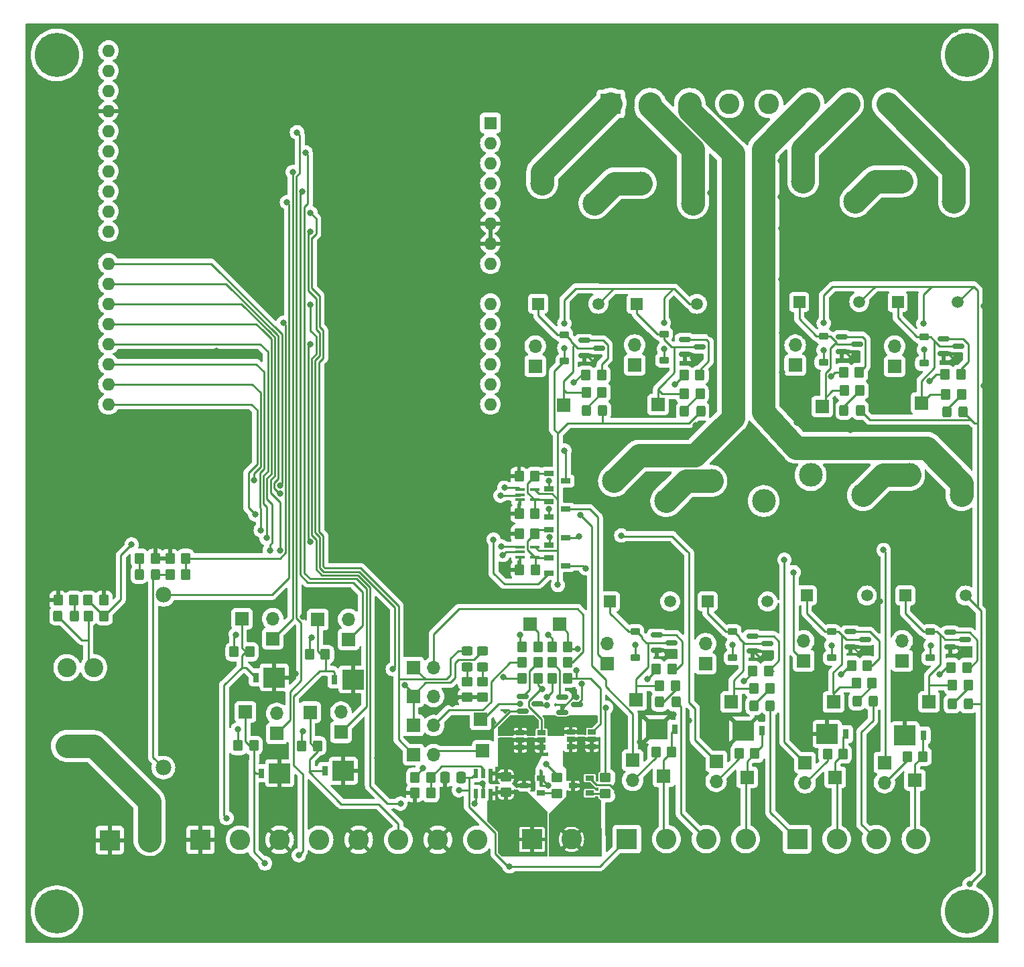
<source format=gtl>
G04 #@! TF.GenerationSoftware,KiCad,Pcbnew,7.0.8*
G04 #@! TF.CreationDate,2024-02-03T20:12:02-05:00*
G04 #@! TF.ProjectId,Control Box,436f6e74-726f-46c2-9042-6f782e6b6963,rev?*
G04 #@! TF.SameCoordinates,Original*
G04 #@! TF.FileFunction,Copper,L1,Top*
G04 #@! TF.FilePolarity,Positive*
%FSLAX46Y46*%
G04 Gerber Fmt 4.6, Leading zero omitted, Abs format (unit mm)*
G04 Created by KiCad (PCBNEW 7.0.8) date 2024-02-03 20:12:02*
%MOMM*%
%LPD*%
G01*
G04 APERTURE LIST*
G04 Aperture macros list*
%AMRoundRect*
0 Rectangle with rounded corners*
0 $1 Rounding radius*
0 $2 $3 $4 $5 $6 $7 $8 $9 X,Y pos of 4 corners*
0 Add a 4 corners polygon primitive as box body*
4,1,4,$2,$3,$4,$5,$6,$7,$8,$9,$2,$3,0*
0 Add four circle primitives for the rounded corners*
1,1,$1+$1,$2,$3*
1,1,$1+$1,$4,$5*
1,1,$1+$1,$6,$7*
1,1,$1+$1,$8,$9*
0 Add four rect primitives between the rounded corners*
20,1,$1+$1,$2,$3,$4,$5,0*
20,1,$1+$1,$4,$5,$6,$7,0*
20,1,$1+$1,$6,$7,$8,$9,0*
20,1,$1+$1,$8,$9,$2,$3,0*%
G04 Aperture macros list end*
G04 #@! TA.AperFunction,ComponentPad*
%ADD10R,1.600000X1.600000*%
G04 #@! TD*
G04 #@! TA.AperFunction,ComponentPad*
%ADD11O,1.600000X1.600000*%
G04 #@! TD*
G04 #@! TA.AperFunction,SMDPad,CuDef*
%ADD12RoundRect,0.250000X-0.325000X-0.450000X0.325000X-0.450000X0.325000X0.450000X-0.325000X0.450000X0*%
G04 #@! TD*
G04 #@! TA.AperFunction,SMDPad,CuDef*
%ADD13RoundRect,0.225000X0.375000X-0.225000X0.375000X0.225000X-0.375000X0.225000X-0.375000X-0.225000X0*%
G04 #@! TD*
G04 #@! TA.AperFunction,ComponentPad*
%ADD14R,2.600000X2.600000*%
G04 #@! TD*
G04 #@! TA.AperFunction,ComponentPad*
%ADD15C,2.600000*%
G04 #@! TD*
G04 #@! TA.AperFunction,ComponentPad*
%ADD16R,1.700000X1.700000*%
G04 #@! TD*
G04 #@! TA.AperFunction,ComponentPad*
%ADD17O,1.700000X1.700000*%
G04 #@! TD*
G04 #@! TA.AperFunction,ComponentPad*
%ADD18R,1.500000X1.500000*%
G04 #@! TD*
G04 #@! TA.AperFunction,ComponentPad*
%ADD19C,1.500000*%
G04 #@! TD*
G04 #@! TA.AperFunction,ComponentPad*
%ADD20C,3.000000*%
G04 #@! TD*
G04 #@! TA.AperFunction,SMDPad,CuDef*
%ADD21RoundRect,0.150000X-0.587500X-0.150000X0.587500X-0.150000X0.587500X0.150000X-0.587500X0.150000X0*%
G04 #@! TD*
G04 #@! TA.AperFunction,SMDPad,CuDef*
%ADD22RoundRect,0.250000X0.350000X0.450000X-0.350000X0.450000X-0.350000X-0.450000X0.350000X-0.450000X0*%
G04 #@! TD*
G04 #@! TA.AperFunction,SMDPad,CuDef*
%ADD23RoundRect,0.250000X-0.350000X-0.450000X0.350000X-0.450000X0.350000X0.450000X-0.350000X0.450000X0*%
G04 #@! TD*
G04 #@! TA.AperFunction,SMDPad,CuDef*
%ADD24RoundRect,0.250000X0.325000X0.450000X-0.325000X0.450000X-0.325000X-0.450000X0.325000X-0.450000X0*%
G04 #@! TD*
G04 #@! TA.AperFunction,SMDPad,CuDef*
%ADD25R,2.670000X2.540000*%
G04 #@! TD*
G04 #@! TA.AperFunction,SMDPad,CuDef*
%ADD26R,0.762000X1.270000*%
G04 #@! TD*
G04 #@! TA.AperFunction,ComponentPad*
%ADD27C,2.400000*%
G04 #@! TD*
G04 #@! TA.AperFunction,ComponentPad*
%ADD28C,1.970000*%
G04 #@! TD*
G04 #@! TA.AperFunction,SMDPad,CuDef*
%ADD29R,1.200000X0.650000*%
G04 #@! TD*
G04 #@! TA.AperFunction,ComponentPad*
%ADD30C,5.600000*%
G04 #@! TD*
G04 #@! TA.AperFunction,SMDPad,CuDef*
%ADD31R,1.100000X0.650000*%
G04 #@! TD*
G04 #@! TA.AperFunction,SMDPad,CuDef*
%ADD32RoundRect,0.250000X0.450000X-0.325000X0.450000X0.325000X-0.450000X0.325000X-0.450000X-0.325000X0*%
G04 #@! TD*
G04 #@! TA.AperFunction,SMDPad,CuDef*
%ADD33R,1.062000X0.650000*%
G04 #@! TD*
G04 #@! TA.AperFunction,SMDPad,CuDef*
%ADD34R,1.200000X0.400000*%
G04 #@! TD*
G04 #@! TA.AperFunction,SMDPad,CuDef*
%ADD35R,0.600000X1.200000*%
G04 #@! TD*
G04 #@! TA.AperFunction,SMDPad,CuDef*
%ADD36RoundRect,0.250000X-0.450000X0.350000X-0.450000X-0.350000X0.450000X-0.350000X0.450000X0.350000X0*%
G04 #@! TD*
G04 #@! TA.AperFunction,SMDPad,CuDef*
%ADD37RoundRect,0.250000X0.450000X-0.350000X0.450000X0.350000X-0.450000X0.350000X-0.450000X-0.350000X0*%
G04 #@! TD*
G04 #@! TA.AperFunction,SMDPad,CuDef*
%ADD38RoundRect,0.250000X0.337500X0.475000X-0.337500X0.475000X-0.337500X-0.475000X0.337500X-0.475000X0*%
G04 #@! TD*
G04 #@! TA.AperFunction,ViaPad*
%ADD39C,0.800000*%
G04 #@! TD*
G04 #@! TA.AperFunction,Conductor*
%ADD40C,0.250000*%
G04 #@! TD*
G04 #@! TA.AperFunction,Conductor*
%ADD41C,3.000000*%
G04 #@! TD*
G04 APERTURE END LIST*
D10*
X84785000Y-295000D03*
D11*
X84785000Y-2835000D03*
X84785000Y-5375000D03*
X84785000Y-7915000D03*
X84785000Y-10455000D03*
X84785000Y-12995000D03*
X84785000Y-15535000D03*
X84785000Y-18075000D03*
X84785000Y-23155000D03*
X84785000Y-25695000D03*
X84785000Y-28235000D03*
X84785000Y-30775000D03*
X84785000Y-33315000D03*
X84785000Y-35855000D03*
X36525000Y-35855000D03*
X36525000Y-33315000D03*
X36525000Y-30775000D03*
X36525000Y-28235000D03*
X36525000Y-25695000D03*
X36525000Y-23155000D03*
X36525000Y-20615000D03*
X36525000Y-18075000D03*
X36525000Y-14015000D03*
X36525000Y-11475000D03*
X36525000Y-8935000D03*
X36525000Y-6395000D03*
X36525000Y-3855000D03*
X36525000Y-1315000D03*
X36525000Y1225000D03*
X36525000Y3765000D03*
X36525000Y6305000D03*
X36525000Y8845000D03*
D12*
X106166500Y-73500400D03*
X108216500Y-73500400D03*
X118091500Y-73950400D03*
X120141500Y-73950400D03*
D13*
X103066500Y-67901400D03*
X103066500Y-64601400D03*
X115385500Y-67901400D03*
X115385500Y-64601400D03*
D12*
X96884500Y-36639200D03*
X98934500Y-36639200D03*
X109309500Y-36739200D03*
X111359500Y-36739200D03*
D13*
X94126500Y-30392200D03*
X94126500Y-27092200D03*
X106699500Y-30265200D03*
X106699500Y-26965200D03*
D12*
X129447500Y-36609000D03*
X131497500Y-36609000D03*
X142422500Y-36784000D03*
X144472500Y-36784000D03*
D13*
X126839000Y-30543000D03*
X126839000Y-27243000D03*
X139539000Y-30670000D03*
X139539000Y-27370000D03*
D12*
X131075000Y-73375000D03*
X133125000Y-73375000D03*
X143100000Y-73750000D03*
X145150000Y-73750000D03*
D13*
X127922000Y-67913000D03*
X127922000Y-64613000D03*
X140368000Y-67913000D03*
X140368000Y-64613000D03*
D14*
X36700000Y-90975000D03*
D15*
X41700000Y-90975000D03*
D14*
X48150000Y-90925000D03*
D15*
X53150000Y-90925000D03*
X58150000Y-90925000D03*
X63150000Y-90925000D03*
X68150000Y-90925000D03*
X73150000Y-90925000D03*
X78150000Y-90925000D03*
X83150000Y-90925000D03*
D14*
X99975000Y2125000D03*
D15*
X104975000Y2125000D03*
X109975000Y2125000D03*
X114975000Y2125000D03*
X119975000Y2125000D03*
X124975000Y2125000D03*
X129975000Y2125000D03*
X134975000Y2125000D03*
D14*
X123540000Y-90850000D03*
D15*
X128540000Y-90850000D03*
X133540000Y-90850000D03*
X138540000Y-90850000D03*
D16*
X99510500Y-68664400D03*
D17*
X99510500Y-66124400D03*
D16*
X111956500Y-68664400D03*
D17*
X111956500Y-66124400D03*
D16*
X57784499Y-77486249D03*
D17*
X57784499Y-74946249D03*
D16*
X65888499Y-77330499D03*
D17*
X65888499Y-74790499D03*
D16*
X90443500Y-31028200D03*
D17*
X90443500Y-28488200D03*
D16*
X103016500Y-30901200D03*
D17*
X103016500Y-28361200D03*
D16*
X123283000Y-30925000D03*
D17*
X123283000Y-28385000D03*
D16*
X135856000Y-31052000D03*
D17*
X135856000Y-28512000D03*
D16*
X124366000Y-68295000D03*
D17*
X124366000Y-65755000D03*
D16*
X136812000Y-68295000D03*
D17*
X136812000Y-65755000D03*
D18*
X99891500Y-60790400D03*
D19*
X107491500Y-60790400D03*
D20*
X106991500Y-48090400D03*
X100391500Y-45550400D03*
D18*
X112210500Y-60790400D03*
D19*
X119810500Y-60790400D03*
D20*
X119310500Y-48090400D03*
X112710500Y-45550400D03*
D18*
X90824500Y-23154200D03*
D19*
X98424500Y-23154200D03*
D20*
X97924500Y-10454200D03*
X91324500Y-7914200D03*
D18*
X103270500Y-23154200D03*
D19*
X110870500Y-23154200D03*
D20*
X110370500Y-10454200D03*
X103770500Y-7914200D03*
D18*
X123791000Y-22924000D03*
D19*
X131391000Y-22924000D03*
D20*
X130891000Y-10224000D03*
X124291000Y-7684000D03*
D18*
X136237000Y-22924000D03*
D19*
X143837000Y-22924000D03*
D20*
X143337000Y-10224000D03*
X136737000Y-7684000D03*
D18*
X124747000Y-60040000D03*
D19*
X132347000Y-60040000D03*
D20*
X131847000Y-47340000D03*
X125247000Y-44800000D03*
D18*
X137193000Y-60040000D03*
D19*
X144793000Y-60040000D03*
D20*
X144293000Y-47340000D03*
X137693000Y-44800000D03*
D21*
X105812000Y-65047400D03*
X105812000Y-66947400D03*
X107687000Y-65997400D03*
X117877000Y-65174400D03*
X117877000Y-67074400D03*
X119752000Y-66124400D03*
X96618000Y-27792200D03*
X96618000Y-29692200D03*
X98493000Y-28742200D03*
X109318000Y-27665200D03*
X109318000Y-29565200D03*
X111193000Y-28615200D03*
X129203500Y-27308000D03*
X129203500Y-29208000D03*
X131078500Y-28258000D03*
X142030500Y-27562000D03*
X142030500Y-29462000D03*
X143905500Y-28512000D03*
X130286500Y-64614500D03*
X130286500Y-66514500D03*
X132161500Y-65564500D03*
X142907000Y-64678000D03*
X142907000Y-66578000D03*
X144782000Y-65628000D03*
D22*
X108141500Y-71450400D03*
X106141500Y-71450400D03*
X107749500Y-69299400D03*
X105749500Y-69299400D03*
X120066500Y-71825400D03*
X118066500Y-71825400D03*
X119941500Y-69553400D03*
X117941500Y-69553400D03*
X129350000Y-80090500D03*
X127350000Y-80090500D03*
X54910999Y-79010249D03*
X52910999Y-79010249D03*
X62951498Y-79044999D03*
X60951498Y-79044999D03*
X54415000Y-67157500D03*
X52415000Y-67157500D03*
X98884500Y-34364200D03*
X96884500Y-34364200D03*
X98818500Y-32171200D03*
X96818500Y-32171200D03*
X111259500Y-34539200D03*
X109259500Y-34539200D03*
X111255500Y-32171200D03*
X109255500Y-32171200D03*
X131472500Y-34109000D03*
X129472500Y-34109000D03*
X131395000Y-31814000D03*
X129395000Y-31814000D03*
X144322500Y-34584000D03*
X142322500Y-34584000D03*
X144213000Y-32068000D03*
X142213000Y-32068000D03*
X133000000Y-71125000D03*
X131000000Y-71125000D03*
X132414500Y-68866500D03*
X130414500Y-68866500D03*
X145150000Y-71375000D03*
X143150000Y-71375000D03*
X144987500Y-69120500D03*
X142987500Y-69120500D03*
X46310000Y-57365000D03*
X44310000Y-57365000D03*
D23*
X44300000Y-55335000D03*
X46300000Y-55335000D03*
D22*
X35980000Y-62635000D03*
X33980000Y-62635000D03*
X35940000Y-60615000D03*
X33940000Y-60615000D03*
D16*
X115216500Y-73500400D03*
X103193500Y-73236400D03*
X128350000Y-83011500D03*
X53847499Y-74755749D03*
X62001498Y-74792498D03*
X105959500Y-35889200D03*
X93999500Y-35981200D03*
X139247500Y-35684000D03*
X126697500Y-36134000D03*
X140200000Y-73475000D03*
X128112500Y-73502000D03*
D24*
X32185000Y-62620000D03*
X30135000Y-62620000D03*
D12*
X40415000Y-57365000D03*
X42465000Y-57365000D03*
D22*
X32160000Y-60615000D03*
X30160000Y-60615000D03*
D23*
X40450000Y-55325000D03*
X42450000Y-55325000D03*
D25*
X58165499Y-82502749D03*
D26*
X55814499Y-82502749D03*
D25*
X66205999Y-82219999D03*
D26*
X63854999Y-82219999D03*
D25*
X57479000Y-70396000D03*
D26*
X55128000Y-70396000D03*
D16*
X66877000Y-65570000D03*
D17*
X66877000Y-63030000D03*
D16*
X57288500Y-65506500D03*
D17*
X57288500Y-62966500D03*
D25*
X67448500Y-70650000D03*
D26*
X65097500Y-70650000D03*
D16*
X62974499Y-63095499D03*
X53385999Y-62969999D03*
D22*
X63924499Y-67475000D03*
X61924499Y-67475000D03*
D27*
X34675000Y-79070000D03*
X31275000Y-79070000D03*
X34675000Y-69150000D03*
X31275000Y-69150000D03*
D28*
X43475000Y-81800000D03*
X43475000Y-59960000D03*
D16*
X134560000Y-81150000D03*
D17*
X134560000Y-83690000D03*
D16*
X124540000Y-81170000D03*
D17*
X124540000Y-83710000D03*
D25*
X127331500Y-77560000D03*
D26*
X129682500Y-77560000D03*
D25*
X137145000Y-77732500D03*
D26*
X139496000Y-77732500D03*
D16*
X138433500Y-83372500D03*
D22*
X139433500Y-80388000D03*
X137433500Y-80388000D03*
D16*
X89800000Y-63700000D03*
D29*
X92200000Y-51740000D03*
X92200000Y-53660000D03*
X94300000Y-52700000D03*
D30*
X145000000Y8300000D03*
X145000000Y-100000000D03*
D31*
X97316000Y-85034000D03*
X97316000Y-83114000D03*
X95216000Y-84074000D03*
D32*
X83825000Y-69075000D03*
X83825000Y-67025000D03*
D29*
X92200000Y-48165000D03*
X92200000Y-50085000D03*
X94300000Y-49125000D03*
D33*
X97610000Y-79182000D03*
X97610000Y-78232000D03*
X97610000Y-77282000D03*
X94922000Y-77282000D03*
X94922000Y-78232000D03*
X94922000Y-79182000D03*
D16*
X75065000Y-72800000D03*
D17*
X77605000Y-72800000D03*
D16*
X75065000Y-76475000D03*
D17*
X77605000Y-76475000D03*
D16*
X75065000Y-80150000D03*
D17*
X77605000Y-80150000D03*
D16*
X102760000Y-80870000D03*
D17*
X102760000Y-83410000D03*
D16*
X93500000Y-63700000D03*
D23*
X75250000Y-83025000D03*
X77250000Y-83025000D03*
D30*
X30000000Y8300000D03*
D16*
X106670000Y-82910000D03*
D22*
X90775000Y-70500000D03*
X88775000Y-70500000D03*
X90458000Y-56820000D03*
X88458000Y-56820000D03*
D30*
X30000000Y-100000000D03*
D29*
X92200000Y-55296000D03*
X92200000Y-57216000D03*
X94300000Y-56256000D03*
D21*
X93825000Y-72900000D03*
X93825000Y-74800000D03*
X95700000Y-73850000D03*
D16*
X117200000Y-83010000D03*
D33*
X91244000Y-79275000D03*
X91244000Y-78325000D03*
X91244000Y-77375000D03*
X88556000Y-77375000D03*
X88556000Y-78325000D03*
X88556000Y-79275000D03*
D34*
X88524000Y-53884000D03*
X88524000Y-54534000D03*
X88524000Y-55184000D03*
X90424000Y-55184000D03*
X90424000Y-53884000D03*
X88500000Y-46650000D03*
X88500000Y-47300000D03*
X88500000Y-47950000D03*
X90400000Y-47950000D03*
X90400000Y-46650000D03*
D32*
X81850000Y-69075000D03*
X81850000Y-67025000D03*
D25*
X116752175Y-77130000D03*
D26*
X119103175Y-77130000D03*
D35*
X82936000Y-85050000D03*
X83886000Y-85050000D03*
X84836000Y-85050000D03*
X84836000Y-82550000D03*
X83886000Y-82550000D03*
X82936000Y-82550000D03*
D31*
X91150000Y-85034000D03*
X91150000Y-83114000D03*
X89050000Y-84074000D03*
D14*
X102025000Y-90825000D03*
D15*
X107025000Y-90825000D03*
X112025000Y-90825000D03*
X117025000Y-90825000D03*
D36*
X81875000Y-70900000D03*
X81875000Y-72900000D03*
D37*
X93175000Y-85075000D03*
X93175000Y-83075000D03*
D23*
X88775000Y-66550000D03*
X90775000Y-66550000D03*
D37*
X99314000Y-85074000D03*
X99314000Y-83074000D03*
D23*
X92550000Y-68525000D03*
X94550000Y-68525000D03*
D29*
X92200000Y-44605000D03*
X92200000Y-46525000D03*
X94300000Y-45565000D03*
D21*
X88825000Y-72800000D03*
X88825000Y-74700000D03*
X90700000Y-73750000D03*
D22*
X90400000Y-44950000D03*
X88400000Y-44950000D03*
X118200000Y-80010000D03*
X116200000Y-80010000D03*
X90400000Y-49650000D03*
X88400000Y-49650000D03*
D16*
X83825000Y-79675000D03*
D36*
X86725000Y-82930000D03*
X86725000Y-84930000D03*
D22*
X94550000Y-70500000D03*
X92550000Y-70500000D03*
D16*
X83550000Y-75700000D03*
D36*
X83825000Y-70900000D03*
X83825000Y-72900000D03*
D22*
X90775000Y-68525000D03*
X88775000Y-68525000D03*
X107700000Y-79810000D03*
X105700000Y-79810000D03*
X90418000Y-52219000D03*
X88418000Y-52219000D03*
D16*
X75075000Y-69125000D03*
D17*
X77615000Y-69125000D03*
D25*
X105760000Y-76940000D03*
D26*
X108111000Y-76940000D03*
D38*
X81087500Y-83025000D03*
X79012500Y-83025000D03*
D23*
X92550000Y-66550000D03*
X94550000Y-66550000D03*
D14*
X90025000Y-90875000D03*
D15*
X95025000Y-90875000D03*
D22*
X77250000Y-85000000D03*
X75250000Y-85000000D03*
D16*
X113300000Y-80985000D03*
D17*
X113300000Y-83525000D03*
D39*
X59075500Y-10325000D03*
X82799500Y-86375000D03*
X62024500Y-23250000D03*
X73425000Y-86350000D03*
X58625500Y-25550000D03*
X39450000Y-53600000D03*
X62024500Y-53250000D03*
X62025000Y-28250000D03*
X58175500Y-54324500D03*
X86175000Y-53850000D03*
X134450000Y-54300000D03*
X96137500Y-49849500D03*
X58175500Y-47149503D03*
X86050000Y-47400000D03*
X101325000Y-52450000D03*
X58175500Y-46150000D03*
X86550000Y-46425000D03*
X55769254Y-51783216D03*
X92275000Y-52664500D03*
X56493754Y-52775000D03*
X85175000Y-52975000D03*
X86350000Y-54900000D03*
X56932254Y-54324500D03*
X121925000Y-55525000D03*
X72450500Y-69350000D03*
X62024500Y-14025000D03*
X73975000Y-71400000D03*
X61098500Y-62712500D03*
X147075000Y-33475000D03*
X89009500Y-34639200D03*
X143202500Y-60591000D03*
X133954500Y-60802000D03*
X147075000Y-23475000D03*
X138396000Y-23495500D03*
X128172500Y-23241500D03*
X108937000Y-23705200D03*
X96476000Y-23281200D03*
X88937000Y-23705200D03*
X113988500Y-60853900D03*
X101796500Y-60599900D03*
X143202500Y-50591000D03*
X133202500Y-50591000D03*
X147075000Y-13475000D03*
X137075000Y-13475000D03*
X127075000Y-13475000D03*
X108937000Y-13705200D03*
X98937000Y-13705200D03*
X88937000Y-13705200D03*
X112769000Y-51341400D03*
X102769000Y-51341400D03*
X127943900Y-7099800D03*
X86594601Y-4178500D03*
X148275000Y-31630000D03*
X132725000Y-77900000D03*
X128350000Y-103325000D03*
X76425000Y-87950000D03*
X148275000Y-46870000D03*
X47070000Y-103325000D03*
X77475000Y-43875000D03*
X49875000Y-71575000D03*
X64850000Y11550000D03*
X41990000Y-103325000D03*
X107325000Y-4600000D03*
X26750000Y-18930000D03*
X148275000Y-57030000D03*
X68375000Y-38125000D03*
X110570000Y11550000D03*
X110300000Y-81775000D03*
X26750000Y-36710000D03*
X31830000Y-103325000D03*
X85550000Y-100975000D03*
X141600000Y-39275000D03*
X26750000Y-39250000D03*
X53175000Y-17325000D03*
X26750000Y-46870000D03*
X119005000Y-68092900D03*
X148275000Y-49410000D03*
X148275000Y-62110000D03*
X112600000Y-9175000D03*
X51975000Y-38425000D03*
X26750000Y-54490000D03*
X93225000Y6500000D03*
X148275000Y-87510000D03*
X109875000Y-100600000D03*
X148275000Y-3690000D03*
X142425000Y-77800000D03*
X148275000Y-1150000D03*
X92750000Y300000D03*
X121625000Y-31800000D03*
X135825000Y-100775000D03*
X26750000Y-26550000D03*
X148275000Y-24010000D03*
X70825000Y-65300000D03*
X130890000Y-103325000D03*
X121900000Y-81775000D03*
X38000000Y-99650000D03*
X39450000Y11550000D03*
X82630000Y-103325000D03*
X26750000Y-51950000D03*
X26750000Y-29090000D03*
X36910000Y-103325000D03*
X26750000Y-90050000D03*
X128600000Y-49975000D03*
X26750000Y-31630000D03*
X130458500Y-30036000D03*
X91100000Y3325000D03*
X148275000Y-64650000D03*
X72470000Y-103325000D03*
X148275000Y-74810000D03*
X121850000Y-35450000D03*
X125810000Y11550000D03*
X26750000Y-64650000D03*
X82630000Y11550000D03*
X148275000Y-39250000D03*
X33175000Y-48275000D03*
X97809500Y-30520200D03*
X112575000Y-27000000D03*
X26750000Y-77350000D03*
X148275000Y-54490000D03*
X129000000Y-55950000D03*
X115650000Y-103325000D03*
X112875000Y-35050000D03*
X121700000Y-23525000D03*
X92075000Y-84050000D03*
X100410000Y11550000D03*
X102950000Y11550000D03*
X148275000Y-92590000D03*
X105490000Y11550000D03*
X130925000Y-76050000D03*
X75575000Y-6050000D03*
X104750000Y-57850000D03*
X26750000Y-11310000D03*
X26750000Y-97670000D03*
X60146000Y-69888000D03*
X69930000Y11550000D03*
X26750000Y-87510000D03*
X112700000Y-12150000D03*
X138510000Y11550000D03*
X118190000Y-103325000D03*
X68225000Y5750000D03*
X119600000Y-100300000D03*
X123270000Y-103325000D03*
X110675000Y-38525000D03*
X67575000Y-30775000D03*
X148275000Y-69730000D03*
X105490000Y-103325000D03*
X64850000Y-103325000D03*
X90250000Y11550000D03*
X148275000Y-41790000D03*
X26750000Y1390000D03*
X130890000Y11550000D03*
X43375000Y6975000D03*
X57230000Y11550000D03*
X120730000Y-103325000D03*
X77550000Y-103325000D03*
X144450000Y-81200000D03*
X79950000Y-73750000D03*
X148275000Y6470000D03*
X121475000Y-9650000D03*
X81525000Y-77650000D03*
X100410000Y-103325000D03*
X109825000Y-75825000D03*
X142950000Y-92625000D03*
X92790000Y-103325000D03*
X95600500Y-72887701D03*
X97870000Y-103325000D03*
X128350000Y11550000D03*
X133430000Y11550000D03*
X62310000Y-103325000D03*
X123650000Y-75450000D03*
X26750000Y-57030000D03*
X47070000Y11550000D03*
X120730000Y11550000D03*
X102950000Y-103325000D03*
X69930000Y-103325000D03*
X39450000Y-103325000D03*
X67390000Y11550000D03*
X72470000Y11550000D03*
X121625000Y-26800000D03*
X148275000Y-95130000D03*
X30150000Y-32225000D03*
X34725000Y-51525000D03*
X29500000Y-88700000D03*
X148275000Y-13850000D03*
X148275000Y-16390000D03*
X41990000Y11550000D03*
X148275000Y-44330000D03*
X148275000Y-8770000D03*
X148275000Y-59570000D03*
X41475000Y-43425000D03*
X26750000Y-95130000D03*
X148275000Y-102750000D03*
X77950000Y-7100000D03*
X53325000Y4050000D03*
X121450000Y-5075000D03*
X72425000Y-17950000D03*
X121700000Y-16375000D03*
X96600000Y-60425000D03*
X30925000Y-93750000D03*
X140425000Y-49775000D03*
X148275000Y-11310000D03*
X86675000Y-56850000D03*
X86100000Y-42000000D03*
X148275000Y11550000D03*
X110382500Y-29948700D03*
X144925000Y-675000D03*
X26750000Y3930000D03*
X26750000Y11550000D03*
X73325000Y-450000D03*
X85170000Y-103325000D03*
X65975000Y-88000000D03*
X148275000Y-51950000D03*
X26750000Y-1150000D03*
X133430000Y-103325000D03*
X148275000Y-77350000D03*
X108030000Y11550000D03*
X125825000Y-38750000D03*
X26750000Y-82430000D03*
X31350000Y-400000D03*
X85170000Y11550000D03*
X80090000Y-103325000D03*
X95330000Y-103325000D03*
X42950000Y-100400000D03*
X26750000Y-13850000D03*
X103675000Y-78600000D03*
X130225000Y-39100000D03*
X26750000Y-92590000D03*
X26750000Y-84970000D03*
X67625000Y-43975000D03*
X77550000Y11550000D03*
X148275000Y-29090000D03*
X96200000Y8625000D03*
X112925000Y-31500000D03*
X26750000Y-74810000D03*
X26750000Y-67190000D03*
X80125000Y-50250000D03*
X26750000Y-8770000D03*
X82425000Y6350000D03*
X54690000Y-103325000D03*
X26750000Y6470000D03*
X46100000Y-70775000D03*
X131414500Y-67406000D03*
X79075000Y-33125000D03*
X31830000Y11550000D03*
X89650000Y-59825000D03*
X137250000Y-38975000D03*
X143590000Y11550000D03*
X141050000Y-103325000D03*
X26750000Y-72270000D03*
X52150000Y-103325000D03*
X148275000Y-6230000D03*
X26750000Y-16390000D03*
X125810000Y-103325000D03*
X100800000Y-84900000D03*
X112625000Y-19850000D03*
X115650000Y11550000D03*
X90250000Y-103325000D03*
X108300000Y-39775000D03*
X144241500Y-67215500D03*
X26750000Y-59570000D03*
X49610000Y11550000D03*
X144600000Y-41800000D03*
X112900000Y-23575000D03*
X148275000Y1390000D03*
X96825000Y-100250000D03*
X148275000Y-18930000D03*
X148275000Y-36710000D03*
X44530000Y11550000D03*
X83800000Y-83850000D03*
X113110000Y11550000D03*
X148275000Y-84970000D03*
X45450000Y4100000D03*
X111950000Y-72500000D03*
X45150000Y-79025000D03*
X121575000Y-13650000D03*
X118190000Y11550000D03*
X67850000Y-4925000D03*
X148275000Y-21470000D03*
X95330000Y11550000D03*
X92790000Y11550000D03*
X148275000Y-72270000D03*
X75010000Y11550000D03*
X70500000Y-80550000D03*
X107575000Y-7475000D03*
X26750000Y-79890000D03*
X50025000Y-50775000D03*
X139700000Y-57225000D03*
X54690000Y11550000D03*
X128700000Y-100825000D03*
X123270000Y11550000D03*
X135970000Y-103325000D03*
X58125000Y8050000D03*
X31800000Y-9075000D03*
X143476000Y-30290000D03*
X148275000Y-97670000D03*
X26750000Y-41790000D03*
X26750000Y-24010000D03*
X26750000Y-69730000D03*
X148275000Y3930000D03*
X75010000Y-103325000D03*
X79350000Y-19075000D03*
X87710000Y-103325000D03*
X44530000Y-103325000D03*
X148275000Y-79890000D03*
X87710000Y11550000D03*
X112525000Y-15275000D03*
X121575000Y-20050000D03*
X26750000Y-44330000D03*
X148275000Y-67190000D03*
X99175000Y-42425000D03*
X36910000Y11550000D03*
X148275000Y-82430000D03*
X34370000Y11550000D03*
X107675000Y-10725000D03*
X148275000Y-26550000D03*
X59770000Y11550000D03*
X26750000Y-103325000D03*
X110570000Y-103325000D03*
X141400000Y3050000D03*
X31675000Y-42950000D03*
X26750000Y-3690000D03*
X138510000Y-103325000D03*
X59770000Y-103325000D03*
X50175000Y-29100000D03*
X100875000Y-40150000D03*
X26750000Y-49410000D03*
X134125000Y-38975000D03*
X32375000Y-18700000D03*
X57230000Y-103325000D03*
X26750000Y-6230000D03*
X107130500Y-67330900D03*
X113110000Y-103325000D03*
X141050000Y11550000D03*
X34370000Y-103325000D03*
X148275000Y-90050000D03*
X62310000Y11550000D03*
X108030000Y-103325000D03*
X49610000Y-103325000D03*
X148275000Y-34170000D03*
X135970000Y11550000D03*
X49450000Y-43925000D03*
X107925000Y-75125000D03*
X67390000Y-103325000D03*
X104075000Y-39800000D03*
X52150000Y11550000D03*
X26750000Y-21470000D03*
X26750000Y-34170000D03*
X50825000Y-62100000D03*
X97870000Y11550000D03*
X123500000Y-38175000D03*
X75025000Y-62275000D03*
X74775000Y-34875000D03*
X80090000Y11550000D03*
X26750000Y-62110000D03*
X142950000Y-86425000D03*
X64500000Y2100000D03*
X62024500Y-11650000D03*
X60974500Y-8975000D03*
X59800000Y-6500000D03*
X61424500Y-4025000D03*
X60350000Y-1475000D03*
X92200000Y-49089500D03*
X55044754Y-49775000D03*
X54926000Y-45475000D03*
X92125000Y-45575000D03*
X93300000Y-58700000D03*
X115385500Y-66251400D03*
X103066500Y-66251400D03*
X106699500Y-25567200D03*
X76250000Y-81875000D03*
X126902500Y-25591000D03*
X87200000Y-94275000D03*
X94126500Y-28742200D03*
X106699500Y-28869200D03*
X140400000Y-66375000D03*
X139475500Y-25654500D03*
X127858500Y-66326500D03*
X139539000Y-28956500D03*
X126839000Y-29020000D03*
X145325000Y-96525000D03*
X94126500Y-25630700D03*
X80800000Y-84650000D03*
X56300000Y-93900000D03*
X51450000Y-88175000D03*
X60575000Y-92875000D03*
X94150000Y-41725000D03*
X95975000Y-52600000D03*
X123100000Y-57100000D03*
X96850000Y-56600000D03*
X98125000Y-87275000D03*
X96525000Y-87125000D03*
X97250000Y-88575000D03*
X94650000Y-86950000D03*
X95825000Y-80675000D03*
X93475000Y-88250000D03*
X95525000Y-88325000D03*
X97650000Y-80775000D03*
X96600000Y-81575000D03*
X94875000Y-81375000D03*
X91825000Y-81350000D03*
X88525000Y-73775000D03*
X99374500Y-74200000D03*
X86375000Y-76975000D03*
X92850000Y-77150000D03*
X91900000Y-72875000D03*
X93500000Y-76125000D03*
X87150000Y-75825000D03*
X86400000Y-70375000D03*
X104590500Y-70632900D03*
X116846000Y-70886900D03*
X52894999Y-76914749D03*
X61125999Y-77203499D03*
X52625000Y-64975000D03*
X62178000Y-65379500D03*
X95333000Y-33123700D03*
X108096500Y-33314200D03*
X127825000Y-32350000D03*
X140251424Y-32907424D03*
X129050000Y-70000000D03*
X141500000Y-70000000D03*
X91949861Y-73900540D03*
X88499500Y-65050000D03*
X91350000Y-71900000D03*
X95600500Y-69525000D03*
X92100000Y-65025000D03*
X96325000Y-71224500D03*
X95800000Y-66800000D03*
D40*
X59350000Y-10599500D02*
X59350000Y-57800000D01*
X59075500Y-10325000D02*
X59350000Y-10599500D01*
X59350000Y-57800000D02*
X57190000Y-59960000D01*
X57190000Y-59960000D02*
X43475000Y-59960000D01*
X63500000Y-57475000D02*
X62749500Y-56724500D01*
X73425000Y-86350000D02*
X71799695Y-86350000D01*
X68019896Y-57475000D02*
X63500000Y-57475000D01*
X71799695Y-86350000D02*
X69558500Y-84108805D01*
X62749500Y-56724500D02*
X62749500Y-52949695D01*
X62200000Y-52400195D02*
X62200000Y-30075000D01*
X62750000Y-27274695D02*
X62024500Y-26549195D01*
X82936000Y-85050000D02*
X82936000Y-86238500D01*
X62200000Y-30075000D02*
X62750000Y-29525000D01*
X62749500Y-52949695D02*
X62200000Y-52400195D01*
X62024500Y-26549195D02*
X62024500Y-23250000D01*
X82936000Y-86238500D02*
X82799500Y-86375000D01*
X69558500Y-59013604D02*
X68019896Y-57475000D01*
X62750000Y-29525000D02*
X62750000Y-27274695D01*
X69558500Y-84108805D02*
X69558500Y-59013604D01*
X46300000Y-55335000D02*
X58015000Y-55335000D01*
X58900000Y-43625000D02*
X58900000Y-25824500D01*
X46310000Y-57365000D02*
X46310000Y-55345000D01*
X58900000Y-25824500D02*
X58625500Y-25550000D01*
X58015000Y-55335000D02*
X58190000Y-55335000D01*
X58190000Y-55335000D02*
X58900000Y-54625000D01*
X46310000Y-55345000D02*
X46300000Y-55335000D01*
X58900000Y-54625000D02*
X58900000Y-43625000D01*
X61750000Y-28525000D02*
X61750000Y-52975500D01*
X61750000Y-52975500D02*
X62024500Y-53250000D01*
X38100000Y-60515000D02*
X38100000Y-54950000D01*
X35980000Y-62635000D02*
X38100000Y-60515000D01*
X35960000Y-62635000D02*
X33940000Y-60615000D01*
X35980000Y-62635000D02*
X35960000Y-62635000D01*
X38100000Y-54950000D02*
X39450000Y-53600000D01*
X62025000Y-28250000D02*
X61750000Y-28525000D01*
X53296396Y-23155000D02*
X36525000Y-23155000D01*
X57000500Y-26861896D02*
X57000500Y-26859104D01*
X57550000Y-27411396D02*
X57000500Y-26861896D01*
X57550000Y-44900000D02*
X57550000Y-27411396D01*
X86175000Y-53850000D02*
X88490000Y-53850000D01*
X57000500Y-45449500D02*
X57550000Y-44900000D01*
X88490000Y-53850000D02*
X88524000Y-53884000D01*
X57000500Y-26859104D02*
X53296396Y-23155000D01*
X134679500Y-81030500D02*
X134560000Y-81150000D01*
X57000500Y-47050500D02*
X57000500Y-45449500D01*
X58175500Y-54324500D02*
X58175500Y-48225500D01*
X134450000Y-54300000D02*
X134679500Y-54529500D01*
X58175500Y-48225500D02*
X57000500Y-47050500D01*
X134679500Y-54529500D02*
X134679500Y-81030500D01*
X97625000Y-51337000D02*
X96137500Y-49849500D01*
X57787500Y-27012500D02*
X57787500Y-27009708D01*
X102760000Y-74962520D02*
X102760000Y-80870000D01*
X58149698Y-47149503D02*
X57450500Y-46450305D01*
X99361480Y-71564000D02*
X102760000Y-74962520D01*
X58175500Y-47149503D02*
X58149698Y-47149503D01*
X97625000Y-54300000D02*
X97625000Y-68938520D01*
X58000000Y-27225000D02*
X57787500Y-27012500D01*
X99361480Y-70675000D02*
X99361480Y-71564000D01*
X57450500Y-46450305D02*
X57450500Y-45810896D01*
X97625000Y-68938520D02*
X99361480Y-70675000D01*
X88400000Y-47400000D02*
X88500000Y-47300000D01*
X51392792Y-20615000D02*
X36525000Y-20615000D01*
X97625000Y-54300000D02*
X97625000Y-51337000D01*
X86050000Y-47400000D02*
X88400000Y-47400000D01*
X57787500Y-27009708D02*
X51392792Y-20615000D01*
X58000000Y-45261396D02*
X58000000Y-27225000D01*
X57450500Y-45810896D02*
X58000000Y-45261396D01*
X107787500Y-52537500D02*
X101412500Y-52537500D01*
X109637500Y-54387500D02*
X109875000Y-54625000D01*
X49489188Y-18075000D02*
X36525000Y-18075000D01*
X109875000Y-73575000D02*
X110619500Y-74319500D01*
X88275000Y-46425000D02*
X88500000Y-46650000D01*
X58175500Y-46150000D02*
X58450000Y-45875500D01*
X101412500Y-52537500D02*
X101325000Y-52450000D01*
X109637500Y-54387500D02*
X107787500Y-52537500D01*
X109875000Y-57725000D02*
X109875000Y-54625000D01*
X58450000Y-45875500D02*
X58450000Y-27035812D01*
X110619500Y-78304500D02*
X113300000Y-80985000D01*
X110619500Y-74319500D02*
X110619500Y-78304500D01*
X58450000Y-27035812D02*
X49489188Y-18075000D01*
X109875000Y-57725000D02*
X109875000Y-73575000D01*
X86550000Y-46425000D02*
X88275000Y-46425000D01*
X55650500Y-44524500D02*
X55650500Y-48906746D01*
X56200000Y-43400000D02*
X56200000Y-43975000D01*
X55769254Y-49025500D02*
X55769254Y-51783216D01*
X55200000Y-30775000D02*
X56200000Y-31775000D01*
X92275000Y-53585000D02*
X92200000Y-53660000D01*
X92275000Y-52664500D02*
X92275000Y-53585000D01*
X55650500Y-48906746D02*
X55769254Y-49025500D01*
X56200000Y-43975000D02*
X55650500Y-44524500D01*
X36525000Y-30775000D02*
X55200000Y-30775000D01*
X56200000Y-31775000D02*
X56200000Y-43400000D01*
X56493754Y-52775000D02*
X56493754Y-48825500D01*
X56493754Y-48825500D02*
X56100500Y-48432246D01*
X56650000Y-29200000D02*
X55685000Y-28235000D01*
X85175000Y-52975000D02*
X85175000Y-57200000D01*
X56650000Y-44350000D02*
X56650000Y-29200000D01*
X90841000Y-58575000D02*
X92200000Y-57216000D01*
X56100500Y-44899500D02*
X56650000Y-44350000D01*
X55685000Y-28235000D02*
X36525000Y-28235000D01*
X56100500Y-48432246D02*
X56100500Y-44899500D01*
X86550000Y-58575000D02*
X90841000Y-58575000D01*
X85175000Y-57200000D02*
X86550000Y-58575000D01*
X57100000Y-44675000D02*
X57100000Y-27597792D01*
X55200000Y-25695000D02*
X36525000Y-25695000D01*
X57218254Y-53350000D02*
X57218254Y-48467754D01*
X86350000Y-54900000D02*
X86716000Y-54534000D01*
X57218254Y-48467754D02*
X56550500Y-47800000D01*
X56932254Y-54324500D02*
X56932254Y-53636000D01*
X121925000Y-55525000D02*
X121925000Y-78555000D01*
X57100000Y-27597792D02*
X55945500Y-26443292D01*
X56932254Y-53636000D02*
X57218254Y-53350000D01*
X55945500Y-26440500D02*
X55200000Y-25695000D01*
X56550500Y-47800000D02*
X56550500Y-45224500D01*
X55945500Y-26443292D02*
X55945500Y-26440500D01*
X86716000Y-54534000D02*
X88524000Y-54534000D01*
X56550500Y-45224500D02*
X57100000Y-44675000D01*
X121925000Y-78555000D02*
X124540000Y-81170000D01*
X75065000Y-72800000D02*
X75065000Y-72610000D01*
X61750000Y-15325000D02*
X61750000Y-14299500D01*
X82675000Y-68175000D02*
X83825000Y-67025000D01*
X61750000Y-21500000D02*
X61750000Y-15325000D01*
X75065000Y-72800000D02*
X75065000Y-76475000D01*
X72725000Y-69075500D02*
X72725000Y-62225000D01*
X62749500Y-26400000D02*
X62749500Y-22499500D01*
X63700000Y-57025000D02*
X63199500Y-56524500D01*
X75065000Y-72610000D02*
X76625000Y-71050000D01*
X72450500Y-69350000D02*
X72725000Y-69075500D01*
X62650000Y-52100000D02*
X62650000Y-49050000D01*
X63199500Y-52649500D02*
X62650000Y-52100000D01*
X63199500Y-56524500D02*
X63199500Y-52649500D01*
X68206292Y-57025000D02*
X63700000Y-57025000D01*
X62749500Y-22499500D02*
X61750000Y-21500000D01*
X63200000Y-26850500D02*
X62749500Y-26400000D01*
X62650000Y-30275000D02*
X63200000Y-29725000D01*
X72725000Y-62225000D02*
X72725000Y-61543708D01*
X80350000Y-70450000D02*
X80350000Y-68600000D01*
X75065000Y-72490000D02*
X73975000Y-71400000D01*
X61750000Y-14299500D02*
X62024500Y-14025000D01*
X63200000Y-29725000D02*
X63200000Y-26850500D01*
X72725000Y-61543708D02*
X68206292Y-57025000D01*
X75065000Y-72800000D02*
X75065000Y-72490000D01*
X62650000Y-49050000D02*
X62650000Y-30275000D01*
X80350000Y-68600000D02*
X80775000Y-68175000D01*
X79750000Y-71050000D02*
X80350000Y-70450000D01*
X76625000Y-71050000D02*
X79750000Y-71050000D01*
X80775000Y-68175000D02*
X82675000Y-68175000D01*
X81875000Y-72900000D02*
X80800000Y-72900000D01*
X59638000Y-70396000D02*
X60146000Y-69888000D01*
X95253047Y-72887701D02*
X95600500Y-72887701D01*
X142648000Y-29462000D02*
X143476000Y-30290000D01*
X93825000Y-74315748D02*
X95253047Y-72887701D01*
X98201000Y-83999000D02*
X99899000Y-83999000D01*
X88825000Y-74700000D02*
X87249695Y-74700000D01*
X80800000Y-72900000D02*
X79950000Y-73750000D01*
X93825000Y-74800000D02*
X93825000Y-74315748D01*
X141968000Y-29462000D02*
X142648000Y-29462000D01*
X109999000Y-29565200D02*
X110382500Y-29948700D01*
X130523000Y-66514500D02*
X131414500Y-67406000D01*
X143604000Y-66578000D02*
X144241500Y-67215500D01*
X96981500Y-29692200D02*
X97809500Y-30520200D01*
X87249695Y-74700000D02*
X84299695Y-77650000D01*
X99899000Y-83999000D02*
X100800000Y-84900000D01*
X130224000Y-66514500D02*
X130523000Y-66514500D01*
X84299695Y-77650000D02*
X81525000Y-77650000D01*
X142844500Y-66578000D02*
X143604000Y-66578000D01*
X106747000Y-66947400D02*
X107130500Y-67330900D01*
X117986500Y-67074400D02*
X119005000Y-68092900D01*
X57479000Y-70396000D02*
X59638000Y-70396000D01*
X97316000Y-83114000D02*
X98201000Y-83999000D01*
X129630500Y-29208000D02*
X130458500Y-30036000D01*
X129141000Y-29208000D02*
X129630500Y-29208000D01*
X109255500Y-29565200D02*
X109999000Y-29565200D01*
X105749500Y-66947400D02*
X106747000Y-66947400D01*
X91150000Y-83125000D02*
X92075000Y-84050000D01*
X91150000Y-83114000D02*
X91150000Y-83125000D01*
X96555500Y-29692200D02*
X96981500Y-29692200D01*
X117814500Y-67074400D02*
X117986500Y-67074400D01*
X98350000Y-50150000D02*
X97325000Y-49125000D01*
X98350000Y-65624846D02*
X98350000Y-50150000D01*
X97325000Y-49125000D02*
X94300000Y-49125000D01*
X98335500Y-65639346D02*
X98350000Y-65624846D01*
X99510500Y-68664400D02*
X98335500Y-67489400D01*
X98335500Y-67489400D02*
X98335500Y-65639346D01*
X73175000Y-78260000D02*
X73175000Y-70550000D01*
X73175000Y-70550000D02*
X73175000Y-67650000D01*
X80700000Y-67025000D02*
X79750000Y-67975000D01*
X63150000Y-51963604D02*
X63150000Y-30525000D01*
X62749500Y-14325305D02*
X62749500Y-12375000D01*
X79225000Y-70600000D02*
X76550000Y-70600000D01*
X63650000Y-30025000D02*
X63650000Y-26525500D01*
X79750000Y-67975000D02*
X79750000Y-70075000D01*
X63199500Y-26075000D02*
X63199500Y-22174500D01*
X76550000Y-70600000D02*
X73225000Y-70600000D01*
X62749500Y-12375000D02*
X62024500Y-11650000D01*
X68392688Y-56575000D02*
X63886396Y-56575000D01*
X63199500Y-22174500D02*
X62200000Y-21175000D01*
X73175000Y-61357312D02*
X68392688Y-56575000D01*
X62200000Y-21175000D02*
X62200000Y-14825000D01*
X63649500Y-52463104D02*
X63150000Y-51963604D01*
X63649500Y-56338104D02*
X63649500Y-52975000D01*
X63150000Y-30525000D02*
X63650000Y-30025000D01*
X76550000Y-70600000D02*
X75075000Y-69125000D01*
X75065000Y-80150000D02*
X73175000Y-78260000D01*
X79750000Y-70075000D02*
X79225000Y-70600000D01*
X62200000Y-14825000D02*
X62249805Y-14825000D01*
X63886396Y-56575000D02*
X63649500Y-56338104D01*
X63650000Y-26525500D02*
X63199500Y-26075000D01*
X73225000Y-70600000D02*
X73175000Y-70550000D01*
X81850000Y-67025000D02*
X80700000Y-67025000D01*
X63649500Y-52975000D02*
X63649500Y-52463104D01*
X73175000Y-67650000D02*
X73175000Y-61357312D01*
X62249805Y-14825000D02*
X62749500Y-14325305D01*
X83825000Y-70900000D02*
X83825000Y-69075000D01*
X66877000Y-65570000D02*
X68658500Y-63788500D01*
X60750000Y-55900000D02*
X60750000Y-9199500D01*
X60750000Y-9199500D02*
X60974500Y-8975000D01*
X68658500Y-60650000D02*
X68658500Y-59608500D01*
X68658500Y-59608500D02*
X67425000Y-58375000D01*
X61700000Y-58375000D02*
X60750000Y-57425000D01*
X60750000Y-57425000D02*
X60750000Y-55900000D01*
X67425000Y-58375000D02*
X61700000Y-58375000D01*
X68658500Y-63788500D02*
X68658500Y-60650000D01*
X59800000Y-62995000D02*
X59800000Y-55350000D01*
X59800000Y-55350000D02*
X59800000Y-6500000D01*
X57288500Y-65506500D02*
X59800000Y-62995000D01*
X67833500Y-57925000D02*
X62000000Y-57925000D01*
X69108500Y-59200000D02*
X67833500Y-57925000D01*
X61300000Y-55738604D02*
X61300000Y-10925000D01*
X61300000Y-57225000D02*
X61300000Y-55738604D01*
X69108500Y-74110498D02*
X69108500Y-59200000D01*
X61699500Y-4300000D02*
X61424500Y-4025000D01*
X62000000Y-57925000D02*
X61300000Y-57225000D01*
X65888499Y-77330499D02*
X69108500Y-74110498D01*
X61300000Y-10925000D02*
X61699500Y-10525500D01*
X61699500Y-10525500D02*
X61699500Y-4300000D01*
X60250000Y-56125000D02*
X60250000Y-7075305D01*
X60871000Y-63510305D02*
X60250000Y-62889305D01*
X60871000Y-70804000D02*
X60871000Y-63510305D01*
X60700000Y-1825000D02*
X60350000Y-1475000D01*
X57784499Y-77486249D02*
X59500000Y-75770748D01*
X60250000Y-7075305D02*
X60700000Y-6625305D01*
X59500000Y-75770748D02*
X59500000Y-72175000D01*
X59500000Y-72175000D02*
X60871000Y-70804000D01*
X60250000Y-62889305D02*
X60250000Y-56125000D01*
X60700000Y-6625305D02*
X60700000Y-1825000D01*
X36525000Y-35855000D02*
X54505000Y-35855000D01*
X54201000Y-46076000D02*
X54201000Y-48931246D01*
X55300000Y-41350000D02*
X55300000Y-43450000D01*
X92200000Y-49089500D02*
X92200000Y-50085000D01*
X54201000Y-48931246D02*
X55044754Y-49775000D01*
X54505000Y-35855000D02*
X54580000Y-35855000D01*
X54201000Y-44549000D02*
X54201000Y-46076000D01*
X54580000Y-35855000D02*
X55300000Y-36575000D01*
X55300000Y-36575000D02*
X55300000Y-41350000D01*
X55300000Y-43450000D02*
X54201000Y-44549000D01*
X92125000Y-45575000D02*
X92125000Y-46450000D01*
X55750000Y-43788604D02*
X54926000Y-44612604D01*
X54926000Y-44612604D02*
X54926000Y-45475000D01*
X55750000Y-34375000D02*
X55750000Y-43788604D01*
X54690000Y-33315000D02*
X55750000Y-34375000D01*
X92125000Y-46450000D02*
X92200000Y-46525000D01*
X36525000Y-33315000D02*
X54690000Y-33315000D01*
X42165000Y-80490000D02*
X43475000Y-81800000D01*
X90865000Y-54325000D02*
X90424000Y-53884000D01*
X143837000Y-22924000D02*
X145805500Y-20955500D01*
X109848700Y-38250000D02*
X111359500Y-36739200D01*
X146350000Y-61597000D02*
X146350000Y-38225000D01*
X127858500Y-67849500D02*
X127922000Y-67913000D01*
X128017758Y-20983242D02*
X126902500Y-22098500D01*
X140491500Y-20955500D02*
X139475500Y-21971500D01*
X92824500Y-31694200D02*
X94126500Y-30392200D01*
X127858500Y-66326500D02*
X127858500Y-67849500D01*
X140431500Y-67849500D02*
X140368000Y-67913000D01*
X94126500Y-28742200D02*
X94126500Y-30392200D01*
X146350000Y-21500000D02*
X145805500Y-20955500D01*
X146350000Y-38225000D02*
X145913500Y-38225000D01*
X145150000Y-73750000D02*
X146725000Y-73750000D01*
X93300000Y-47880380D02*
X93300000Y-39650000D01*
X85425000Y-92675000D02*
X87025000Y-94275000D01*
X126839000Y-29020000D02*
X126839000Y-30543000D01*
X98934500Y-36639200D02*
X98934500Y-38165500D01*
X95550429Y-21222271D02*
X94126500Y-22646200D01*
X133125000Y-75825000D02*
X131625000Y-77325000D01*
X145913500Y-38225000D02*
X145494250Y-37805750D01*
X106699500Y-28869200D02*
X106699500Y-30265200D01*
X133125000Y-73375000D02*
X133125000Y-75825000D01*
X106699500Y-22392200D02*
X106699500Y-25567200D01*
X76250000Y-81875000D02*
X75275000Y-83025000D01*
X140325000Y-67870000D02*
X140368000Y-67913000D01*
X133359500Y-20955500D02*
X134014500Y-20955500D01*
X139475500Y-21971500D02*
X139475500Y-25654500D01*
X132858500Y-73502000D02*
X132811500Y-73502000D01*
X87025000Y-94275000D02*
X87200000Y-94275000D01*
X140368000Y-67913000D02*
X140368000Y-66407000D01*
X108817000Y-87617000D02*
X112025000Y-90825000D01*
X95877571Y-21222271D02*
X95550429Y-21222271D01*
X98575000Y-94275000D02*
X102025000Y-90825000D01*
X98850000Y-38250000D02*
X109848700Y-38250000D01*
X87200000Y-94275000D02*
X98575000Y-94275000D01*
X82075000Y-83025000D02*
X82075000Y-84675000D01*
X100329500Y-21249200D02*
X101048000Y-21249200D01*
X146750000Y-61997000D02*
X146750000Y-73725000D01*
X131391000Y-22924000D02*
X133359500Y-20955500D01*
X134014500Y-20955500D02*
X128271758Y-20983242D01*
X98934500Y-38165500D02*
X98850000Y-38250000D01*
X93300000Y-47880380D02*
X92594620Y-47175000D01*
X93300000Y-54325000D02*
X90865000Y-54325000D01*
X93300000Y-54325000D02*
X93300000Y-47880380D01*
X132697500Y-37809000D02*
X145491000Y-37809000D01*
X140368000Y-66407000D02*
X140400000Y-66375000D01*
X108033000Y-21249200D02*
X107842500Y-21249200D01*
X145491000Y-37809000D02*
X145494250Y-37805750D01*
X128271758Y-20983242D02*
X128017758Y-20983242D01*
X141761500Y-20955500D02*
X145805500Y-20955500D01*
X85425000Y-90100000D02*
X85425000Y-92675000D01*
X108216500Y-73500400D02*
X108817000Y-74100900D01*
X82050000Y-84650000D02*
X82075000Y-84675000D01*
X90925000Y-47175000D02*
X90400000Y-46650000D01*
X110870500Y-23154200D02*
X109938000Y-23154200D01*
X145494250Y-37805750D02*
X144472500Y-36784000D01*
X146750000Y-73725000D02*
X146750000Y-95100000D01*
X108033000Y-21249200D02*
X101048000Y-21249200D01*
X93300000Y-58700000D02*
X93300000Y-54325000D01*
X82075000Y-83025000D02*
X82461000Y-83025000D01*
X144793000Y-60040000D02*
X146750000Y-61997000D01*
X139539000Y-28956500D02*
X139539000Y-30670000D01*
X75275000Y-83025000D02*
X75250000Y-83025000D01*
X120141500Y-73950400D02*
X120141500Y-87451500D01*
X115385500Y-66251400D02*
X115385500Y-67901400D01*
X146750000Y-95100000D02*
X145325000Y-96525000D01*
X94126500Y-22646200D02*
X94126500Y-25630700D01*
X82461000Y-83025000D02*
X82936000Y-82550000D01*
X131625000Y-77325000D02*
X131625000Y-88935000D01*
X98424500Y-23154200D02*
X100329500Y-21249200D01*
X141761500Y-20955500D02*
X140491500Y-20955500D01*
X146725000Y-73750000D02*
X146750000Y-73725000D01*
X81087500Y-83025000D02*
X82075000Y-83025000D01*
X92594620Y-47175000D02*
X90925000Y-47175000D01*
X141761500Y-20955500D02*
X134014500Y-20955500D01*
X82075000Y-86750000D02*
X85425000Y-90100000D01*
X82075000Y-84675000D02*
X82075000Y-86750000D01*
X80800000Y-84650000D02*
X82050000Y-84650000D01*
X120141500Y-87451500D02*
X123540000Y-90850000D01*
X107842500Y-21249200D02*
X106699500Y-22392200D01*
X42465000Y-57365000D02*
X42165000Y-57665000D01*
X146350000Y-38225000D02*
X146350000Y-21500000D01*
X131625000Y-88935000D02*
X133540000Y-90850000D01*
X103066500Y-66251400D02*
X103066500Y-67901400D01*
X109938000Y-23154200D02*
X108033000Y-21249200D01*
X93300000Y-39650000D02*
X93300000Y-39525000D01*
X131497500Y-36609000D02*
X132697500Y-37809000D01*
X92824500Y-39049500D02*
X92824500Y-31694200D01*
X93300000Y-39525000D02*
X94575000Y-38250000D01*
X44310000Y-57365000D02*
X42465000Y-57365000D01*
X93300000Y-39525000D02*
X92824500Y-39049500D01*
X94575000Y-38250000D02*
X98850000Y-38250000D01*
X42165000Y-57665000D02*
X42165000Y-80490000D01*
X126902500Y-22098500D02*
X126902500Y-25591000D01*
X108817000Y-74100900D02*
X108817000Y-87617000D01*
X101048000Y-21249200D02*
X95877571Y-21222271D01*
X106628326Y-73500400D02*
X108141500Y-71987226D01*
X106166500Y-73500400D02*
X106628326Y-73500400D01*
X108141500Y-71987226D02*
X108141500Y-71450400D01*
X118091500Y-73950400D02*
X118091500Y-73800400D01*
X118091500Y-73800400D02*
X120066500Y-71825400D01*
X129350000Y-80090500D02*
X129350000Y-77892500D01*
X128540000Y-90850000D02*
X128540000Y-83201500D01*
X128350000Y-81090500D02*
X129350000Y-80090500D01*
X128540000Y-83201500D02*
X128350000Y-83011500D01*
X129350000Y-77892500D02*
X129682500Y-77560000D01*
X128350000Y-83011500D02*
X128350000Y-81090500D01*
X139433500Y-80388000D02*
X139433500Y-77795000D01*
X138433500Y-90743500D02*
X138540000Y-90850000D01*
X138433500Y-81388000D02*
X139433500Y-80388000D01*
X138433500Y-83372500D02*
X138433500Y-90743500D01*
X139433500Y-77795000D02*
X139496000Y-77732500D01*
X138433500Y-83372500D02*
X138433500Y-81388000D01*
X53847499Y-78496749D02*
X54360999Y-79010249D01*
X54882498Y-81023250D02*
X54935999Y-80969749D01*
X54882498Y-81023250D02*
X54882498Y-81825000D01*
X54882498Y-81825000D02*
X54882498Y-82201748D01*
X54882498Y-92482498D02*
X56300000Y-93900000D01*
X54882498Y-82201748D02*
X55183499Y-82502749D01*
X54882498Y-81825000D02*
X54882498Y-92482498D01*
X54935999Y-80969749D02*
X54935999Y-79010249D01*
X54360999Y-79010249D02*
X54935999Y-79010249D01*
X55183499Y-82502749D02*
X55814499Y-82502749D01*
X53847499Y-74755749D02*
X53847499Y-78496749D01*
X62001498Y-78644999D02*
X62401498Y-79044999D01*
X61951499Y-82219999D02*
X63854999Y-82219999D01*
X70650000Y-86400000D02*
X73150000Y-88900000D01*
X62401498Y-79044999D02*
X62976498Y-79044999D01*
X61860749Y-82310749D02*
X61951499Y-82219999D01*
X61951499Y-80769998D02*
X61951499Y-82219999D01*
X62976498Y-79744999D02*
X61951499Y-80769998D01*
X62001498Y-74792498D02*
X62001498Y-78644999D01*
X73150000Y-88900000D02*
X73150000Y-90925000D01*
X61860749Y-82310749D02*
X65950000Y-86400000D01*
X65950000Y-86400000D02*
X70650000Y-86400000D01*
X62976498Y-79044999D02*
X62976498Y-79744999D01*
X53351500Y-69126000D02*
X53351500Y-67671000D01*
X53351500Y-69126000D02*
X51125000Y-71352500D01*
X51125000Y-87850000D02*
X51450000Y-88175000D01*
X53385999Y-62969999D02*
X53385999Y-66678499D01*
X53858000Y-69126000D02*
X55128000Y-70396000D01*
X53865000Y-67157500D02*
X54440000Y-67157500D01*
X51125000Y-71352500D02*
X51125000Y-87850000D01*
X53351500Y-69126000D02*
X53858000Y-69126000D01*
X53385999Y-66678499D02*
X53865000Y-67157500D01*
X53351500Y-67671000D02*
X53865000Y-67157500D01*
X63194000Y-69570500D02*
X63759685Y-69570500D01*
X63194000Y-69570500D02*
X64903000Y-69570500D01*
X64903000Y-69570500D02*
X65097500Y-69765000D01*
X62974499Y-63095499D02*
X62974499Y-67075000D01*
X63949499Y-68175000D02*
X63949499Y-67475000D01*
X61075000Y-92375000D02*
X60575000Y-92875000D01*
X63194000Y-69570500D02*
X59950000Y-72814500D01*
X63759685Y-69570500D02*
X63949499Y-69380686D01*
X59950000Y-72814500D02*
X59950000Y-81491854D01*
X65097500Y-69765000D02*
X65097500Y-70650000D01*
X62974499Y-67075000D02*
X63374499Y-67475000D01*
X63374499Y-67475000D02*
X63949499Y-67475000D01*
X63949499Y-69380686D02*
X63949499Y-68175000D01*
X59950000Y-81491854D02*
X61075000Y-82616854D01*
X61075000Y-82616854D02*
X61075000Y-92375000D01*
X103193500Y-70569400D02*
X103193500Y-71450000D01*
X103916500Y-65301400D02*
X103216500Y-64601400D01*
X99891500Y-61790400D02*
X99891500Y-60790400D01*
X104462500Y-65997400D02*
X103916500Y-65451400D01*
X102216500Y-64601400D02*
X99891500Y-62276400D01*
X107749500Y-65997400D02*
X104717500Y-65997400D01*
X103066500Y-64601400D02*
X102216500Y-64601400D01*
X104717500Y-69045400D02*
X103193500Y-70569400D01*
X103193500Y-71450000D02*
X103193500Y-73236400D01*
X106141500Y-71450400D02*
X103193900Y-71450400D01*
X103193900Y-71450400D02*
X103193500Y-71450000D01*
X103216500Y-64601400D02*
X103066500Y-64601400D01*
X103916500Y-65451400D02*
X103916500Y-65301400D01*
X99891500Y-62276400D02*
X99891500Y-61790400D01*
X104717500Y-65997400D02*
X104717500Y-69045400D01*
X104717500Y-65997400D02*
X104462500Y-65997400D01*
X112210500Y-62276400D02*
X112210500Y-61790400D01*
X115535500Y-64601400D02*
X115385500Y-64601400D01*
X115512500Y-70759900D02*
X115512500Y-71825000D01*
X115512900Y-71825400D02*
X115512500Y-71825000D01*
X116750250Y-65966150D02*
X116235500Y-65451400D01*
X114535500Y-64601400D02*
X112210500Y-62276400D01*
X116235500Y-65301400D02*
X115535500Y-64601400D01*
X118066500Y-71825400D02*
X115512900Y-71825400D01*
X116908500Y-66124400D02*
X116750250Y-65966150D01*
X112210500Y-61790400D02*
X112210500Y-60790400D01*
X115385500Y-64601400D02*
X114535500Y-64601400D01*
X116750250Y-69522150D02*
X115512500Y-70759900D01*
X116750250Y-65966150D02*
X116750250Y-69522150D01*
X119814500Y-66124400D02*
X116908500Y-66124400D01*
X115512500Y-71825000D02*
X115512500Y-73490400D01*
X116235500Y-65451400D02*
X116235500Y-65301400D01*
X96884500Y-36364200D02*
X98884500Y-34364200D01*
X96884500Y-36639200D02*
X96884500Y-36364200D01*
X109309500Y-36489200D02*
X111259500Y-34539200D01*
X109309500Y-36739200D02*
X109309500Y-36489200D01*
X90824500Y-24154200D02*
X90824500Y-23154200D01*
X95191350Y-31741350D02*
X93999500Y-32933200D01*
X94976500Y-27792200D02*
X94276500Y-27092200D01*
X93276500Y-27092200D02*
X90824500Y-24640200D01*
X94276500Y-27092200D02*
X94126500Y-27092200D01*
X90824500Y-24640200D02*
X90824500Y-24154200D01*
X98555500Y-28742200D02*
X95776500Y-28742200D01*
X93999500Y-34000000D02*
X93999500Y-35981200D01*
X94126500Y-27092200D02*
X93276500Y-27092200D01*
X95379650Y-28345350D02*
X94976500Y-27942200D01*
X95379650Y-28345350D02*
X95191350Y-28533650D01*
X94363700Y-34364200D02*
X96884500Y-34364200D01*
X93999500Y-34000000D02*
X94363700Y-34364200D01*
X95776500Y-28742200D02*
X95379650Y-28345350D01*
X94976500Y-27942200D02*
X94976500Y-27792200D01*
X93999500Y-32933200D02*
X93999500Y-34000000D01*
X95191350Y-28533650D02*
X95191350Y-31741350D01*
X106448700Y-34539200D02*
X105959500Y-34050000D01*
X106699500Y-27665200D02*
X106699500Y-26965200D01*
X109259500Y-34539200D02*
X106448700Y-34539200D01*
X108033000Y-31853700D02*
X106826500Y-33060200D01*
X107649500Y-28615200D02*
X106699500Y-27665200D01*
X103270500Y-24154200D02*
X103270500Y-23154200D01*
X105959500Y-34050000D02*
X105959500Y-33927200D01*
X108033000Y-28615200D02*
X108033000Y-31853700D01*
X103270500Y-24386200D02*
X103270500Y-24154200D01*
X108033000Y-28615200D02*
X107649500Y-28615200D01*
X105849500Y-26965200D02*
X103270500Y-24386200D01*
X105959500Y-33927200D02*
X106826500Y-33060200D01*
X105959500Y-35889200D02*
X105959500Y-34050000D01*
X106699500Y-26965200D02*
X105849500Y-26965200D01*
X111255500Y-28615200D02*
X108033000Y-28615200D01*
X129447500Y-36609000D02*
X129447500Y-36134000D01*
X129447500Y-36134000D02*
X131472500Y-34109000D01*
X142422500Y-36784000D02*
X142422500Y-36484000D01*
X142422500Y-36484000D02*
X144322500Y-34584000D01*
X129472500Y-34109000D02*
X128016000Y-34109000D01*
X127764001Y-28769999D02*
X127764001Y-31275000D01*
X125989000Y-27243000D02*
X123791000Y-25045000D01*
X126839000Y-27243000D02*
X127689000Y-27243000D01*
X128490000Y-28044000D02*
X128490000Y-28258000D01*
X127689000Y-27243000D02*
X128490000Y-28044000D01*
X128016000Y-34109000D02*
X127764001Y-34360999D01*
X127093000Y-35032000D02*
X127093000Y-31946001D01*
X127764001Y-34360999D02*
X127093000Y-35032000D01*
X123791000Y-23924000D02*
X123791000Y-22924000D01*
X127093000Y-35032000D02*
X127093000Y-36132000D01*
X131141000Y-28258000D02*
X128490000Y-28258000D01*
X123791000Y-25045000D02*
X123791000Y-23924000D01*
X126839000Y-27243000D02*
X125989000Y-27243000D01*
X128490000Y-28044000D02*
X127764001Y-28769999D01*
X127093000Y-31946001D02*
X127764001Y-31275000D01*
X136237000Y-24918000D02*
X136237000Y-23924000D01*
X139247500Y-35684000D02*
X139247500Y-32886750D01*
X142322500Y-34584000D02*
X140347500Y-34584000D01*
X143268000Y-28512000D02*
X143968000Y-28512000D01*
X139247500Y-32886750D02*
X140884250Y-31250000D01*
X140389000Y-27370000D02*
X140884250Y-27865250D01*
X139539000Y-27370000D02*
X138689000Y-27370000D01*
X139539000Y-27370000D02*
X140389000Y-27370000D01*
X140347500Y-34584000D02*
X139247500Y-35684000D01*
X140884250Y-27865250D02*
X141531000Y-28512000D01*
X136237000Y-23924000D02*
X136237000Y-22924000D01*
X140884250Y-27865250D02*
X140884250Y-31250000D01*
X141531000Y-28512000D02*
X143268000Y-28512000D01*
X138689000Y-27370000D02*
X136237000Y-24918000D01*
X133000000Y-71450000D02*
X131075000Y-73375000D01*
X133000000Y-71125000D02*
X133000000Y-71450000D01*
X143100000Y-73750000D02*
X145150000Y-71700000D01*
X145150000Y-71700000D02*
X145150000Y-71375000D01*
X94300000Y-41875000D02*
X94150000Y-41725000D01*
X94300000Y-45565000D02*
X94300000Y-41875000D01*
X94300000Y-52700000D02*
X95875000Y-52700000D01*
X95875000Y-52700000D02*
X95975000Y-52600000D01*
X94300000Y-56256000D02*
X96506000Y-56256000D01*
X123100000Y-67029000D02*
X124366000Y-68295000D01*
X123100000Y-57100000D02*
X123100000Y-67029000D01*
X96506000Y-56256000D02*
X96850000Y-56600000D01*
X128772000Y-64613000D02*
X129140250Y-64981250D01*
X127072000Y-64613000D02*
X124747000Y-62288000D01*
X128100000Y-72389500D02*
X128100000Y-69790250D01*
X129723500Y-65564500D02*
X131524000Y-65564500D01*
X129140250Y-64981250D02*
X129140250Y-68750000D01*
X130501500Y-71623500D02*
X131000000Y-71125000D01*
X128112500Y-72402000D02*
X128112500Y-73502000D01*
X127922000Y-64613000D02*
X127072000Y-64613000D01*
X127922000Y-64613000D02*
X128772000Y-64613000D01*
X128891000Y-71623500D02*
X130501500Y-71623500D01*
X128112500Y-72402000D02*
X128100000Y-72389500D01*
X128112500Y-72402000D02*
X128891000Y-71623500D01*
X124747000Y-62288000D02*
X124747000Y-60040000D01*
X128100000Y-69790250D02*
X129140250Y-68750000D01*
X131524000Y-65564500D02*
X132224000Y-65564500D01*
X129140250Y-64981250D02*
X129723500Y-65564500D01*
X141652500Y-68707600D02*
X141530050Y-68830050D01*
X141652500Y-65047500D02*
X141910100Y-65305100D01*
X140368000Y-64613000D02*
X141218000Y-64613000D01*
X141910100Y-65305100D02*
X142233000Y-65628000D01*
X137193000Y-62288000D02*
X139518000Y-64613000D01*
X141652500Y-65047500D02*
X141652500Y-68707600D01*
X140200000Y-71300000D02*
X140200000Y-70160100D01*
X141218000Y-64613000D02*
X141652500Y-65047500D01*
X144144500Y-65628000D02*
X144844500Y-65628000D01*
X142233000Y-65628000D02*
X144144500Y-65628000D01*
X140200000Y-70160100D02*
X141530050Y-68830050D01*
X140200000Y-73475000D02*
X140200000Y-71300000D01*
X143150000Y-71375000D02*
X140275000Y-71375000D01*
X140275000Y-71375000D02*
X140200000Y-71300000D01*
X137193000Y-60040000D02*
X137193000Y-62288000D01*
X139518000Y-64613000D02*
X140368000Y-64613000D01*
X81875000Y-69100000D02*
X81850000Y-69075000D01*
X81875000Y-70900000D02*
X81875000Y-69100000D01*
X93175000Y-83075000D02*
X93175000Y-82700000D01*
X78080000Y-79675000D02*
X77605000Y-80150000D01*
X83825000Y-79675000D02*
X78080000Y-79675000D01*
X93175000Y-82700000D02*
X91825000Y-81350000D01*
X79555000Y-74525000D02*
X77605000Y-76475000D01*
X84850000Y-70899695D02*
X84850000Y-73500000D01*
X87224695Y-68525000D02*
X84850000Y-70899695D01*
X88775000Y-68525000D02*
X87224695Y-68525000D01*
X83825000Y-74525000D02*
X79555000Y-74525000D01*
X84850000Y-73500000D02*
X83825000Y-74525000D01*
X99374500Y-74200000D02*
X99314000Y-74260500D01*
X85775000Y-73775000D02*
X83850000Y-75700000D01*
X99314000Y-74260500D02*
X99314000Y-83074000D01*
X88525000Y-73775000D02*
X85775000Y-73775000D01*
X30135000Y-62620000D02*
X33190000Y-65675000D01*
X92550000Y-72225000D02*
X91900000Y-72875000D01*
X33980000Y-68455000D02*
X34675000Y-69150000D01*
X33980000Y-65675000D02*
X33980000Y-68455000D01*
X33190000Y-65675000D02*
X33980000Y-65675000D01*
X33980000Y-62635000D02*
X33980000Y-65675000D01*
X88775000Y-70500000D02*
X86525000Y-70500000D01*
X92550000Y-70500000D02*
X92550000Y-72225000D01*
X86525000Y-70500000D02*
X86400000Y-70375000D01*
D41*
X119250000Y-36825000D02*
X123425000Y-41350000D01*
X119250000Y-3600000D02*
X119250000Y-36825000D01*
X144293000Y-45845123D02*
X144293000Y-47340000D01*
X124975000Y2125000D02*
X119250000Y-3600000D01*
X123425000Y-41350000D02*
X139925000Y-41350000D01*
X139925000Y-41350000D02*
X144293000Y-45845123D01*
X143337000Y-6237000D02*
X134975000Y2125000D01*
X143337000Y-10224000D02*
X143337000Y-6237000D01*
X124291000Y-3559000D02*
X129975000Y2125000D01*
X124291000Y-7684000D02*
X124291000Y-3559000D01*
X104975000Y1749516D02*
X104975000Y2125000D01*
X110370500Y-10454200D02*
X110370500Y-3645984D01*
X110370500Y-3645984D02*
X104975000Y1749516D01*
X91324500Y-6525500D02*
X99975000Y2125000D01*
X91324500Y-7914200D02*
X91324500Y-6525500D01*
X109975000Y1275000D02*
X115425000Y-4175000D01*
X115425000Y-4175000D02*
X115425000Y-37550400D01*
X115425000Y-37550400D02*
X110625000Y-42350400D01*
X110625000Y-42350400D02*
X103591500Y-42350400D01*
X103591500Y-42350400D02*
X100391500Y-45550400D01*
X109975000Y2125000D02*
X109975000Y1275000D01*
D40*
X77615000Y-64935000D02*
X80825000Y-61725000D01*
X95775000Y-61725000D02*
X96525000Y-62475000D01*
X77615000Y-69125000D02*
X77615000Y-64935000D01*
X96525000Y-67150000D02*
X95150000Y-68525000D01*
X95150000Y-68525000D02*
X94550000Y-68525000D01*
X96525000Y-62475000D02*
X96525000Y-67150000D01*
X80825000Y-61725000D02*
X95775000Y-61725000D01*
X89700000Y-71925000D02*
X88825000Y-72800000D01*
X90775000Y-68525000D02*
X89700000Y-69600000D01*
X89700000Y-69600000D02*
X89700000Y-71925000D01*
X105724500Y-69299400D02*
X105724500Y-69498900D01*
X105724500Y-69498900D02*
X104590500Y-70632900D01*
X117916500Y-69553400D02*
X117916500Y-69816400D01*
X117916500Y-69816400D02*
X116846000Y-70886900D01*
X127350000Y-80090500D02*
X127350000Y-80900000D01*
X127350000Y-80900000D02*
X124540000Y-83710000D01*
X134560000Y-83690000D02*
X137433500Y-80816500D01*
X137433500Y-80816500D02*
X137433500Y-80388000D01*
X52885999Y-76923749D02*
X52894999Y-76914749D01*
X52885999Y-79010249D02*
X52885999Y-76923749D01*
X60926498Y-79044999D02*
X60926498Y-77403000D01*
X60926498Y-77403000D02*
X61125999Y-77203499D01*
X52415000Y-67157500D02*
X52415000Y-65185000D01*
X52415000Y-65185000D02*
X52625000Y-64975000D01*
X61899499Y-67475000D02*
X61899499Y-65658001D01*
X61899499Y-65658001D02*
X62178000Y-65379500D01*
X96793500Y-32171200D02*
X96285500Y-32171200D01*
X96285500Y-32171200D02*
X95333000Y-33123700D01*
X109230500Y-32171200D02*
X109230500Y-32180200D01*
X109230500Y-32180200D02*
X108096500Y-33314200D01*
X128361000Y-31814000D02*
X127825000Y-32350000D01*
X129395000Y-31814000D02*
X128361000Y-31814000D01*
X141090848Y-32068000D02*
X140251424Y-32907424D01*
X142213000Y-32068000D02*
X141090848Y-32068000D01*
X130414500Y-68866500D02*
X130183500Y-68866500D01*
X129865250Y-69390750D02*
X130389500Y-68866500D01*
X130183500Y-68866500D02*
X129050000Y-70000000D01*
X142971500Y-69129500D02*
X142962500Y-69120500D01*
X142379500Y-69120500D02*
X141500000Y-70000000D01*
X142987500Y-69120500D02*
X142379500Y-69120500D01*
X90775000Y-64675000D02*
X89800000Y-63700000D01*
X90775000Y-66550000D02*
X90775000Y-64675000D01*
X91949861Y-73900540D02*
X90850540Y-73900540D01*
X90850540Y-73900540D02*
X90700000Y-73750000D01*
X91150000Y-85034000D02*
X93134000Y-85034000D01*
X93134000Y-85034000D02*
X93175000Y-85075000D01*
X84836000Y-82550000D02*
X86636000Y-82550000D01*
X86636000Y-82550000D02*
X87016000Y-82930000D01*
X91140748Y-71900000D02*
X91350000Y-71900000D01*
X89637500Y-74096752D02*
X89637500Y-73403248D01*
X91244000Y-75703252D02*
X89637500Y-74096752D01*
X91244000Y-77375000D02*
X91244000Y-75703252D01*
X89637500Y-73403248D02*
X91140748Y-71900000D01*
X88499500Y-65050000D02*
X88499500Y-66274500D01*
X90775000Y-71325000D02*
X91350000Y-71900000D01*
X90775000Y-70500000D02*
X90775000Y-71325000D01*
X88499500Y-66274500D02*
X88775000Y-66550000D01*
X92550000Y-66550000D02*
X92550000Y-65475000D01*
X97375000Y-70500000D02*
X95600000Y-70500000D01*
X94806551Y-70756551D02*
X94550000Y-70500000D01*
X98650000Y-71775000D02*
X97375000Y-70500000D01*
X92550000Y-65475000D02*
X92100000Y-65025000D01*
X97610000Y-77282000D02*
X98650000Y-76242000D01*
X95600000Y-70500000D02*
X94550000Y-70500000D01*
X98650000Y-76242000D02*
X98650000Y-71775000D01*
X94550000Y-70500000D02*
X94625500Y-70500000D01*
X95600500Y-69525000D02*
X95600000Y-69525500D01*
X95600000Y-69525500D02*
X95600000Y-70500000D01*
X97356000Y-85074000D02*
X97316000Y-85034000D01*
X99314000Y-85074000D02*
X97356000Y-85074000D01*
X32185000Y-60640000D02*
X32160000Y-60615000D01*
X32185000Y-62620000D02*
X32185000Y-60640000D01*
X40415000Y-57365000D02*
X40415000Y-55360000D01*
X40415000Y-55360000D02*
X40450000Y-55325000D01*
X106670000Y-82910000D02*
X106670000Y-80840000D01*
X106670000Y-80840000D02*
X107700000Y-79810000D01*
X107700000Y-79810000D02*
X107700000Y-77351000D01*
X106670000Y-82910000D02*
X106670000Y-90470000D01*
X107700000Y-77351000D02*
X108111000Y-76940000D01*
X106670000Y-90470000D02*
X107025000Y-90825000D01*
X119103175Y-79106825D02*
X119103175Y-77130000D01*
X117200000Y-83010000D02*
X117200000Y-81010000D01*
X117025000Y-90825000D02*
X117025000Y-83185000D01*
X117200000Y-81010000D02*
X118200000Y-80010000D01*
X118200000Y-80010000D02*
X119103175Y-79106825D01*
X117025000Y-83185000D02*
X117200000Y-83010000D01*
D41*
X41700000Y-90975000D02*
X41700000Y-86095000D01*
X41700000Y-86095000D02*
X34675000Y-79070000D01*
X31275000Y-79070000D02*
X34675000Y-79070000D01*
D40*
X102760000Y-83410000D02*
X105700000Y-80470000D01*
X105700000Y-80470000D02*
X105700000Y-79810000D01*
X113300000Y-83525000D02*
X116200000Y-80625000D01*
X116200000Y-80625000D02*
X116200000Y-80010000D01*
D41*
X112710500Y-45550400D02*
X109531500Y-45550400D01*
X109531500Y-45550400D02*
X106991500Y-48090400D01*
X100464500Y-7914200D02*
X97924500Y-10454200D01*
X103770500Y-7914200D02*
X100464500Y-7914200D01*
X136737000Y-7684000D02*
X133431000Y-7684000D01*
X133431000Y-7684000D02*
X130891000Y-10224000D01*
X134387000Y-44800000D02*
X131847000Y-47340000D01*
X137693000Y-44800000D02*
X134387000Y-44800000D01*
D40*
X93525000Y-72600000D02*
X93525000Y-69500000D01*
X93525000Y-69500000D02*
X92550000Y-68525000D01*
X93825000Y-72900000D02*
X93525000Y-72600000D01*
X108234502Y-65047400D02*
X109035500Y-65848398D01*
X105749500Y-65047400D02*
X108234502Y-65047400D01*
X108349500Y-69299400D02*
X107774500Y-69299400D01*
X109035500Y-68613400D02*
X108349500Y-69299400D01*
X109035500Y-65848398D02*
X109035500Y-68613400D01*
X120541500Y-69553400D02*
X119966500Y-69553400D01*
X120574400Y-65174400D02*
X121225000Y-65825000D01*
X117877000Y-65174400D02*
X120574400Y-65174400D01*
X121225000Y-65825000D02*
X121225000Y-68269900D01*
X121225000Y-68269900D02*
X119941500Y-69553400D01*
X96555500Y-27792200D02*
X99040502Y-27792200D01*
X98843500Y-30819700D02*
X98843500Y-32171200D01*
X99040502Y-27792200D02*
X99587500Y-28339198D01*
X99587500Y-28339198D02*
X99587500Y-30075700D01*
X99587500Y-30075700D02*
X98843500Y-30819700D01*
X112351000Y-27916700D02*
X112099500Y-27665200D01*
X111280500Y-31471200D02*
X112351000Y-30400700D01*
X112351000Y-30400700D02*
X112351000Y-27916700D01*
X111280500Y-32171200D02*
X111280500Y-31471200D01*
X112099500Y-27665200D02*
X109255500Y-27665200D01*
X129203500Y-27308000D02*
X131808000Y-27308000D01*
X132141000Y-31068000D02*
X131395000Y-31814000D01*
X131808000Y-27308000D02*
X132141000Y-27641000D01*
X132141000Y-27641000D02*
X132141000Y-31068000D01*
X129141000Y-27308000D02*
X131626002Y-27308000D01*
X144238000Y-32068000D02*
X144238000Y-31368000D01*
X144453002Y-27562000D02*
X142668000Y-27562000D01*
X144238000Y-31368000D02*
X145127000Y-30479000D01*
X142668000Y-27562000D02*
X141968000Y-27562000D01*
X145127000Y-28235998D02*
X144453002Y-27562000D01*
X145127000Y-30479000D02*
X145127000Y-28235998D01*
X132709002Y-64614500D02*
X130924000Y-64614500D01*
X130924000Y-64614500D02*
X130224000Y-64614500D01*
X133891000Y-65796498D02*
X132709002Y-64614500D01*
X133891000Y-67990000D02*
X133891000Y-65796498D01*
X133014500Y-68866500D02*
X133891000Y-67990000D01*
X132439500Y-68866500D02*
X133014500Y-68866500D01*
X142844500Y-64678000D02*
X145100000Y-64678000D01*
X145429500Y-69120500D02*
X144987500Y-69120500D01*
X142907000Y-64678000D02*
X145100000Y-64678000D01*
X145329502Y-64678000D02*
X146300000Y-65648498D01*
X146300000Y-65648498D02*
X146300000Y-68250000D01*
X145100000Y-64678000D02*
X145329502Y-64678000D01*
X146300000Y-68250000D02*
X145429500Y-69120500D01*
X95800000Y-66800000D02*
X94800000Y-66800000D01*
X94550000Y-66550000D02*
X94550000Y-64750000D01*
X94550000Y-64750000D02*
X93500000Y-63700000D01*
X96325000Y-73225000D02*
X96325000Y-71224500D01*
X95700000Y-73850000D02*
X96325000Y-73225000D01*
X94800000Y-66800000D02*
X94550000Y-66550000D01*
X78650000Y-81625000D02*
X77250000Y-83025000D01*
X77250000Y-83025000D02*
X77250000Y-85000000D01*
X83886000Y-81950000D02*
X83561000Y-81625000D01*
X83886000Y-82550000D02*
X83886000Y-81950000D01*
X83561000Y-81625000D02*
X78650000Y-81625000D01*
X89475000Y-47025000D02*
X89475000Y-45875000D01*
X89475000Y-45875000D02*
X90400000Y-44950000D01*
X91985000Y-47950000D02*
X92200000Y-48165000D01*
X90400000Y-49650000D02*
X90400000Y-47950000D01*
X90400000Y-44950000D02*
X90745000Y-44605000D01*
X90745000Y-44605000D02*
X92200000Y-44605000D01*
X90400000Y-47950000D02*
X91985000Y-47950000D01*
X90400000Y-47950000D02*
X89475000Y-47025000D01*
X90424000Y-55184000D02*
X89499000Y-54259000D01*
X90897000Y-51740000D02*
X92200000Y-51740000D01*
X90458000Y-55218000D02*
X90424000Y-55184000D01*
X90458000Y-56820000D02*
X90458000Y-55218000D01*
X89499000Y-53138000D02*
X90418000Y-52219000D01*
X89499000Y-54259000D02*
X89499000Y-53138000D01*
X90418000Y-52219000D02*
X90897000Y-51740000D01*
X90536000Y-55296000D02*
X90424000Y-55184000D01*
X92200000Y-55296000D02*
X90536000Y-55296000D01*
G04 #@! TA.AperFunction,Conductor*
G36*
X85745889Y-84150185D02*
G01*
X85791644Y-84202989D01*
X85801588Y-84272147D01*
X85792387Y-84299303D01*
X85794191Y-84300015D01*
X85735613Y-84448556D01*
X85725000Y-84536946D01*
X85725000Y-84680000D01*
X87725000Y-84680000D01*
X87725000Y-84633152D01*
X87744685Y-84566113D01*
X87797489Y-84520358D01*
X87866647Y-84510414D01*
X87916771Y-84529311D01*
X87917061Y-84529500D01*
X87938059Y-84543204D01*
X87948227Y-84549427D01*
X88035711Y-84576087D01*
X88105403Y-84581072D01*
X88130539Y-84581329D01*
X88139141Y-84578898D01*
X88209003Y-84579608D01*
X88260543Y-84610543D01*
X88475000Y-84825000D01*
X89348638Y-84825000D01*
X89415677Y-84844685D01*
X89436319Y-84861319D01*
X91977360Y-87402360D01*
X92010845Y-87463683D01*
X92005861Y-87533375D01*
X91999557Y-87547512D01*
X91997508Y-87551427D01*
X91977826Y-87618456D01*
X91969500Y-87676365D01*
X91969500Y-92951000D01*
X91949815Y-93018039D01*
X91897011Y-93063794D01*
X91845500Y-93075000D01*
X86336688Y-93075000D01*
X86269649Y-93055315D01*
X86249007Y-93038681D01*
X85786819Y-92576493D01*
X85753334Y-92515170D01*
X85750500Y-92488812D01*
X85750500Y-90625000D01*
X88425000Y-90625000D01*
X89424272Y-90625000D01*
X89401900Y-90672543D01*
X89371127Y-90833862D01*
X89381439Y-90997766D01*
X89422780Y-91125000D01*
X88425001Y-91125000D01*
X88425001Y-92219785D01*
X88425002Y-92219808D01*
X88427908Y-92244869D01*
X88427909Y-92244873D01*
X88473211Y-92347474D01*
X88473214Y-92347479D01*
X88552520Y-92426785D01*
X88552525Y-92426788D01*
X88655123Y-92472089D01*
X88680206Y-92474999D01*
X89774999Y-92474999D01*
X89775000Y-92474998D01*
X89775000Y-91479310D01*
X89783817Y-91484158D01*
X89942886Y-91525000D01*
X90065894Y-91525000D01*
X90187933Y-91509583D01*
X90275000Y-91475110D01*
X90275000Y-92474999D01*
X91369786Y-92474999D01*
X91369808Y-92474997D01*
X91394869Y-92472091D01*
X91394873Y-92472090D01*
X91497474Y-92426788D01*
X91497479Y-92426785D01*
X91576785Y-92347479D01*
X91576788Y-92347474D01*
X91622089Y-92244877D01*
X91622089Y-92244875D01*
X91624999Y-92219794D01*
X91625000Y-92219791D01*
X91625000Y-91125000D01*
X90625728Y-91125000D01*
X90648100Y-91077457D01*
X90678873Y-90916138D01*
X90668561Y-90752234D01*
X90627220Y-90625000D01*
X91624999Y-90625000D01*
X91624999Y-89530214D01*
X91624997Y-89530191D01*
X91622091Y-89505130D01*
X91622090Y-89505126D01*
X91576788Y-89402525D01*
X91576785Y-89402520D01*
X91497479Y-89323214D01*
X91497474Y-89323211D01*
X91394876Y-89277910D01*
X91369794Y-89275000D01*
X90275000Y-89275000D01*
X90275000Y-90270689D01*
X90266183Y-90265842D01*
X90107114Y-90225000D01*
X89984106Y-90225000D01*
X89862067Y-90240417D01*
X89775000Y-90274889D01*
X89775000Y-89275000D01*
X88680214Y-89275000D01*
X88680191Y-89275002D01*
X88655130Y-89277908D01*
X88655126Y-89277909D01*
X88552525Y-89323211D01*
X88552520Y-89323214D01*
X88473214Y-89402520D01*
X88473211Y-89402525D01*
X88427910Y-89505122D01*
X88427910Y-89505124D01*
X88425000Y-89530205D01*
X88425000Y-90625000D01*
X85750500Y-90625000D01*
X85750500Y-90116909D01*
X85750736Y-90111502D01*
X85754263Y-90071191D01*
X85743786Y-90032092D01*
X85742617Y-90026824D01*
X85735588Y-89986955D01*
X85735587Y-89986954D01*
X85735587Y-89986951D01*
X85733765Y-89981947D01*
X85726815Y-89965168D01*
X85724554Y-89960319D01*
X85724553Y-89960318D01*
X85724553Y-89960316D01*
X85701333Y-89927154D01*
X85698435Y-89922604D01*
X85694845Y-89916387D01*
X85678194Y-89887545D01*
X85678191Y-89887542D01*
X85678190Y-89887541D01*
X85661189Y-89873276D01*
X85647182Y-89861522D01*
X85643210Y-89857883D01*
X84436319Y-88650992D01*
X84402834Y-88589669D01*
X84400000Y-88563311D01*
X84400000Y-86073999D01*
X84419685Y-86006960D01*
X84472489Y-85961205D01*
X84523999Y-85949999D01*
X84586000Y-85949998D01*
X84586000Y-85300000D01*
X85086000Y-85300000D01*
X85086000Y-85949999D01*
X85180786Y-85949999D01*
X85180808Y-85949997D01*
X85205869Y-85947091D01*
X85205873Y-85947090D01*
X85308474Y-85901788D01*
X85308479Y-85901785D01*
X85387785Y-85822479D01*
X85387788Y-85822474D01*
X85433089Y-85719877D01*
X85433089Y-85719875D01*
X85435999Y-85694794D01*
X85436000Y-85694791D01*
X85436000Y-85300000D01*
X85086000Y-85300000D01*
X84586000Y-85300000D01*
X84586000Y-85180000D01*
X85725000Y-85180000D01*
X85725000Y-85323053D01*
X85735613Y-85411443D01*
X85791079Y-85552095D01*
X85882435Y-85672564D01*
X86002904Y-85763920D01*
X86143556Y-85819386D01*
X86231946Y-85830000D01*
X86475000Y-85830000D01*
X86475000Y-85180000D01*
X86975000Y-85180000D01*
X86975000Y-85830000D01*
X87218054Y-85830000D01*
X87306443Y-85819386D01*
X87447095Y-85763920D01*
X87567564Y-85672564D01*
X87658920Y-85552095D01*
X87714386Y-85411443D01*
X87725000Y-85323053D01*
X87725000Y-85180000D01*
X86975000Y-85180000D01*
X86475000Y-85180000D01*
X85725000Y-85180000D01*
X84586000Y-85180000D01*
X84586000Y-84924000D01*
X84605685Y-84856961D01*
X84658489Y-84811206D01*
X84710000Y-84800000D01*
X85435999Y-84800000D01*
X85435999Y-84405214D01*
X85435997Y-84405191D01*
X85433091Y-84380130D01*
X85433090Y-84380127D01*
X85399736Y-84304585D01*
X85390665Y-84235307D01*
X85420489Y-84172122D01*
X85479739Y-84135092D01*
X85513171Y-84130500D01*
X85678850Y-84130500D01*
X85745889Y-84150185D01*
G37*
G04 #@! TD.AperFunction*
G04 #@! TA.AperFunction,Conductor*
G36*
X85874000Y-78005500D02*
G01*
X85874002Y-78005500D01*
X87604138Y-78005500D01*
X87671177Y-78025185D01*
X87691819Y-78041819D01*
X87725000Y-78075000D01*
X89386999Y-78075000D01*
X89420180Y-78041819D01*
X89481503Y-78008334D01*
X89507861Y-78005500D01*
X90292138Y-78005500D01*
X90359177Y-78025185D01*
X90379819Y-78041819D01*
X90413000Y-78075000D01*
X91370000Y-78075000D01*
X91437039Y-78094685D01*
X91482794Y-78147489D01*
X91494000Y-78199000D01*
X91494000Y-79899999D01*
X91819786Y-79899999D01*
X91819808Y-79899997D01*
X91844869Y-79897091D01*
X91844873Y-79897090D01*
X91925915Y-79861308D01*
X91995194Y-79852237D01*
X92058378Y-79882062D01*
X92095408Y-79941312D01*
X92100000Y-79974743D01*
X92100000Y-80225336D01*
X92090498Y-80272938D01*
X92090303Y-80273411D01*
X92046389Y-80327755D01*
X92023411Y-80340302D01*
X92022938Y-80340498D01*
X91975336Y-80350000D01*
X91275000Y-80350000D01*
X91247361Y-80405278D01*
X90485555Y-81928887D01*
X90485555Y-81928888D01*
X90475000Y-81950000D01*
X90475000Y-81973606D01*
X90475000Y-82577571D01*
X90455315Y-82644610D01*
X90454102Y-82646462D01*
X90411132Y-82710769D01*
X90411131Y-82710770D01*
X90399500Y-82769247D01*
X90399500Y-83458752D01*
X90411131Y-83517228D01*
X90411132Y-83517230D01*
X90411133Y-83517231D01*
X90454102Y-83581537D01*
X90474980Y-83648211D01*
X90475000Y-83650427D01*
X90475000Y-84497571D01*
X90455315Y-84564610D01*
X90454102Y-84566462D01*
X90411132Y-84630769D01*
X90411131Y-84630770D01*
X90399500Y-84689247D01*
X90399500Y-84701000D01*
X90379815Y-84768039D01*
X90327011Y-84813794D01*
X90275500Y-84825000D01*
X89897627Y-84825000D01*
X89830588Y-84805315D01*
X89784833Y-84752511D01*
X89774889Y-84683353D01*
X89803914Y-84619797D01*
X89809946Y-84613319D01*
X89851785Y-84571479D01*
X89851788Y-84571474D01*
X89897089Y-84468877D01*
X89897089Y-84468875D01*
X89899999Y-84443794D01*
X89900000Y-84443791D01*
X89900000Y-84324000D01*
X88200000Y-84324000D01*
X88181388Y-84342612D01*
X88120065Y-84376096D01*
X88050373Y-84371111D01*
X88004804Y-84341371D01*
X87600000Y-83925000D01*
X87566400Y-83925000D01*
X87509992Y-83895239D01*
X87475633Y-83834401D01*
X87476227Y-83824000D01*
X88200000Y-83824000D01*
X88800000Y-83824000D01*
X88800000Y-83449000D01*
X89300000Y-83449000D01*
X89300000Y-83824000D01*
X89899999Y-83824000D01*
X89899999Y-83704214D01*
X89899997Y-83704191D01*
X89897091Y-83679130D01*
X89897090Y-83679126D01*
X89851788Y-83576525D01*
X89851785Y-83576520D01*
X89772479Y-83497214D01*
X89772474Y-83497211D01*
X89669876Y-83451910D01*
X89644794Y-83449000D01*
X89300000Y-83449000D01*
X88800000Y-83449000D01*
X88455214Y-83449000D01*
X88455191Y-83449002D01*
X88430130Y-83451908D01*
X88430126Y-83451909D01*
X88327525Y-83497211D01*
X88327520Y-83497214D01*
X88248214Y-83576520D01*
X88248211Y-83576525D01*
X88202910Y-83679122D01*
X88202910Y-83679124D01*
X88200000Y-83704205D01*
X88200000Y-83824000D01*
X87476227Y-83824000D01*
X87479620Y-83764645D01*
X87520687Y-83708118D01*
X87521486Y-83707507D01*
X87567564Y-83672565D01*
X87658920Y-83552095D01*
X87714386Y-83411443D01*
X87725000Y-83323053D01*
X87725000Y-83180000D01*
X85725000Y-83180000D01*
X85725000Y-83323053D01*
X85735613Y-83411443D01*
X85791079Y-83552095D01*
X85882437Y-83672567D01*
X85921509Y-83702197D01*
X85963032Y-83758389D01*
X85967583Y-83828111D01*
X85933718Y-83889225D01*
X85872187Y-83922328D01*
X85846583Y-83925000D01*
X84928632Y-83925000D01*
X84904436Y-83922616D01*
X84902340Y-83922199D01*
X84857646Y-83903686D01*
X84855865Y-83902496D01*
X84837074Y-83887074D01*
X84580680Y-83630680D01*
X84547195Y-83569357D01*
X84552179Y-83499665D01*
X84580681Y-83455317D01*
X84586000Y-83449998D01*
X84586000Y-82800000D01*
X85086000Y-82800000D01*
X85086000Y-83449999D01*
X85180786Y-83449999D01*
X85180808Y-83449997D01*
X85205869Y-83447091D01*
X85205873Y-83447090D01*
X85308474Y-83401788D01*
X85308479Y-83401785D01*
X85387785Y-83322479D01*
X85387788Y-83322474D01*
X85433089Y-83219877D01*
X85433089Y-83219875D01*
X85435999Y-83194794D01*
X85436000Y-83194791D01*
X85436000Y-82800000D01*
X85086000Y-82800000D01*
X84586000Y-82800000D01*
X84586000Y-82680000D01*
X85725000Y-82680000D01*
X86475000Y-82680000D01*
X86475000Y-82030000D01*
X86975000Y-82030000D01*
X86975000Y-82680000D01*
X87725000Y-82680000D01*
X87725000Y-82536946D01*
X87714386Y-82448556D01*
X87658920Y-82307904D01*
X87567564Y-82187435D01*
X87447095Y-82096079D01*
X87306443Y-82040613D01*
X87218054Y-82030000D01*
X86975000Y-82030000D01*
X86475000Y-82030000D01*
X86231946Y-82030000D01*
X86143556Y-82040613D01*
X86002904Y-82096079D01*
X85882435Y-82187435D01*
X85791079Y-82307904D01*
X85735613Y-82448556D01*
X85725000Y-82536946D01*
X85725000Y-82680000D01*
X84586000Y-82680000D01*
X84586000Y-82424000D01*
X84605685Y-82356961D01*
X84658489Y-82311206D01*
X84710000Y-82300000D01*
X85435999Y-82300000D01*
X85435999Y-81905214D01*
X85435997Y-81905191D01*
X85433091Y-81880130D01*
X85433090Y-81880127D01*
X85408346Y-81824085D01*
X85399275Y-81754807D01*
X85429099Y-81691622D01*
X85488349Y-81654592D01*
X85521781Y-81650000D01*
X85624998Y-81650000D01*
X85625000Y-81650000D01*
X85725000Y-81650000D01*
X85725000Y-79525000D01*
X87725001Y-79525000D01*
X87725001Y-79644785D01*
X87725002Y-79644808D01*
X87727908Y-79669869D01*
X87727909Y-79669873D01*
X87773211Y-79772474D01*
X87773214Y-79772479D01*
X87852520Y-79851785D01*
X87852525Y-79851788D01*
X87955123Y-79897089D01*
X87980206Y-79899999D01*
X88305999Y-79899999D01*
X88306000Y-79899998D01*
X88306000Y-79525000D01*
X88806000Y-79525000D01*
X88806000Y-79899999D01*
X89131786Y-79899999D01*
X89131808Y-79899997D01*
X89156869Y-79897091D01*
X89156873Y-79897090D01*
X89259474Y-79851788D01*
X89259479Y-79851785D01*
X89338785Y-79772479D01*
X89338788Y-79772474D01*
X89384089Y-79669877D01*
X89384089Y-79669875D01*
X89386999Y-79644794D01*
X89387000Y-79644791D01*
X89387000Y-79525000D01*
X90413001Y-79525000D01*
X90413001Y-79644785D01*
X90413002Y-79644808D01*
X90415908Y-79669869D01*
X90415909Y-79669873D01*
X90461211Y-79772474D01*
X90461214Y-79772479D01*
X90540520Y-79851785D01*
X90540525Y-79851788D01*
X90643123Y-79897089D01*
X90668206Y-79899999D01*
X90993999Y-79899999D01*
X90994000Y-79899998D01*
X90994000Y-79525000D01*
X90413001Y-79525000D01*
X89387000Y-79525000D01*
X88806000Y-79525000D01*
X88306000Y-79525000D01*
X87725001Y-79525000D01*
X85725000Y-79525000D01*
X85725000Y-79025000D01*
X87725000Y-79025000D01*
X88306000Y-79025000D01*
X88306000Y-78575000D01*
X88806000Y-78575000D01*
X88806000Y-79025000D01*
X89386999Y-79025000D01*
X90413000Y-79025000D01*
X90994000Y-79025000D01*
X90994000Y-78575000D01*
X90413001Y-78575000D01*
X90413001Y-78694785D01*
X90413002Y-78694808D01*
X90415908Y-78719869D01*
X90415909Y-78719873D01*
X90429174Y-78749916D01*
X90438243Y-78819194D01*
X90429174Y-78850082D01*
X90415910Y-78880122D01*
X90415910Y-78880124D01*
X90413000Y-78905205D01*
X90413000Y-79025000D01*
X89386999Y-79025000D01*
X89386999Y-78905214D01*
X89386997Y-78905191D01*
X89384091Y-78880129D01*
X89370826Y-78850088D01*
X89361754Y-78780810D01*
X89370827Y-78749910D01*
X89384089Y-78719875D01*
X89386999Y-78694794D01*
X89387000Y-78694791D01*
X89387000Y-78575000D01*
X88806000Y-78575000D01*
X88306000Y-78575000D01*
X87725001Y-78575000D01*
X87725001Y-78694785D01*
X87725002Y-78694808D01*
X87727908Y-78719869D01*
X87727909Y-78719873D01*
X87741174Y-78749916D01*
X87750243Y-78819194D01*
X87741174Y-78850082D01*
X87727910Y-78880122D01*
X87727910Y-78880124D01*
X87725000Y-78905205D01*
X87725000Y-79025000D01*
X85725000Y-79025000D01*
X85725000Y-78127180D01*
X85744685Y-78060141D01*
X85797489Y-78014386D01*
X85866644Y-78004442D01*
X85874000Y-78005500D01*
G37*
G04 #@! TD.AperFunction*
G04 #@! TA.AperFunction,Conductor*
G36*
X88078884Y-75162598D02*
G01*
X88136107Y-75190573D01*
X88170173Y-75195536D01*
X88204239Y-75200500D01*
X88204240Y-75200500D01*
X89445761Y-75200500D01*
X89468471Y-75197191D01*
X89513893Y-75190573D01*
X89571115Y-75162598D01*
X89625575Y-75150000D01*
X90179060Y-75150000D01*
X90246099Y-75169685D01*
X90266741Y-75186319D01*
X90882181Y-75801759D01*
X90915666Y-75863082D01*
X90918500Y-75889440D01*
X90918500Y-76725500D01*
X90898815Y-76792539D01*
X90846011Y-76838294D01*
X90794500Y-76849500D01*
X90693247Y-76849500D01*
X90634770Y-76861131D01*
X90634769Y-76861132D01*
X90568447Y-76905447D01*
X90524132Y-76971769D01*
X90524131Y-76971770D01*
X90512500Y-77030247D01*
X90512500Y-77676000D01*
X90492815Y-77743039D01*
X90440011Y-77788794D01*
X90388500Y-77800000D01*
X89511000Y-77800000D01*
X89443961Y-77780315D01*
X89398206Y-77727511D01*
X89387000Y-77676000D01*
X89387000Y-77625000D01*
X87725001Y-77625000D01*
X87725001Y-77676000D01*
X87705316Y-77743039D01*
X87652512Y-77788794D01*
X87601001Y-77800000D01*
X85874000Y-77800000D01*
X85806961Y-77780315D01*
X85761206Y-77727511D01*
X85750000Y-77676000D01*
X85750000Y-77125000D01*
X87725000Y-77125000D01*
X88306000Y-77125000D01*
X88306000Y-76750000D01*
X88806000Y-76750000D01*
X88806000Y-77125000D01*
X89386999Y-77125000D01*
X89386999Y-77005214D01*
X89386997Y-77005191D01*
X89384091Y-76980130D01*
X89384090Y-76980126D01*
X89338788Y-76877525D01*
X89338785Y-76877520D01*
X89259479Y-76798214D01*
X89259474Y-76798211D01*
X89156876Y-76752910D01*
X89131794Y-76750000D01*
X88806000Y-76750000D01*
X88306000Y-76750000D01*
X87980214Y-76750000D01*
X87980191Y-76750002D01*
X87955130Y-76752908D01*
X87955126Y-76752909D01*
X87852525Y-76798211D01*
X87852520Y-76798214D01*
X87773214Y-76877520D01*
X87773211Y-76877525D01*
X87727910Y-76980122D01*
X87727910Y-76980124D01*
X87725000Y-77005205D01*
X87725000Y-77125000D01*
X85750000Y-77125000D01*
X85750000Y-76711383D01*
X85769685Y-76644344D01*
X85786319Y-76623702D01*
X87223702Y-75186319D01*
X87285025Y-75152834D01*
X87311383Y-75150000D01*
X88024425Y-75150000D01*
X88078884Y-75162598D01*
G37*
G04 #@! TD.AperFunction*
G04 #@! TA.AperFunction,Conductor*
G36*
X92957495Y-75169685D02*
G01*
X92978137Y-75186319D01*
X93031014Y-75239196D01*
X93031015Y-75239196D01*
X93031017Y-75239198D01*
X93136107Y-75290573D01*
X93170173Y-75295536D01*
X93204239Y-75300500D01*
X93204240Y-75300500D01*
X94445761Y-75300500D01*
X94468471Y-75297191D01*
X94513893Y-75290573D01*
X94618983Y-75239198D01*
X94635692Y-75222489D01*
X94671863Y-75186319D01*
X94733186Y-75152834D01*
X94759544Y-75150000D01*
X98200500Y-75150000D01*
X98267539Y-75169685D01*
X98313294Y-75222489D01*
X98324500Y-75274000D01*
X98324500Y-76055812D01*
X98304815Y-76122851D01*
X98288181Y-76143493D01*
X97711493Y-76720181D01*
X97650170Y-76753666D01*
X97623812Y-76756500D01*
X97059247Y-76756500D01*
X97000770Y-76768131D01*
X97000769Y-76768132D01*
X96934447Y-76812447D01*
X96890132Y-76878769D01*
X96890131Y-76878770D01*
X96878500Y-76937247D01*
X96878500Y-77560805D01*
X96858815Y-77627844D01*
X96806011Y-77673599D01*
X96736853Y-77683543D01*
X96719564Y-77679782D01*
X96712905Y-77677826D01*
X96712256Y-77677732D01*
X96655000Y-77669500D01*
X95877000Y-77669500D01*
X95809961Y-77649815D01*
X95764206Y-77597011D01*
X95753000Y-77545500D01*
X95753000Y-77532000D01*
X94091001Y-77532000D01*
X94091001Y-77651796D01*
X94092152Y-77661717D01*
X94080320Y-77730578D01*
X94033138Y-77782110D01*
X93968977Y-77800000D01*
X92099500Y-77800000D01*
X92032461Y-77780315D01*
X91986706Y-77727511D01*
X91975500Y-77676000D01*
X91975500Y-77032000D01*
X94091000Y-77032000D01*
X94672000Y-77032000D01*
X94672000Y-76657000D01*
X95172000Y-76657000D01*
X95172000Y-77032000D01*
X95752999Y-77032000D01*
X95752999Y-76912214D01*
X95752997Y-76912191D01*
X95750091Y-76887130D01*
X95750090Y-76887126D01*
X95704788Y-76784525D01*
X95704785Y-76784520D01*
X95625479Y-76705214D01*
X95625474Y-76705211D01*
X95522876Y-76659910D01*
X95497794Y-76657000D01*
X95172000Y-76657000D01*
X94672000Y-76657000D01*
X94346214Y-76657000D01*
X94346191Y-76657002D01*
X94321130Y-76659908D01*
X94321126Y-76659909D01*
X94218525Y-76705211D01*
X94218520Y-76705214D01*
X94139214Y-76784520D01*
X94139211Y-76784525D01*
X94093910Y-76887122D01*
X94093910Y-76887124D01*
X94091000Y-76912205D01*
X94091000Y-77032000D01*
X91975500Y-77032000D01*
X91975500Y-77030249D01*
X91975499Y-77030247D01*
X91963868Y-76971770D01*
X91963867Y-76971769D01*
X91919552Y-76905447D01*
X91853230Y-76861132D01*
X91853229Y-76861131D01*
X91794752Y-76849500D01*
X91794748Y-76849500D01*
X91693500Y-76849500D01*
X91626461Y-76829815D01*
X91580706Y-76777011D01*
X91569500Y-76725500D01*
X91569500Y-75720172D01*
X91569736Y-75714765D01*
X91573264Y-75674445D01*
X91572393Y-75671193D01*
X91562782Y-75635328D01*
X91561616Y-75630070D01*
X91554588Y-75590207D01*
X91554586Y-75590204D01*
X91554586Y-75590202D01*
X91552760Y-75585185D01*
X91545820Y-75568428D01*
X91543554Y-75563571D01*
X91543554Y-75563568D01*
X91538386Y-75556188D01*
X91520340Y-75530415D01*
X91517433Y-75525851D01*
X91497196Y-75490800D01*
X91497195Y-75490799D01*
X91497194Y-75490797D01*
X91466177Y-75464770D01*
X91462193Y-75461119D01*
X91362755Y-75361681D01*
X91329270Y-75300358D01*
X91334254Y-75230666D01*
X91376126Y-75174733D01*
X91441590Y-75150316D01*
X91450436Y-75150000D01*
X92890456Y-75150000D01*
X92957495Y-75169685D01*
G37*
G04 #@! TD.AperFunction*
G04 #@! TA.AperFunction,Conductor*
G36*
X61088703Y-58660053D02*
G01*
X61095181Y-58666085D01*
X61192909Y-58763813D01*
X61202818Y-58776181D01*
X61203028Y-58776008D01*
X61207998Y-58782017D01*
X61259079Y-58829984D01*
X61280224Y-58851130D01*
X61280228Y-58851133D01*
X61280230Y-58851135D01*
X61282481Y-58852881D01*
X61285813Y-58855466D01*
X61290245Y-58859252D01*
X61311706Y-58879404D01*
X61324680Y-58891587D01*
X61342562Y-58901417D01*
X61358829Y-58912102D01*
X61374960Y-58924615D01*
X61396838Y-58934081D01*
X61418307Y-58943371D01*
X61423533Y-58945931D01*
X61464940Y-58968695D01*
X61484716Y-58973772D01*
X61503124Y-58980075D01*
X61521850Y-58988179D01*
X61521852Y-58988180D01*
X61521853Y-58988180D01*
X61521855Y-58988181D01*
X61562784Y-58994663D01*
X61568503Y-58995569D01*
X61574212Y-58996751D01*
X61619970Y-59008500D01*
X61640384Y-59008500D01*
X61659783Y-59010027D01*
X61679943Y-59013220D01*
X61726966Y-59008775D01*
X61732804Y-59008500D01*
X67111234Y-59008500D01*
X67178273Y-59028185D01*
X67198915Y-59044819D01*
X67988681Y-59834585D01*
X68022166Y-59895908D01*
X68025000Y-59922266D01*
X68025000Y-61953463D01*
X68005315Y-62020502D01*
X67952511Y-62066257D01*
X67883353Y-62076201D01*
X67819797Y-62047176D01*
X67809774Y-62037449D01*
X67800246Y-62027100D01*
X67800238Y-62027092D01*
X67641654Y-61903660D01*
X67622576Y-61888811D01*
X67622575Y-61888810D01*
X67622572Y-61888808D01*
X67424580Y-61781661D01*
X67424577Y-61781659D01*
X67424574Y-61781658D01*
X67424571Y-61781657D01*
X67424569Y-61781656D01*
X67211637Y-61708556D01*
X66989569Y-61671500D01*
X66764431Y-61671500D01*
X66542362Y-61708556D01*
X66329430Y-61781656D01*
X66329419Y-61781661D01*
X66131427Y-61888808D01*
X66131422Y-61888812D01*
X65953761Y-62027092D01*
X65953756Y-62027097D01*
X65801284Y-62192723D01*
X65801276Y-62192734D01*
X65678140Y-62381207D01*
X65587703Y-62587385D01*
X65532436Y-62805628D01*
X65532434Y-62805640D01*
X65513844Y-63029994D01*
X65513844Y-63030005D01*
X65532434Y-63254359D01*
X65532436Y-63254371D01*
X65587703Y-63472614D01*
X65678140Y-63678792D01*
X65801276Y-63867265D01*
X65801284Y-63867276D01*
X65946489Y-64025008D01*
X65977412Y-64087662D01*
X65969552Y-64157088D01*
X65925405Y-64211244D01*
X65898596Y-64225172D01*
X65780794Y-64269111D01*
X65663739Y-64356739D01*
X65576111Y-64473795D01*
X65525011Y-64610795D01*
X65525011Y-64610797D01*
X65518500Y-64671345D01*
X65518500Y-66468654D01*
X65525011Y-66529202D01*
X65525011Y-66529204D01*
X65569864Y-66649456D01*
X65576111Y-66666204D01*
X65663739Y-66783261D01*
X65780796Y-66870889D01*
X65917799Y-66921989D01*
X65945050Y-66924918D01*
X65978345Y-66928499D01*
X65978362Y-66928500D01*
X67775638Y-66928500D01*
X67775654Y-66928499D01*
X67802692Y-66925591D01*
X67836201Y-66921989D01*
X67973204Y-66870889D01*
X68090261Y-66783261D01*
X68177889Y-66666204D01*
X68217677Y-66559530D01*
X68228986Y-66529210D01*
X68228986Y-66529207D01*
X68228989Y-66529201D01*
X68228989Y-66529194D01*
X68230321Y-66523560D01*
X68264891Y-66462842D01*
X68326800Y-66430452D01*
X68396392Y-66436675D01*
X68451572Y-66479534D01*
X68474822Y-66545422D01*
X68475000Y-66552068D01*
X68475000Y-68756000D01*
X68455315Y-68823039D01*
X68402511Y-68868794D01*
X68351000Y-68880000D01*
X67698500Y-68880000D01*
X67698500Y-72420000D01*
X68351000Y-72420000D01*
X68418039Y-72439685D01*
X68463794Y-72492489D01*
X68475000Y-72544000D01*
X68475000Y-73796731D01*
X68455315Y-73863770D01*
X68438681Y-73884412D01*
X67462318Y-74860774D01*
X67400995Y-74894259D01*
X67331303Y-74889275D01*
X67275370Y-74847403D01*
X67251061Y-74783333D01*
X67249504Y-74764548D01*
X67239925Y-74648940D01*
X67233064Y-74566138D01*
X67233062Y-74566127D01*
X67211502Y-74480989D01*
X67177795Y-74347883D01*
X67087359Y-74141708D01*
X67083001Y-74135038D01*
X67014940Y-74030862D01*
X66964221Y-73953231D01*
X66964218Y-73953228D01*
X66964214Y-73953222D01*
X66811742Y-73787596D01*
X66811737Y-73787591D01*
X66651737Y-73663057D01*
X66634075Y-73649310D01*
X66634074Y-73649309D01*
X66634071Y-73649307D01*
X66436079Y-73542160D01*
X66436076Y-73542158D01*
X66436073Y-73542157D01*
X66436070Y-73542156D01*
X66436068Y-73542155D01*
X66223136Y-73469055D01*
X66001068Y-73431999D01*
X65775930Y-73431999D01*
X65553861Y-73469055D01*
X65340929Y-73542155D01*
X65340918Y-73542160D01*
X65142926Y-73649307D01*
X65142921Y-73649311D01*
X64965260Y-73787591D01*
X64965255Y-73787596D01*
X64812783Y-73953222D01*
X64812775Y-73953233D01*
X64689639Y-74141706D01*
X64599202Y-74347884D01*
X64543935Y-74566127D01*
X64543933Y-74566139D01*
X64525343Y-74790493D01*
X64525343Y-74790504D01*
X64543933Y-75014858D01*
X64543935Y-75014870D01*
X64599202Y-75233113D01*
X64689639Y-75439291D01*
X64812775Y-75627764D01*
X64812783Y-75627775D01*
X64957988Y-75785507D01*
X64988911Y-75848161D01*
X64981051Y-75917587D01*
X64936904Y-75971743D01*
X64910095Y-75985671D01*
X64792293Y-76029610D01*
X64675238Y-76117238D01*
X64587610Y-76234294D01*
X64536510Y-76371294D01*
X64536510Y-76371296D01*
X64529999Y-76431844D01*
X64529999Y-78229153D01*
X64536510Y-78289701D01*
X64536510Y-78289703D01*
X64577106Y-78398542D01*
X64587610Y-78426703D01*
X64675238Y-78543760D01*
X64792295Y-78631388D01*
X64890146Y-78667885D01*
X64924206Y-78680589D01*
X64929298Y-78682488D01*
X64956549Y-78685417D01*
X64989844Y-78688998D01*
X64989861Y-78688999D01*
X66787137Y-78688999D01*
X66787153Y-78688998D01*
X66814191Y-78686090D01*
X66847700Y-78682488D01*
X66852792Y-78680589D01*
X66873950Y-78672697D01*
X66984703Y-78631388D01*
X67101760Y-78543760D01*
X67189388Y-78426703D01*
X67240488Y-78289700D01*
X67245358Y-78244405D01*
X67246998Y-78229153D01*
X67246999Y-78229136D01*
X67246999Y-76919265D01*
X67266684Y-76852226D01*
X67283318Y-76831584D01*
X68713319Y-75401583D01*
X68774642Y-75368098D01*
X68844334Y-75373082D01*
X68900267Y-75414954D01*
X68924684Y-75480418D01*
X68925000Y-75489264D01*
X68925000Y-84025171D01*
X68923261Y-84040918D01*
X68923532Y-84040944D01*
X68922798Y-84048710D01*
X68922798Y-84048713D01*
X68922798Y-84048714D01*
X68923691Y-84077115D01*
X68925000Y-84118762D01*
X68925000Y-84148664D01*
X68925884Y-84155661D01*
X68926342Y-84161484D01*
X68927826Y-84208694D01*
X68927827Y-84208696D01*
X68933522Y-84228300D01*
X68937467Y-84247347D01*
X68940026Y-84267602D01*
X68940027Y-84267605D01*
X68940028Y-84267608D01*
X68957414Y-84311521D01*
X68959306Y-84317049D01*
X68972481Y-84362397D01*
X68982872Y-84379967D01*
X68991432Y-84397440D01*
X68998947Y-84416422D01*
X69026709Y-84454632D01*
X69029918Y-84459517D01*
X69053537Y-84499456D01*
X69053958Y-84500167D01*
X69053962Y-84500171D01*
X69068389Y-84514598D01*
X69081027Y-84529394D01*
X69093028Y-84545912D01*
X69093030Y-84545914D01*
X69099404Y-84551187D01*
X69129431Y-84576027D01*
X69133731Y-84579940D01*
X69622291Y-85068500D01*
X70108610Y-85554819D01*
X70142095Y-85616142D01*
X70137111Y-85685834D01*
X70095239Y-85741767D01*
X70029775Y-85766184D01*
X70020929Y-85766500D01*
X66263767Y-85766500D01*
X66196728Y-85746815D01*
X66176086Y-85730181D01*
X64633815Y-84187910D01*
X64600330Y-84126587D01*
X64605314Y-84056895D01*
X64647186Y-84000962D01*
X64712650Y-83976545D01*
X64755846Y-83982755D01*
X64756069Y-83981812D01*
X64763626Y-83983597D01*
X64823154Y-83989998D01*
X64823171Y-83989999D01*
X65955999Y-83989999D01*
X65955999Y-82469999D01*
X66455999Y-82469999D01*
X66455999Y-83989999D01*
X67588827Y-83989999D01*
X67588843Y-83989998D01*
X67648371Y-83983597D01*
X67648378Y-83983595D01*
X67783085Y-83933353D01*
X67783092Y-83933349D01*
X67898186Y-83847189D01*
X67898189Y-83847186D01*
X67984349Y-83732092D01*
X67984353Y-83732085D01*
X68034595Y-83597378D01*
X68034597Y-83597371D01*
X68040998Y-83537843D01*
X68040999Y-83537826D01*
X68040999Y-82469999D01*
X66455999Y-82469999D01*
X65955999Y-82469999D01*
X65955999Y-80449999D01*
X66455999Y-80449999D01*
X66455999Y-81969999D01*
X68040999Y-81969999D01*
X68040999Y-80902171D01*
X68040998Y-80902154D01*
X68034597Y-80842626D01*
X68034595Y-80842619D01*
X67984353Y-80707912D01*
X67984349Y-80707905D01*
X67898189Y-80592811D01*
X67898186Y-80592808D01*
X67783092Y-80506648D01*
X67783085Y-80506644D01*
X67648378Y-80456402D01*
X67648371Y-80456400D01*
X67588843Y-80449999D01*
X66455999Y-80449999D01*
X65955999Y-80449999D01*
X64823154Y-80449999D01*
X64763626Y-80456400D01*
X64763619Y-80456402D01*
X64628912Y-80506644D01*
X64628905Y-80506648D01*
X64513811Y-80592808D01*
X64513808Y-80592811D01*
X64427648Y-80707905D01*
X64427644Y-80707912D01*
X64377402Y-80842619D01*
X64377400Y-80842626D01*
X64370999Y-80902154D01*
X64370999Y-80952499D01*
X64351314Y-81019538D01*
X64298510Y-81065293D01*
X64246999Y-81076499D01*
X63425344Y-81076499D01*
X63364796Y-81083010D01*
X63364794Y-81083010D01*
X63227794Y-81134110D01*
X63110738Y-81221738D01*
X63023110Y-81338794D01*
X62972010Y-81475794D01*
X62970228Y-81483340D01*
X62968992Y-81483048D01*
X62945282Y-81540300D01*
X62887891Y-81580151D01*
X62848726Y-81586499D01*
X62708999Y-81586499D01*
X62641960Y-81566814D01*
X62596205Y-81514010D01*
X62584999Y-81462499D01*
X62584999Y-81083763D01*
X62604684Y-81016724D01*
X62621314Y-80996086D01*
X63334059Y-80283340D01*
X63395380Y-80249857D01*
X63409135Y-80247665D01*
X63455924Y-80242886D01*
X63624236Y-80187114D01*
X63775150Y-80094029D01*
X63900528Y-79968651D01*
X63993613Y-79817737D01*
X64049385Y-79649425D01*
X64059998Y-79545544D01*
X64059997Y-78544455D01*
X64049385Y-78440573D01*
X63993613Y-78272261D01*
X63900528Y-78121347D01*
X63775150Y-77995969D01*
X63681396Y-77938141D01*
X63624238Y-77902885D01*
X63624233Y-77902883D01*
X63455925Y-77847112D01*
X63352050Y-77836499D01*
X63352043Y-77836499D01*
X62758998Y-77836499D01*
X62691959Y-77816814D01*
X62646204Y-77764010D01*
X62634998Y-77712499D01*
X62634998Y-76274998D01*
X62654683Y-76207959D01*
X62707487Y-76162204D01*
X62758998Y-76150998D01*
X62900136Y-76150998D01*
X62900152Y-76150997D01*
X62927190Y-76148089D01*
X62960699Y-76144487D01*
X63097702Y-76093387D01*
X63214759Y-76005759D01*
X63302387Y-75888702D01*
X63353487Y-75751699D01*
X63357089Y-75718190D01*
X63359997Y-75691152D01*
X63359998Y-75691135D01*
X63359998Y-73893860D01*
X63359997Y-73893843D01*
X63355105Y-73848347D01*
X63353487Y-73833297D01*
X63351679Y-73828450D01*
X63316155Y-73733207D01*
X63302387Y-73696294D01*
X63214759Y-73579237D01*
X63097702Y-73491609D01*
X63054143Y-73475362D01*
X62960701Y-73440509D01*
X62900152Y-73433998D01*
X62900136Y-73433998D01*
X61102860Y-73433998D01*
X61102843Y-73433998D01*
X61042295Y-73440509D01*
X61042293Y-73440509D01*
X60905293Y-73491609D01*
X60855367Y-73528984D01*
X60788237Y-73579237D01*
X60788236Y-73579238D01*
X60781811Y-73584048D01*
X60716347Y-73608465D01*
X60648074Y-73593613D01*
X60598668Y-73544208D01*
X60583500Y-73484781D01*
X60583500Y-73128266D01*
X60603185Y-73061227D01*
X60619819Y-73040585D01*
X63420086Y-70240319D01*
X63481409Y-70206834D01*
X63507767Y-70204000D01*
X63676051Y-70204000D01*
X63691798Y-70205738D01*
X63691824Y-70205468D01*
X63699590Y-70206201D01*
X63699594Y-70206202D01*
X63769643Y-70204000D01*
X64084000Y-70204000D01*
X64151039Y-70223685D01*
X64196794Y-70276489D01*
X64208000Y-70328000D01*
X64208000Y-71333654D01*
X64214511Y-71394202D01*
X64214511Y-71394204D01*
X64247217Y-71481889D01*
X64265611Y-71531204D01*
X64353239Y-71648261D01*
X64470296Y-71735889D01*
X64568922Y-71772675D01*
X64602786Y-71785306D01*
X64607299Y-71786989D01*
X64634550Y-71789918D01*
X64667845Y-71793499D01*
X64667862Y-71793500D01*
X65489500Y-71793500D01*
X65556539Y-71813185D01*
X65602294Y-71865989D01*
X65613500Y-71917500D01*
X65613500Y-71967844D01*
X65619901Y-72027372D01*
X65619903Y-72027379D01*
X65670145Y-72162086D01*
X65670149Y-72162093D01*
X65756309Y-72277187D01*
X65756312Y-72277190D01*
X65871406Y-72363350D01*
X65871413Y-72363354D01*
X66006120Y-72413596D01*
X66006127Y-72413598D01*
X66065655Y-72419999D01*
X66065672Y-72420000D01*
X67198500Y-72420000D01*
X67198500Y-68880000D01*
X66065655Y-68880000D01*
X66006127Y-68886401D01*
X66006120Y-68886403D01*
X65871413Y-68936645D01*
X65871406Y-68936649D01*
X65756312Y-69022809D01*
X65756309Y-69022812D01*
X65670149Y-69137906D01*
X65670144Y-69137915D01*
X65655036Y-69178422D01*
X65613165Y-69234355D01*
X65547700Y-69258771D01*
X65479427Y-69243919D01*
X65451175Y-69222769D01*
X65410086Y-69181681D01*
X65400181Y-69169316D01*
X65399971Y-69169490D01*
X65395003Y-69163484D01*
X65343920Y-69115515D01*
X65322768Y-69094363D01*
X65320792Y-69092831D01*
X65317183Y-69090031D01*
X65312750Y-69086244D01*
X65278321Y-69053914D01*
X65278319Y-69053912D01*
X65260431Y-69044078D01*
X65244170Y-69033397D01*
X65228039Y-69020884D01*
X65184693Y-69002127D01*
X65179445Y-68999556D01*
X65141039Y-68978443D01*
X65138060Y-68976805D01*
X65134660Y-68975932D01*
X65118287Y-68971728D01*
X65099881Y-68965426D01*
X65081144Y-68957318D01*
X65081146Y-68957318D01*
X65034496Y-68949930D01*
X65028781Y-68948746D01*
X65004779Y-68942584D01*
X64983032Y-68937000D01*
X64983030Y-68937000D01*
X64962616Y-68937000D01*
X64943217Y-68935473D01*
X64923058Y-68932280D01*
X64923057Y-68932280D01*
X64876034Y-68936725D01*
X64870196Y-68937000D01*
X64706999Y-68937000D01*
X64639960Y-68917315D01*
X64594205Y-68864511D01*
X64582999Y-68813000D01*
X64582999Y-68695104D01*
X64602684Y-68628065D01*
X64641902Y-68589566D01*
X64736343Y-68531313D01*
X64748151Y-68524030D01*
X64873529Y-68398652D01*
X64966614Y-68247738D01*
X65022386Y-68079426D01*
X65032999Y-67975545D01*
X65032998Y-66974456D01*
X65022386Y-66870574D01*
X64966614Y-66702262D01*
X64873529Y-66551348D01*
X64748151Y-66425970D01*
X64653181Y-66367392D01*
X64597239Y-66332886D01*
X64597234Y-66332884D01*
X64428926Y-66277113D01*
X64325051Y-66266500D01*
X64325044Y-66266500D01*
X63731999Y-66266500D01*
X63664960Y-66246815D01*
X63619205Y-66194011D01*
X63607999Y-66142500D01*
X63607999Y-64577999D01*
X63627684Y-64510960D01*
X63680488Y-64465205D01*
X63731999Y-64453999D01*
X63873137Y-64453999D01*
X63873153Y-64453998D01*
X63900191Y-64451090D01*
X63933700Y-64447488D01*
X63947374Y-64442388D01*
X63958988Y-64438056D01*
X64070703Y-64396388D01*
X64187760Y-64308760D01*
X64275388Y-64191703D01*
X64326488Y-64054700D01*
X64331100Y-64011801D01*
X64332998Y-63994153D01*
X64332999Y-63994136D01*
X64332999Y-62196861D01*
X64332998Y-62196844D01*
X64327420Y-62144970D01*
X64326488Y-62136298D01*
X64323853Y-62129234D01*
X64304021Y-62076063D01*
X64275388Y-61999295D01*
X64187760Y-61882238D01*
X64070703Y-61794610D01*
X64055035Y-61788766D01*
X63933702Y-61743510D01*
X63873153Y-61736999D01*
X63873137Y-61736999D01*
X62075861Y-61736999D01*
X62075844Y-61736999D01*
X62015296Y-61743510D01*
X62015294Y-61743510D01*
X61878294Y-61794610D01*
X61761238Y-61882238D01*
X61673610Y-61999294D01*
X61622510Y-62136294D01*
X61622510Y-62136296D01*
X61615999Y-62196844D01*
X61615999Y-63072265D01*
X61596314Y-63139304D01*
X61543510Y-63185059D01*
X61474352Y-63195003D01*
X61410796Y-63165978D01*
X61385268Y-63135387D01*
X61375546Y-63118948D01*
X61375537Y-63118938D01*
X61361108Y-63104509D01*
X61348471Y-63089714D01*
X61336472Y-63073198D01*
X61336470Y-63073195D01*
X61300073Y-63043086D01*
X61295751Y-63039152D01*
X60919819Y-62663219D01*
X60886334Y-62601896D01*
X60883500Y-62575538D01*
X60883500Y-58753766D01*
X60903185Y-58686727D01*
X60955989Y-58640972D01*
X61025147Y-58631028D01*
X61088703Y-58660053D01*
G37*
G04 #@! TD.AperFunction*
G04 #@! TA.AperFunction,Conductor*
G36*
X83454321Y-83643604D02*
G01*
X83476799Y-83651989D01*
X83493779Y-83653814D01*
X83537345Y-83658499D01*
X83537362Y-83658500D01*
X83951872Y-83658500D01*
X84018911Y-83678185D01*
X84064666Y-83730989D01*
X84068050Y-83739157D01*
X84096507Y-83815452D01*
X84115315Y-83849897D01*
X84120832Y-83859999D01*
X84136000Y-83919427D01*
X84136000Y-84094545D01*
X84116315Y-84161584D01*
X84111267Y-84168856D01*
X84085111Y-84203795D01*
X84034011Y-84340795D01*
X84034011Y-84340797D01*
X84027500Y-84401345D01*
X84027500Y-85176000D01*
X84007815Y-85243039D01*
X83955011Y-85288794D01*
X83903500Y-85300000D01*
X83868500Y-85300000D01*
X83801461Y-85280315D01*
X83755706Y-85227511D01*
X83744500Y-85176000D01*
X83744500Y-84401362D01*
X83744499Y-84401345D01*
X83738873Y-84349025D01*
X83737989Y-84340799D01*
X83737240Y-84338792D01*
X83714732Y-84278444D01*
X83686889Y-84203796D01*
X83660732Y-84168855D01*
X83636316Y-84103392D01*
X83636000Y-84094545D01*
X83636000Y-83950000D01*
X83538155Y-83950000D01*
X83478625Y-83956401D01*
X83466492Y-83960927D01*
X83396800Y-83965910D01*
X83379828Y-83960926D01*
X83345204Y-83948012D01*
X83345202Y-83948011D01*
X83345201Y-83948011D01*
X83345200Y-83948010D01*
X83345197Y-83948010D01*
X83284654Y-83941500D01*
X83284638Y-83941500D01*
X82832500Y-83941500D01*
X82765461Y-83921815D01*
X82719706Y-83869011D01*
X82708500Y-83817500D01*
X82708500Y-83782500D01*
X82728185Y-83715461D01*
X82780989Y-83669706D01*
X82832500Y-83658500D01*
X83284638Y-83658500D01*
X83284654Y-83658499D01*
X83322560Y-83654423D01*
X83345201Y-83651989D01*
X83367665Y-83643609D01*
X83437353Y-83638623D01*
X83454321Y-83643604D01*
G37*
G04 #@! TD.AperFunction*
G04 #@! TA.AperFunction,Conductor*
G36*
X91193703Y-82008021D02*
G01*
X91204644Y-82018756D01*
X91213738Y-82028856D01*
X91213748Y-82028867D01*
X91248017Y-82053765D01*
X91354833Y-82131371D01*
X91397499Y-82186701D01*
X91403478Y-82256314D01*
X91400000Y-82262905D01*
X91400000Y-83939000D01*
X91747828Y-83939000D01*
X91747844Y-83938999D01*
X91807372Y-83932598D01*
X91807379Y-83932596D01*
X91942086Y-83882354D01*
X91942091Y-83882351D01*
X91952822Y-83874318D01*
X92018285Y-83849897D01*
X92086558Y-83864746D01*
X92120787Y-83893620D01*
X92120863Y-83893545D01*
X92121751Y-83894433D01*
X92124404Y-83896671D01*
X92125971Y-83898653D01*
X92214636Y-83987318D01*
X92248121Y-84048641D01*
X92243137Y-84118333D01*
X92214636Y-84162680D01*
X92121118Y-84256198D01*
X92059795Y-84289683D01*
X91990103Y-84284699D01*
X91959127Y-84267785D01*
X91946204Y-84258111D01*
X91809203Y-84207011D01*
X91748654Y-84200500D01*
X91748638Y-84200500D01*
X91112500Y-84200500D01*
X91045461Y-84180815D01*
X90999706Y-84128011D01*
X90988500Y-84076500D01*
X90988500Y-83648115D01*
X90988459Y-83643582D01*
X90988407Y-83639738D01*
X90988398Y-83639038D01*
X90978737Y-83579426D01*
X90965017Y-83494762D01*
X90944139Y-83428090D01*
X90935486Y-83410005D01*
X90925143Y-83388388D01*
X90913000Y-83334870D01*
X90913000Y-82892926D01*
X90924206Y-82841414D01*
X90928523Y-82831961D01*
X90948014Y-82789284D01*
X90967699Y-82722245D01*
X90967700Y-82722241D01*
X90988500Y-82577571D01*
X90988500Y-82101734D01*
X91008185Y-82034695D01*
X91060989Y-81988940D01*
X91130147Y-81978996D01*
X91193703Y-82008021D01*
G37*
G04 #@! TD.AperFunction*
G04 #@! TA.AperFunction,Conductor*
G36*
X105030744Y-72103585D02*
G01*
X105076499Y-72156389D01*
X105081411Y-72168897D01*
X105099382Y-72223133D01*
X105099384Y-72223137D01*
X105099385Y-72223138D01*
X105185871Y-72363354D01*
X105192471Y-72374053D01*
X105231864Y-72413446D01*
X105265349Y-72474769D01*
X105260365Y-72544461D01*
X105245801Y-72570316D01*
X105246262Y-72570601D01*
X105242471Y-72576746D01*
X105242470Y-72576748D01*
X105219340Y-72614247D01*
X105149386Y-72727659D01*
X105149384Y-72727664D01*
X105093613Y-72895972D01*
X105083000Y-72999847D01*
X105083000Y-74000937D01*
X105083001Y-74000953D01*
X105093613Y-74104827D01*
X105149384Y-74273135D01*
X105149386Y-74273140D01*
X105165122Y-74298652D01*
X105242470Y-74424052D01*
X105367848Y-74549430D01*
X105518762Y-74642515D01*
X105687074Y-74698287D01*
X105790955Y-74708900D01*
X106542044Y-74708899D01*
X106645926Y-74698287D01*
X106814238Y-74642515D01*
X106965152Y-74549430D01*
X107090530Y-74424052D01*
X107090532Y-74424047D01*
X107094232Y-74419370D01*
X107151253Y-74378991D01*
X107221052Y-74375851D01*
X107281468Y-74410945D01*
X107288768Y-74419370D01*
X107292469Y-74424051D01*
X107292470Y-74424052D01*
X107417848Y-74549430D01*
X107568762Y-74642515D01*
X107737074Y-74698287D01*
X107840955Y-74708900D01*
X108059500Y-74708899D01*
X108126539Y-74728583D01*
X108172294Y-74781387D01*
X108183500Y-74832899D01*
X108183500Y-75672500D01*
X108163815Y-75739539D01*
X108111011Y-75785294D01*
X108059500Y-75796500D01*
X107719000Y-75796500D01*
X107651961Y-75776815D01*
X107606206Y-75724011D01*
X107595000Y-75672500D01*
X107595000Y-75622172D01*
X107594999Y-75622155D01*
X107588598Y-75562627D01*
X107588598Y-75562625D01*
X107562064Y-75491486D01*
X105760000Y-77293553D01*
X104346816Y-78706735D01*
X104346816Y-78706736D01*
X104377163Y-78709999D01*
X104377179Y-78710000D01*
X104637568Y-78710000D01*
X104704607Y-78729685D01*
X104750362Y-78782489D01*
X104760306Y-78851647D01*
X104743106Y-78899097D01*
X104657889Y-79037253D01*
X104657884Y-79037264D01*
X104602113Y-79205572D01*
X104591500Y-79309447D01*
X104591500Y-80310537D01*
X104591501Y-80310553D01*
X104602113Y-80414427D01*
X104642158Y-80535276D01*
X104644560Y-80605105D01*
X104612133Y-80661961D01*
X104330181Y-80943914D01*
X104268858Y-80977399D01*
X104199167Y-80972415D01*
X104143233Y-80930544D01*
X104118816Y-80865079D01*
X104118500Y-80856233D01*
X104118500Y-79971362D01*
X104118499Y-79971345D01*
X104114473Y-79933902D01*
X104111989Y-79910799D01*
X104103782Y-79888796D01*
X104079702Y-79824235D01*
X104060889Y-79773796D01*
X103973261Y-79656739D01*
X103856204Y-79569111D01*
X103719203Y-79518011D01*
X103658654Y-79511500D01*
X103658638Y-79511500D01*
X103517500Y-79511500D01*
X103450461Y-79491815D01*
X103404706Y-79439011D01*
X103393500Y-79387500D01*
X103393500Y-78257844D01*
X103925000Y-78257844D01*
X103931401Y-78317372D01*
X103931402Y-78317376D01*
X103957934Y-78388511D01*
X105406447Y-76940000D01*
X103957934Y-75491487D01*
X103957933Y-75491487D01*
X103931403Y-75562619D01*
X103931401Y-75562627D01*
X103925000Y-75622155D01*
X103925000Y-78257844D01*
X103393500Y-78257844D01*
X103393500Y-75173263D01*
X104346816Y-75173263D01*
X105760000Y-76586446D01*
X105760001Y-76586446D01*
X107173181Y-75173263D01*
X107142829Y-75170000D01*
X104377167Y-75170000D01*
X104346816Y-75173262D01*
X104346816Y-75173263D01*
X103393500Y-75173263D01*
X103393500Y-75046151D01*
X103395238Y-75030401D01*
X103394968Y-75030376D01*
X103395701Y-75022614D01*
X103395702Y-75022611D01*
X103393500Y-74952562D01*
X103393500Y-74922664D01*
X103392614Y-74915656D01*
X103392156Y-74909834D01*
X103391893Y-74901478D01*
X103390673Y-74862631D01*
X103384977Y-74843029D01*
X103381032Y-74823979D01*
X103378474Y-74803723D01*
X103362962Y-74764547D01*
X103356586Y-74694970D01*
X103388838Y-74632990D01*
X103449479Y-74598285D01*
X103478255Y-74594900D01*
X104092138Y-74594900D01*
X104092154Y-74594899D01*
X104119192Y-74591991D01*
X104152701Y-74588389D01*
X104289704Y-74537289D01*
X104406761Y-74449661D01*
X104494389Y-74332604D01*
X104545489Y-74195601D01*
X104550178Y-74151988D01*
X104551999Y-74135054D01*
X104552000Y-74135037D01*
X104552000Y-72337762D01*
X104551999Y-72337745D01*
X104545489Y-72277198D01*
X104535805Y-72251236D01*
X104530819Y-72181544D01*
X104564303Y-72120220D01*
X104625626Y-72086734D01*
X104651986Y-72083900D01*
X104963705Y-72083900D01*
X105030744Y-72103585D01*
G37*
G04 #@! TD.AperFunction*
G04 #@! TA.AperFunction,Conductor*
G36*
X82134539Y-75178185D02*
G01*
X82180294Y-75230989D01*
X82191500Y-75282500D01*
X82191500Y-76598654D01*
X82198011Y-76659202D01*
X82198011Y-76659204D01*
X82245176Y-76785654D01*
X82249111Y-76796204D01*
X82336739Y-76913261D01*
X82453796Y-77000889D01*
X82567530Y-77043310D01*
X82574712Y-77045989D01*
X82590799Y-77051989D01*
X82618050Y-77054918D01*
X82651345Y-77058499D01*
X82651362Y-77058500D01*
X84448638Y-77058500D01*
X84448654Y-77058499D01*
X84475692Y-77055591D01*
X84509201Y-77051989D01*
X84646204Y-77000889D01*
X84763261Y-76913261D01*
X84850889Y-76796204D01*
X84901989Y-76659201D01*
X84905591Y-76625692D01*
X84908499Y-76598654D01*
X84908500Y-76598637D01*
X84908500Y-75588765D01*
X84928185Y-75521726D01*
X84944810Y-75501093D01*
X85028030Y-75417872D01*
X85089348Y-75384391D01*
X85159040Y-75389375D01*
X85214974Y-75431246D01*
X85235337Y-75480992D01*
X85237065Y-75480617D01*
X85238123Y-75485484D01*
X85238124Y-75485486D01*
X85241305Y-75500110D01*
X85269191Y-75628297D01*
X85269192Y-75628301D01*
X85269193Y-75628303D01*
X85293610Y-75693767D01*
X85358253Y-75812155D01*
X85363652Y-75822041D01*
X85466988Y-75925380D01*
X85466995Y-75925386D01*
X85466999Y-75925390D01*
X85488194Y-75941257D01*
X85519106Y-75964398D01*
X85560976Y-76020332D01*
X85565960Y-76090024D01*
X85532476Y-76151345D01*
X85468979Y-76214843D01*
X85413494Y-76270328D01*
X85409300Y-76274998D01*
X85395107Y-76290799D01*
X85395106Y-76290800D01*
X85369851Y-76322140D01*
X85369851Y-76322139D01*
X85337703Y-76366720D01*
X85276987Y-76499666D01*
X85257302Y-76566704D01*
X85257300Y-76566709D01*
X85244002Y-76659201D01*
X85236500Y-76711383D01*
X85236500Y-77676000D01*
X85236501Y-77676009D01*
X85248235Y-77785151D01*
X85248237Y-77785163D01*
X85259874Y-77838655D01*
X85254890Y-77908347D01*
X85252396Y-77914368D01*
X85251982Y-77915479D01*
X85232302Y-77982501D01*
X85232300Y-77982506D01*
X85211500Y-78127181D01*
X85211500Y-78343703D01*
X85191815Y-78410742D01*
X85139011Y-78456497D01*
X85069853Y-78466441D01*
X85013190Y-78442970D01*
X84921206Y-78374112D01*
X84921206Y-78374111D01*
X84784203Y-78323011D01*
X84723654Y-78316500D01*
X84723638Y-78316500D01*
X82926362Y-78316500D01*
X82926345Y-78316500D01*
X82865797Y-78323011D01*
X82865795Y-78323011D01*
X82728795Y-78374111D01*
X82611739Y-78461739D01*
X82524111Y-78578795D01*
X82473011Y-78715795D01*
X82473011Y-78715797D01*
X82466500Y-78776345D01*
X82466500Y-78917500D01*
X82446815Y-78984539D01*
X82394011Y-79030294D01*
X82342500Y-79041500D01*
X78435144Y-79041500D01*
X78368105Y-79021815D01*
X78358981Y-79015353D01*
X78350577Y-79008812D01*
X78350572Y-79008808D01*
X78152580Y-78901661D01*
X78152577Y-78901659D01*
X78152574Y-78901658D01*
X78152571Y-78901657D01*
X78152569Y-78901656D01*
X77939637Y-78828556D01*
X77717569Y-78791500D01*
X77492431Y-78791500D01*
X77270362Y-78828556D01*
X77057430Y-78901656D01*
X77057419Y-78901661D01*
X76859427Y-79008808D01*
X76859422Y-79008812D01*
X76681761Y-79147092D01*
X76618548Y-79215760D01*
X76558661Y-79251750D01*
X76488823Y-79249649D01*
X76431207Y-79210124D01*
X76411138Y-79175110D01*
X76365889Y-79053796D01*
X76356684Y-79041500D01*
X76278261Y-78936739D01*
X76161204Y-78849111D01*
X76149509Y-78844749D01*
X76024203Y-78798011D01*
X75963654Y-78791500D01*
X75963638Y-78791500D01*
X74653766Y-78791500D01*
X74586727Y-78771815D01*
X74566085Y-78755181D01*
X73844819Y-78033914D01*
X73811334Y-77972591D01*
X73808500Y-77946233D01*
X73808500Y-77894695D01*
X73828185Y-77827656D01*
X73880989Y-77781901D01*
X73950147Y-77771957D01*
X73975831Y-77778513D01*
X74105799Y-77826989D01*
X74133050Y-77829918D01*
X74166345Y-77833499D01*
X74166362Y-77833500D01*
X75963638Y-77833500D01*
X75963654Y-77833499D01*
X75990692Y-77830591D01*
X76024201Y-77826989D01*
X76161204Y-77775889D01*
X76278261Y-77688261D01*
X76365889Y-77571204D01*
X76411138Y-77449887D01*
X76453009Y-77393956D01*
X76518474Y-77369539D01*
X76586746Y-77384391D01*
X76618545Y-77409236D01*
X76681760Y-77477906D01*
X76859424Y-77616189D01*
X76859425Y-77616189D01*
X76859427Y-77616191D01*
X76935649Y-77657440D01*
X77057426Y-77723342D01*
X77270365Y-77796444D01*
X77492431Y-77833500D01*
X77717569Y-77833500D01*
X77939635Y-77796444D01*
X78152574Y-77723342D01*
X78350576Y-77616189D01*
X78528240Y-77477906D01*
X78644177Y-77351966D01*
X78680715Y-77312276D01*
X78680716Y-77312274D01*
X78680722Y-77312268D01*
X78803860Y-77123791D01*
X78894296Y-76917616D01*
X78949564Y-76699368D01*
X78949565Y-76699359D01*
X78968156Y-76475005D01*
X78968156Y-76474994D01*
X78949565Y-76250640D01*
X78949563Y-76250628D01*
X78921538Y-76139960D01*
X78924163Y-76070140D01*
X78954061Y-76021841D01*
X79781085Y-75194819D01*
X79842408Y-75161334D01*
X79868766Y-75158500D01*
X82067500Y-75158500D01*
X82134539Y-75178185D01*
G37*
G04 #@! TD.AperFunction*
G04 #@! TA.AperFunction,Conductor*
G36*
X80587864Y-71210552D02*
G01*
X80643797Y-71252424D01*
X80667888Y-71314131D01*
X80677113Y-71404427D01*
X80732884Y-71572735D01*
X80732886Y-71572740D01*
X80755592Y-71609552D01*
X80823535Y-71719705D01*
X80825971Y-71723653D01*
X80920647Y-71818329D01*
X80954132Y-71879652D01*
X80949148Y-71949344D01*
X80920648Y-71993691D01*
X80832682Y-72081657D01*
X80740643Y-72230875D01*
X80740641Y-72230880D01*
X80685494Y-72397302D01*
X80685493Y-72397309D01*
X80675000Y-72500013D01*
X80675000Y-72650000D01*
X83951000Y-72650000D01*
X84018039Y-72669685D01*
X84063794Y-72722489D01*
X84075000Y-72774000D01*
X84075000Y-73026000D01*
X84055315Y-73093039D01*
X84002511Y-73138794D01*
X83951000Y-73150000D01*
X80675001Y-73150000D01*
X80675001Y-73299986D01*
X80685494Y-73402697D01*
X80740641Y-73569119D01*
X80740643Y-73569124D01*
X80822851Y-73702403D01*
X80841291Y-73769796D01*
X80820368Y-73836459D01*
X80766727Y-73881229D01*
X80717312Y-73891500D01*
X79638629Y-73891500D01*
X79622886Y-73889761D01*
X79622861Y-73890033D01*
X79615093Y-73889298D01*
X79545060Y-73891500D01*
X79515142Y-73891500D01*
X79508136Y-73892384D01*
X79502318Y-73892842D01*
X79455111Y-73894326D01*
X79455108Y-73894327D01*
X79435505Y-73900022D01*
X79416459Y-73903966D01*
X79396203Y-73906526D01*
X79396201Y-73906526D01*
X79352292Y-73923910D01*
X79346768Y-73925801D01*
X79301404Y-73938982D01*
X79301403Y-73938983D01*
X79283824Y-73949378D01*
X79266364Y-73957932D01*
X79247384Y-73965447D01*
X79247381Y-73965449D01*
X79209182Y-73993201D01*
X79204300Y-73996409D01*
X79163638Y-74020456D01*
X79149196Y-74034898D01*
X79134408Y-74047527D01*
X79117897Y-74059523D01*
X79117892Y-74059528D01*
X79087790Y-74095914D01*
X79083858Y-74100236D01*
X78061990Y-75122103D01*
X78000667Y-75155588D01*
X77943872Y-75154628D01*
X77939642Y-75153557D01*
X77717569Y-75116500D01*
X77492431Y-75116500D01*
X77270362Y-75153556D01*
X77057430Y-75226656D01*
X77057419Y-75226661D01*
X76859427Y-75333808D01*
X76859422Y-75333812D01*
X76681761Y-75472092D01*
X76618548Y-75540760D01*
X76558661Y-75576750D01*
X76488823Y-75574649D01*
X76431207Y-75535124D01*
X76411138Y-75500110D01*
X76365889Y-75378796D01*
X76278261Y-75261739D01*
X76161204Y-75174111D01*
X76126948Y-75161334D01*
X76024203Y-75123011D01*
X75963654Y-75116500D01*
X75963638Y-75116500D01*
X75822500Y-75116500D01*
X75755461Y-75096815D01*
X75709706Y-75044011D01*
X75698500Y-74992500D01*
X75698500Y-74282500D01*
X75718185Y-74215461D01*
X75770989Y-74169706D01*
X75822500Y-74158500D01*
X75963638Y-74158500D01*
X75963654Y-74158499D01*
X75990692Y-74155591D01*
X76024201Y-74151989D01*
X76161204Y-74100889D01*
X76278261Y-74013261D01*
X76365889Y-73896204D01*
X76411138Y-73774887D01*
X76453009Y-73718956D01*
X76518474Y-73694539D01*
X76586746Y-73709391D01*
X76618545Y-73734236D01*
X76681760Y-73802906D01*
X76859424Y-73941189D01*
X76859425Y-73941189D01*
X76859427Y-73941191D01*
X76973454Y-74002899D01*
X77057426Y-74048342D01*
X77270365Y-74121444D01*
X77492431Y-74158500D01*
X77717569Y-74158500D01*
X77939635Y-74121444D01*
X78152574Y-74048342D01*
X78350576Y-73941189D01*
X78528240Y-73802906D01*
X78636649Y-73685144D01*
X78680715Y-73637276D01*
X78680716Y-73637274D01*
X78680722Y-73637268D01*
X78803860Y-73448791D01*
X78894296Y-73242616D01*
X78949564Y-73024368D01*
X78949565Y-73024359D01*
X78968156Y-72800005D01*
X78968156Y-72799994D01*
X78949565Y-72575640D01*
X78949563Y-72575628D01*
X78924988Y-72478585D01*
X78894296Y-72357384D01*
X78803860Y-72151209D01*
X78803077Y-72150011D01*
X78727377Y-72034143D01*
X78680722Y-71962732D01*
X78615131Y-71891482D01*
X78584210Y-71828829D01*
X78592070Y-71759403D01*
X78636217Y-71705247D01*
X78702634Y-71683556D01*
X78706362Y-71683500D01*
X79666366Y-71683500D01*
X79682113Y-71685238D01*
X79682139Y-71684968D01*
X79689905Y-71685701D01*
X79689909Y-71685702D01*
X79759958Y-71683500D01*
X79789856Y-71683500D01*
X79789857Y-71683500D01*
X79791222Y-71683327D01*
X79796862Y-71682614D01*
X79802685Y-71682156D01*
X79828708Y-71681338D01*
X79849890Y-71680673D01*
X79860489Y-71677593D01*
X79869481Y-71674980D01*
X79888538Y-71671032D01*
X79908797Y-71668474D01*
X79952721Y-71651082D01*
X79958221Y-71649199D01*
X80003593Y-71636018D01*
X80021165Y-71625625D01*
X80038632Y-71617068D01*
X80057617Y-71609552D01*
X80095826Y-71581790D01*
X80100704Y-71578585D01*
X80141362Y-71554542D01*
X80155802Y-71540100D01*
X80170592Y-71527470D01*
X80187107Y-71515472D01*
X80217222Y-71479067D01*
X80221126Y-71474776D01*
X80456851Y-71239051D01*
X80518172Y-71205568D01*
X80587864Y-71210552D01*
G37*
G04 #@! TD.AperFunction*
G04 #@! TA.AperFunction,Conductor*
G36*
X87206260Y-74428185D02*
G01*
X87252015Y-74480989D01*
X87261959Y-74550147D01*
X87232934Y-74613703D01*
X87180907Y-74647137D01*
X87181580Y-74648940D01*
X87038924Y-74702148D01*
X86977608Y-74735629D01*
X86860604Y-74823218D01*
X86750122Y-74933700D01*
X86688799Y-74967184D01*
X86619107Y-74962200D01*
X86563174Y-74920328D01*
X86558126Y-74913058D01*
X86557934Y-74912760D01*
X86540877Y-74886218D01*
X86538692Y-74883696D01*
X86495126Y-74833418D01*
X86495123Y-74833415D01*
X86481813Y-74821882D01*
X86437326Y-74783333D01*
X86384670Y-74737705D01*
X86384664Y-74737701D01*
X86251722Y-74676987D01*
X86184685Y-74657302D01*
X86184678Y-74657300D01*
X86170334Y-74655238D01*
X86106778Y-74626213D01*
X86069003Y-74567436D01*
X86069003Y-74497566D01*
X86106777Y-74438788D01*
X86170332Y-74409762D01*
X86187980Y-74408500D01*
X87139221Y-74408500D01*
X87206260Y-74428185D01*
G37*
G04 #@! TD.AperFunction*
G04 #@! TA.AperFunction,Conductor*
G36*
X93010912Y-73669898D02*
G01*
X93081523Y-73690412D01*
X93133664Y-73705561D01*
X93133667Y-73705561D01*
X93133669Y-73705562D01*
X93143001Y-73706296D01*
X93170995Y-73708500D01*
X93170998Y-73708500D01*
X94330000Y-73708500D01*
X94397039Y-73728185D01*
X94442794Y-73780989D01*
X94454000Y-73832500D01*
X94454000Y-73876000D01*
X94434315Y-73943039D01*
X94381511Y-73988794D01*
X94330000Y-74000000D01*
X94075000Y-74000000D01*
X94075000Y-74663000D01*
X94055315Y-74730039D01*
X94002511Y-74775794D01*
X93951000Y-74787000D01*
X93699000Y-74787000D01*
X93631961Y-74767315D01*
X93586206Y-74714511D01*
X93575000Y-74663000D01*
X93575000Y-74000000D01*
X93171856Y-74000000D01*
X93135010Y-74002899D01*
X93020915Y-74036047D01*
X92951046Y-74035847D01*
X92892376Y-73997904D01*
X92863533Y-73934266D01*
X92863000Y-73904011D01*
X92863365Y-73900540D01*
X92853001Y-73801935D01*
X92865570Y-73733207D01*
X92913302Y-73682183D01*
X92981043Y-73665065D01*
X93010912Y-73669898D01*
G37*
G04 #@! TD.AperFunction*
G04 #@! TA.AperFunction,Conductor*
G36*
X95465176Y-71577744D02*
G01*
X95503604Y-71618800D01*
X95517064Y-71642113D01*
X95584781Y-71759403D01*
X95585960Y-71761444D01*
X95659649Y-71843284D01*
X95689880Y-71906275D01*
X95691500Y-71926256D01*
X95691500Y-72911233D01*
X95671815Y-72978272D01*
X95655181Y-72998914D01*
X95648914Y-73005181D01*
X95587591Y-73038666D01*
X95561233Y-73041500D01*
X95195000Y-73041500D01*
X95127961Y-73021815D01*
X95082206Y-72969011D01*
X95071000Y-72917500D01*
X95071000Y-72683495D01*
X95068796Y-72655501D01*
X95068062Y-72646169D01*
X95067336Y-72643671D01*
X95021646Y-72486403D01*
X95021645Y-72486399D01*
X94936953Y-72343193D01*
X94936951Y-72343191D01*
X94936948Y-72343187D01*
X94819312Y-72225551D01*
X94819303Y-72225544D01*
X94676101Y-72140855D01*
X94676096Y-72140853D01*
X94516335Y-72094438D01*
X94516329Y-72094437D01*
X94479005Y-72091500D01*
X94479002Y-72091500D01*
X94282500Y-72091500D01*
X94215461Y-72071815D01*
X94169706Y-72019011D01*
X94158500Y-71967500D01*
X94158500Y-71832499D01*
X94178185Y-71765460D01*
X94230989Y-71719705D01*
X94282500Y-71708499D01*
X94950537Y-71708499D01*
X94950544Y-71708499D01*
X95054426Y-71697887D01*
X95222738Y-71642115D01*
X95331123Y-71575262D01*
X95398513Y-71556822D01*
X95465176Y-71577744D01*
G37*
G04 #@! TD.AperFunction*
G04 #@! TA.AperFunction,Conductor*
G36*
X118830087Y-66841666D02*
G01*
X118900899Y-66883545D01*
X118900901Y-66883545D01*
X118900902Y-66883546D01*
X119060664Y-66929961D01*
X119060667Y-66929961D01*
X119060669Y-66929962D01*
X119062283Y-66930089D01*
X119097995Y-66932900D01*
X119097998Y-66932900D01*
X120406005Y-66932900D01*
X120441717Y-66930089D01*
X120443331Y-66929962D01*
X120443332Y-66929961D01*
X120445215Y-66929618D01*
X120446279Y-66929730D01*
X120449648Y-66929465D01*
X120449697Y-66930089D01*
X120514701Y-66936934D01*
X120569200Y-66980655D01*
X120591411Y-67046901D01*
X120591500Y-67051599D01*
X120591500Y-67956133D01*
X120571815Y-68023172D01*
X120555181Y-68043814D01*
X120290413Y-68308581D01*
X120229090Y-68342066D01*
X120202732Y-68344900D01*
X119540962Y-68344900D01*
X119540946Y-68344901D01*
X119437072Y-68355513D01*
X119268764Y-68411284D01*
X119268759Y-68411286D01*
X119117846Y-68504371D01*
X119029181Y-68593037D01*
X118967858Y-68626522D01*
X118898166Y-68621538D01*
X118853819Y-68593037D01*
X118765153Y-68504371D01*
X118765152Y-68504370D01*
X118658339Y-68438487D01*
X118614240Y-68411286D01*
X118614235Y-68411284D01*
X118445927Y-68355513D01*
X118342046Y-68344900D01*
X117540962Y-68344900D01*
X117540936Y-68344902D01*
X117520348Y-68347005D01*
X117451656Y-68334234D01*
X117400773Y-68286352D01*
X117383750Y-68223647D01*
X117383750Y-67998400D01*
X117403435Y-67931361D01*
X117456239Y-67885606D01*
X117507750Y-67874400D01*
X117627000Y-67874400D01*
X117627000Y-67324400D01*
X118127000Y-67324400D01*
X118127000Y-67874400D01*
X118530144Y-67874400D01*
X118566989Y-67871500D01*
X118566995Y-67871499D01*
X118724693Y-67825683D01*
X118724696Y-67825682D01*
X118866052Y-67742085D01*
X118866061Y-67742078D01*
X118982178Y-67625961D01*
X118982185Y-67625952D01*
X119065781Y-67484598D01*
X119111600Y-67326886D01*
X119111795Y-67324401D01*
X119111795Y-67324400D01*
X118127000Y-67324400D01*
X117627000Y-67324400D01*
X117627000Y-66948400D01*
X117646685Y-66881361D01*
X117699489Y-66835606D01*
X117751000Y-66824400D01*
X118766969Y-66824400D01*
X118830087Y-66841666D01*
G37*
G04 #@! TD.AperFunction*
G04 #@! TA.AperFunction,Conductor*
G36*
X106765087Y-66714666D02*
G01*
X106835899Y-66756545D01*
X106835901Y-66756545D01*
X106835902Y-66756546D01*
X106995664Y-66802961D01*
X106995667Y-66802961D01*
X106995669Y-66802962D01*
X107005001Y-66803696D01*
X107032995Y-66805900D01*
X108278000Y-66805900D01*
X108345039Y-66825585D01*
X108390794Y-66878389D01*
X108402000Y-66929900D01*
X108402000Y-67979856D01*
X108382315Y-68046895D01*
X108329511Y-68092650D01*
X108260353Y-68102594D01*
X108254805Y-68101602D01*
X108150045Y-68090900D01*
X107348962Y-68090900D01*
X107348946Y-68090901D01*
X107245072Y-68101513D01*
X107076764Y-68157284D01*
X107076759Y-68157286D01*
X106925846Y-68250371D01*
X106837181Y-68339037D01*
X106775858Y-68372522D01*
X106706166Y-68367538D01*
X106661819Y-68339037D01*
X106573153Y-68250371D01*
X106573152Y-68250370D01*
X106451411Y-68175279D01*
X106422240Y-68157286D01*
X106422235Y-68157284D01*
X106253927Y-68101513D01*
X106150052Y-68090900D01*
X106150045Y-68090900D01*
X105475000Y-68090900D01*
X105407961Y-68071215D01*
X105362206Y-68018411D01*
X105351000Y-67966900D01*
X105351000Y-67871400D01*
X105370685Y-67804361D01*
X105423489Y-67758606D01*
X105475000Y-67747400D01*
X105562000Y-67747400D01*
X105562000Y-67197400D01*
X106062000Y-67197400D01*
X106062000Y-67747400D01*
X106465144Y-67747400D01*
X106501989Y-67744500D01*
X106501995Y-67744499D01*
X106659693Y-67698683D01*
X106659696Y-67698682D01*
X106801052Y-67615085D01*
X106801061Y-67615078D01*
X106917178Y-67498961D01*
X106917185Y-67498952D01*
X107000781Y-67357598D01*
X107046600Y-67199886D01*
X107046795Y-67197401D01*
X107046795Y-67197400D01*
X106062000Y-67197400D01*
X105562000Y-67197400D01*
X105562000Y-66821400D01*
X105581685Y-66754361D01*
X105634489Y-66708606D01*
X105686000Y-66697400D01*
X106701969Y-66697400D01*
X106765087Y-66714666D01*
G37*
G04 #@! TD.AperFunction*
G04 #@! TA.AperFunction,Conductor*
G36*
X143860087Y-66345266D02*
G01*
X143930899Y-66387145D01*
X143930901Y-66387145D01*
X143930902Y-66387146D01*
X144090664Y-66433561D01*
X144090667Y-66433561D01*
X144090669Y-66433562D01*
X144100001Y-66434296D01*
X144127995Y-66436500D01*
X144127998Y-66436500D01*
X145436005Y-66436500D01*
X145458399Y-66434737D01*
X145473331Y-66433562D01*
X145507906Y-66423517D01*
X145577772Y-66423716D01*
X145636443Y-66461657D01*
X145665287Y-66525294D01*
X145666500Y-66542593D01*
X145666500Y-67808740D01*
X145646815Y-67875779D01*
X145594011Y-67921534D01*
X145524853Y-67931478D01*
X145503500Y-67926447D01*
X145491929Y-67922613D01*
X145388046Y-67912000D01*
X144586962Y-67912000D01*
X144586946Y-67912001D01*
X144483072Y-67922613D01*
X144314764Y-67978384D01*
X144314759Y-67978386D01*
X144163846Y-68071471D01*
X144075181Y-68160137D01*
X144013858Y-68193622D01*
X143944166Y-68188638D01*
X143899819Y-68160137D01*
X143811153Y-68071471D01*
X143811152Y-68071470D01*
X143669035Y-67983811D01*
X143660240Y-67978386D01*
X143660235Y-67978384D01*
X143491927Y-67922613D01*
X143388046Y-67912000D01*
X142586962Y-67912000D01*
X142586946Y-67912001D01*
X142483071Y-67922613D01*
X142449003Y-67933902D01*
X142379175Y-67936303D01*
X142319133Y-67900571D01*
X142287941Y-67838051D01*
X142286000Y-67816196D01*
X142286000Y-67502000D01*
X142305685Y-67434961D01*
X142358489Y-67389206D01*
X142410000Y-67378000D01*
X142657000Y-67378000D01*
X142657000Y-66828000D01*
X143157000Y-66828000D01*
X143157000Y-67378000D01*
X143560144Y-67378000D01*
X143596989Y-67375100D01*
X143596995Y-67375099D01*
X143754693Y-67329283D01*
X143754696Y-67329282D01*
X143896052Y-67245685D01*
X143896061Y-67245678D01*
X144012178Y-67129561D01*
X144012185Y-67129552D01*
X144095781Y-66988198D01*
X144141600Y-66830486D01*
X144141795Y-66828001D01*
X144141795Y-66828000D01*
X143157000Y-66828000D01*
X142657000Y-66828000D01*
X142657000Y-66452000D01*
X142676685Y-66384961D01*
X142729489Y-66339206D01*
X142781000Y-66328000D01*
X143796969Y-66328000D01*
X143860087Y-66345266D01*
G37*
G04 #@! TD.AperFunction*
G04 #@! TA.AperFunction,Conductor*
G36*
X131239587Y-66281766D02*
G01*
X131310399Y-66323645D01*
X131310401Y-66323645D01*
X131310402Y-66323646D01*
X131470164Y-66370061D01*
X131470167Y-66370061D01*
X131470169Y-66370062D01*
X131479501Y-66370796D01*
X131507495Y-66373000D01*
X131507498Y-66373000D01*
X132815505Y-66373000D01*
X132837899Y-66371237D01*
X132852831Y-66370062D01*
X132852833Y-66370061D01*
X132852835Y-66370061D01*
X132894962Y-66357821D01*
X133012601Y-66323645D01*
X133070379Y-66289474D01*
X133138103Y-66272292D01*
X133204365Y-66294452D01*
X133248129Y-66348918D01*
X133257500Y-66396207D01*
X133257500Y-67609138D01*
X133237815Y-67676177D01*
X133185011Y-67721932D01*
X133115853Y-67731876D01*
X133094467Y-67725526D01*
X133094093Y-67726657D01*
X133087239Y-67724386D01*
X133087238Y-67724385D01*
X132986970Y-67691160D01*
X132918927Y-67668613D01*
X132815046Y-67658000D01*
X132013962Y-67658000D01*
X132013946Y-67658001D01*
X131910072Y-67668613D01*
X131741764Y-67724384D01*
X131741759Y-67724386D01*
X131590846Y-67817471D01*
X131502181Y-67906137D01*
X131440858Y-67939622D01*
X131371166Y-67934638D01*
X131326819Y-67906137D01*
X131238153Y-67817471D01*
X131238152Y-67817470D01*
X131124551Y-67747400D01*
X131087240Y-67724386D01*
X131087235Y-67724384D01*
X130918927Y-67668613D01*
X130815046Y-67658000D01*
X130013962Y-67658000D01*
X130013944Y-67658001D01*
X129910351Y-67668584D01*
X129841658Y-67655814D01*
X129790774Y-67607933D01*
X129773750Y-67545226D01*
X129773750Y-67438500D01*
X129793435Y-67371461D01*
X129846239Y-67325706D01*
X129897750Y-67314500D01*
X130036500Y-67314500D01*
X130036500Y-66764500D01*
X130536500Y-66764500D01*
X130536500Y-67314500D01*
X130939644Y-67314500D01*
X130976489Y-67311600D01*
X130976495Y-67311599D01*
X131134193Y-67265783D01*
X131134196Y-67265782D01*
X131275552Y-67182185D01*
X131275561Y-67182178D01*
X131391678Y-67066061D01*
X131391685Y-67066052D01*
X131475281Y-66924698D01*
X131521100Y-66766986D01*
X131521295Y-66764501D01*
X131521295Y-66764500D01*
X130536500Y-66764500D01*
X130036500Y-66764500D01*
X130036500Y-66388500D01*
X130056185Y-66321461D01*
X130108989Y-66275706D01*
X130160500Y-66264500D01*
X131176469Y-66264500D01*
X131239587Y-66281766D01*
G37*
G04 #@! TD.AperFunction*
G04 #@! TA.AperFunction,Conductor*
G36*
X87366047Y-55212119D02*
G01*
X87412301Y-55264486D01*
X87424000Y-55317065D01*
X87424000Y-55431844D01*
X87430401Y-55491372D01*
X87430403Y-55491379D01*
X87480645Y-55626086D01*
X87480647Y-55626089D01*
X87549229Y-55717703D01*
X87573646Y-55783167D01*
X87558794Y-55851440D01*
X87537645Y-55879694D01*
X87515682Y-55901656D01*
X87423643Y-56050875D01*
X87423641Y-56050880D01*
X87368494Y-56217302D01*
X87368493Y-56217309D01*
X87358000Y-56320013D01*
X87358000Y-56570000D01*
X88208000Y-56570000D01*
X88208000Y-55704000D01*
X88227685Y-55636961D01*
X88280489Y-55591206D01*
X88321775Y-55582224D01*
X88324000Y-55580000D01*
X88324000Y-55366500D01*
X88343685Y-55299461D01*
X88396489Y-55253706D01*
X88448000Y-55242500D01*
X88600000Y-55242500D01*
X88667039Y-55262185D01*
X88712794Y-55314989D01*
X88724000Y-55366500D01*
X88724000Y-55856638D01*
X88708000Y-55911127D01*
X88708000Y-56946000D01*
X88688315Y-57013039D01*
X88635511Y-57058794D01*
X88584000Y-57070000D01*
X87358001Y-57070000D01*
X87358001Y-57319986D01*
X87368494Y-57422697D01*
X87423641Y-57589119D01*
X87423643Y-57589124D01*
X87515684Y-57738345D01*
X87517460Y-57740591D01*
X87518198Y-57742421D01*
X87519475Y-57744491D01*
X87519121Y-57744709D01*
X87543599Y-57805387D01*
X87530557Y-57874028D01*
X87482476Y-57924723D01*
X87420192Y-57941500D01*
X86863766Y-57941500D01*
X86796727Y-57921815D01*
X86776085Y-57905181D01*
X85844819Y-56973914D01*
X85811334Y-56912591D01*
X85808500Y-56886233D01*
X85808500Y-55844328D01*
X85828185Y-55777289D01*
X85880989Y-55731534D01*
X85950147Y-55721590D01*
X85982932Y-55731048D01*
X86067712Y-55768794D01*
X86254513Y-55808500D01*
X86445487Y-55808500D01*
X86632288Y-55768794D01*
X86806752Y-55691118D01*
X86961253Y-55578866D01*
X87089040Y-55436944D01*
X87184527Y-55271556D01*
X87184529Y-55271546D01*
X87186722Y-55266625D01*
X87231974Y-55213390D01*
X87298824Y-55193071D01*
X87366047Y-55212119D01*
G37*
G04 #@! TD.AperFunction*
G04 #@! TA.AperFunction,Conductor*
G36*
X97678683Y-21865160D02*
G01*
X97745619Y-21885193D01*
X97791098Y-21938235D01*
X97800681Y-22007444D01*
X97771326Y-22070848D01*
X97749161Y-22090733D01*
X97612462Y-22186451D01*
X97612460Y-22186452D01*
X97456752Y-22342160D01*
X97456747Y-22342167D01*
X97330446Y-22522542D01*
X97330444Y-22522546D01*
X97237381Y-22722120D01*
X97180385Y-22934827D01*
X97180384Y-22934834D01*
X97161193Y-23154197D01*
X97161193Y-23154202D01*
X97178854Y-23356081D01*
X97180385Y-23373571D01*
X97237380Y-23586276D01*
X97237381Y-23586279D01*
X97237382Y-23586281D01*
X97329207Y-23783201D01*
X97330444Y-23785854D01*
X97456751Y-23966238D01*
X97612462Y-24121949D01*
X97792846Y-24248256D01*
X97992424Y-24341320D01*
X98205129Y-24398315D01*
X98361822Y-24412023D01*
X98424498Y-24417507D01*
X98424500Y-24417507D01*
X98424502Y-24417507D01*
X98479457Y-24412699D01*
X98643871Y-24398315D01*
X98856576Y-24341320D01*
X99056154Y-24248256D01*
X99236538Y-24121949D01*
X99392249Y-23966238D01*
X99518556Y-23785854D01*
X99611620Y-23586276D01*
X99668615Y-23373571D01*
X99687807Y-23154200D01*
X99668615Y-22934829D01*
X99665712Y-22923997D01*
X99659917Y-22902369D01*
X99661578Y-22832519D01*
X99692008Y-22782594D01*
X100555586Y-21919019D01*
X100616909Y-21885534D01*
X100643267Y-21882700D01*
X100967970Y-21882700D01*
X101046347Y-21882700D01*
X101084551Y-21882899D01*
X101084551Y-21882898D01*
X101084556Y-21882899D01*
X101084560Y-21882898D01*
X101086226Y-21882803D01*
X101089798Y-21882700D01*
X102027975Y-21882700D01*
X102095014Y-21902385D01*
X102140769Y-21955189D01*
X102150713Y-22024347D01*
X102127242Y-22081009D01*
X102119964Y-22090733D01*
X102069611Y-22157995D01*
X102018511Y-22294995D01*
X102018511Y-22294997D01*
X102012000Y-22355545D01*
X102012000Y-23952854D01*
X102018511Y-24013402D01*
X102018511Y-24013404D01*
X102060094Y-24124888D01*
X102069611Y-24150404D01*
X102157239Y-24267461D01*
X102274296Y-24355089D01*
X102411299Y-24406189D01*
X102438550Y-24409118D01*
X102471845Y-24412699D01*
X102471862Y-24412700D01*
X102525403Y-24412700D01*
X102592442Y-24432385D01*
X102638197Y-24485189D01*
X102644480Y-24502109D01*
X102645522Y-24505696D01*
X102649467Y-24524742D01*
X102652026Y-24544997D01*
X102652027Y-24545000D01*
X102652028Y-24545003D01*
X102669414Y-24588916D01*
X102671306Y-24594444D01*
X102684481Y-24639792D01*
X102694872Y-24657362D01*
X102703432Y-24674835D01*
X102710947Y-24693817D01*
X102738709Y-24732027D01*
X102741918Y-24736912D01*
X102760930Y-24769061D01*
X102765958Y-24777562D01*
X102765962Y-24777566D01*
X102780389Y-24791993D01*
X102793026Y-24806788D01*
X102805028Y-24823307D01*
X102841431Y-24853422D01*
X102845731Y-24857335D01*
X104725451Y-26737056D01*
X105342412Y-27354017D01*
X105352316Y-27366378D01*
X105352526Y-27366205D01*
X105357501Y-27372219D01*
X105408578Y-27420184D01*
X105429724Y-27441330D01*
X105435313Y-27445666D01*
X105439745Y-27449452D01*
X105471659Y-27479420D01*
X105474180Y-27481787D01*
X105492062Y-27491617D01*
X105508327Y-27502301D01*
X105513980Y-27506685D01*
X105524460Y-27514815D01*
X105545510Y-27523923D01*
X105567807Y-27533571D01*
X105573033Y-27536131D01*
X105614440Y-27558895D01*
X105634216Y-27563972D01*
X105652619Y-27570273D01*
X105671355Y-27578381D01*
X105671356Y-27578381D01*
X105677519Y-27581048D01*
X105731227Y-27625738D01*
X105733810Y-27629751D01*
X105745213Y-27648238D01*
X105745214Y-27648239D01*
X105745215Y-27648240D01*
X105866460Y-27769485D01*
X105866462Y-27769486D01*
X105866463Y-27769487D01*
X106012390Y-27859497D01*
X106012392Y-27859497D01*
X106012399Y-27859502D01*
X106050422Y-27872101D01*
X106107865Y-27911871D01*
X106118149Y-27926685D01*
X106123872Y-27936362D01*
X106132432Y-27953835D01*
X106139947Y-27972817D01*
X106152635Y-27990280D01*
X106176115Y-28056086D01*
X106160289Y-28124140D01*
X106125205Y-28163481D01*
X106088248Y-28190332D01*
X106088246Y-28190334D01*
X105960459Y-28332257D01*
X105864973Y-28497643D01*
X105864970Y-28497650D01*
X105805959Y-28679268D01*
X105805958Y-28679272D01*
X105785996Y-28869200D01*
X105805958Y-29059128D01*
X105805959Y-29059131D01*
X105864970Y-29240749D01*
X105864973Y-29240756D01*
X105887133Y-29279139D01*
X105899128Y-29299914D01*
X105915601Y-29367814D01*
X105892748Y-29433841D01*
X105868660Y-29459174D01*
X105866465Y-29460909D01*
X105745212Y-29582163D01*
X105655202Y-29728090D01*
X105655197Y-29728101D01*
X105601264Y-29890863D01*
X105591000Y-29991320D01*
X105591000Y-30539079D01*
X105601264Y-30639536D01*
X105655197Y-30802298D01*
X105655202Y-30802309D01*
X105745212Y-30948236D01*
X105745215Y-30948240D01*
X105866459Y-31069484D01*
X105866463Y-31069487D01*
X106012390Y-31159497D01*
X106012393Y-31159498D01*
X106012399Y-31159502D01*
X106175164Y-31213436D01*
X106275628Y-31223700D01*
X106275633Y-31223700D01*
X107123367Y-31223700D01*
X107123372Y-31223700D01*
X107223836Y-31213436D01*
X107236496Y-31209240D01*
X107306323Y-31206839D01*
X107366366Y-31242570D01*
X107397559Y-31305090D01*
X107399500Y-31326947D01*
X107399500Y-31539932D01*
X107379815Y-31606971D01*
X107363181Y-31627613D01*
X106417695Y-32573099D01*
X105570679Y-33420114D01*
X105558320Y-33430018D01*
X105558493Y-33430227D01*
X105552483Y-33435199D01*
X105552482Y-33435199D01*
X105552482Y-33435200D01*
X105543873Y-33444368D01*
X105504516Y-33486278D01*
X105483372Y-33507422D01*
X105483357Y-33507439D01*
X105479031Y-33513014D01*
X105475247Y-33517444D01*
X105442919Y-33551871D01*
X105442912Y-33551881D01*
X105433079Y-33569767D01*
X105422403Y-33586020D01*
X105409886Y-33602157D01*
X105409885Y-33602159D01*
X105391125Y-33645510D01*
X105388555Y-33650756D01*
X105365803Y-33692141D01*
X105365803Y-33692142D01*
X105360725Y-33711920D01*
X105354425Y-33730322D01*
X105346318Y-33749057D01*
X105338931Y-33795695D01*
X105337746Y-33801416D01*
X105326000Y-33847165D01*
X105326000Y-33867584D01*
X105324473Y-33886983D01*
X105321280Y-33907141D01*
X105321280Y-33907142D01*
X105325725Y-33954166D01*
X105326000Y-33960004D01*
X105326000Y-33966366D01*
X105324261Y-33982113D01*
X105324532Y-33982139D01*
X105323798Y-33989905D01*
X105323798Y-33989908D01*
X105323798Y-33989909D01*
X105324535Y-34013340D01*
X105326000Y-34059957D01*
X105326000Y-34406700D01*
X105306315Y-34473739D01*
X105253511Y-34519494D01*
X105202000Y-34530700D01*
X105060845Y-34530700D01*
X105000297Y-34537211D01*
X105000295Y-34537211D01*
X104863295Y-34588311D01*
X104746239Y-34675939D01*
X104658611Y-34792995D01*
X104607511Y-34929995D01*
X104607511Y-34929997D01*
X104601000Y-34990545D01*
X104601000Y-36787854D01*
X104607511Y-36848402D01*
X104607511Y-36848404D01*
X104652976Y-36970297D01*
X104658611Y-36985404D01*
X104746239Y-37102461D01*
X104863296Y-37190089D01*
X104970847Y-37230204D01*
X104996427Y-37239745D01*
X105000299Y-37241189D01*
X105027550Y-37244118D01*
X105060845Y-37247699D01*
X105060862Y-37247700D01*
X106858138Y-37247700D01*
X106858154Y-37247699D01*
X106885192Y-37244791D01*
X106918701Y-37241189D01*
X106922573Y-37239745D01*
X106933268Y-37235755D01*
X107055704Y-37190089D01*
X107172761Y-37102461D01*
X107260389Y-36985404D01*
X107311489Y-36848401D01*
X107317059Y-36796594D01*
X107317999Y-36787854D01*
X107318000Y-36787837D01*
X107318000Y-35296700D01*
X107337685Y-35229661D01*
X107390489Y-35183906D01*
X107442000Y-35172700D01*
X108081705Y-35172700D01*
X108148744Y-35192385D01*
X108194499Y-35245189D01*
X108199411Y-35257697D01*
X108217382Y-35311933D01*
X108217384Y-35311937D01*
X108217385Y-35311938D01*
X108306553Y-35456502D01*
X108310471Y-35462853D01*
X108436636Y-35589018D01*
X108470121Y-35650341D01*
X108465137Y-35720033D01*
X108436638Y-35764379D01*
X108385469Y-35815548D01*
X108292386Y-35966459D01*
X108292384Y-35966464D01*
X108236613Y-36134772D01*
X108226000Y-36238647D01*
X108226000Y-37239737D01*
X108226001Y-37239753D01*
X108236613Y-37343627D01*
X108273020Y-37453496D01*
X108275422Y-37523324D01*
X108239690Y-37583366D01*
X108177170Y-37614559D01*
X108155314Y-37616500D01*
X100047615Y-37616500D01*
X99980576Y-37596815D01*
X99934821Y-37544011D01*
X99924877Y-37474853D01*
X99942075Y-37427405D01*
X99944414Y-37423611D01*
X99951615Y-37411938D01*
X100007387Y-37243626D01*
X100018000Y-37139745D01*
X100017999Y-36138656D01*
X100007387Y-36034774D01*
X99951615Y-35866462D01*
X99858530Y-35715548D01*
X99733152Y-35590170D01*
X99729679Y-35587424D01*
X99689301Y-35530404D01*
X99686160Y-35460605D01*
X99718903Y-35402478D01*
X99833530Y-35287852D01*
X99926615Y-35136938D01*
X99982387Y-34968626D01*
X99993000Y-34864745D01*
X99992999Y-33863656D01*
X99982387Y-33759774D01*
X99926615Y-33591462D01*
X99833530Y-33440548D01*
X99715363Y-33322381D01*
X99681878Y-33261058D01*
X99686862Y-33191366D01*
X99715363Y-33147019D01*
X99732392Y-33129990D01*
X99767530Y-33094852D01*
X99860615Y-32943938D01*
X99916387Y-32775626D01*
X99927000Y-32671745D01*
X99926999Y-31670656D01*
X99916387Y-31566774D01*
X99860615Y-31398462D01*
X99767530Y-31247548D01*
X99642152Y-31122170D01*
X99642150Y-31122168D01*
X99636847Y-31117975D01*
X99596469Y-31060954D01*
X99593329Y-30991155D01*
X99626073Y-30933029D01*
X99976313Y-30582789D01*
X99988677Y-30572886D01*
X99988503Y-30572676D01*
X99994515Y-30567702D01*
X99994515Y-30567701D01*
X99994518Y-30567700D01*
X100042484Y-30516620D01*
X100063635Y-30495470D01*
X100067961Y-30489892D01*
X100071750Y-30485455D01*
X100104086Y-30451021D01*
X100113919Y-30433132D01*
X100124602Y-30416869D01*
X100137114Y-30400741D01*
X100155871Y-30357391D01*
X100158441Y-30352147D01*
X100181193Y-30310764D01*
X100181193Y-30310763D01*
X100181195Y-30310760D01*
X100186274Y-30290973D01*
X100192570Y-30272585D01*
X100200681Y-30253845D01*
X100208069Y-30207197D01*
X100209251Y-30201486D01*
X100221000Y-30155730D01*
X100221000Y-30135315D01*
X100222527Y-30115914D01*
X100224251Y-30105030D01*
X100225720Y-30095757D01*
X100221275Y-30048733D01*
X100221000Y-30042895D01*
X100221000Y-28422831D01*
X100222739Y-28407084D01*
X100222468Y-28407059D01*
X100223201Y-28399292D01*
X100223202Y-28399289D01*
X100222005Y-28361205D01*
X101653344Y-28361205D01*
X101671934Y-28585559D01*
X101671936Y-28585571D01*
X101727203Y-28803814D01*
X101817640Y-29009992D01*
X101940776Y-29198465D01*
X101940784Y-29198476D01*
X102085989Y-29356208D01*
X102116912Y-29418862D01*
X102109052Y-29488288D01*
X102064905Y-29542444D01*
X102038096Y-29556372D01*
X101920294Y-29600311D01*
X101803239Y-29687939D01*
X101715611Y-29804995D01*
X101664511Y-29941995D01*
X101664511Y-29941997D01*
X101658000Y-30002545D01*
X101658000Y-31799854D01*
X101664511Y-31860402D01*
X101664511Y-31860404D01*
X101708674Y-31978805D01*
X101715611Y-31997404D01*
X101803239Y-32114461D01*
X101920296Y-32202089D01*
X102057299Y-32253189D01*
X102084550Y-32256118D01*
X102117845Y-32259699D01*
X102117862Y-32259700D01*
X103915138Y-32259700D01*
X103915154Y-32259699D01*
X103942192Y-32256791D01*
X103975701Y-32253189D01*
X104112704Y-32202089D01*
X104229761Y-32114461D01*
X104317389Y-31997404D01*
X104363055Y-31874968D01*
X104368488Y-31860404D01*
X104368488Y-31860403D01*
X104368489Y-31860401D01*
X104372441Y-31823638D01*
X104374999Y-31799854D01*
X104375000Y-31799837D01*
X104375000Y-30002562D01*
X104374999Y-30002545D01*
X104369972Y-29955795D01*
X104368489Y-29941999D01*
X104349416Y-29890864D01*
X104336077Y-29855101D01*
X104317389Y-29804996D01*
X104229761Y-29687939D01*
X104112704Y-29600311D01*
X104111428Y-29599835D01*
X103994904Y-29556372D01*
X103938971Y-29514500D01*
X103914555Y-29449035D01*
X103929408Y-29380762D01*
X103947004Y-29356214D01*
X104092222Y-29198468D01*
X104215360Y-29009991D01*
X104305796Y-28803816D01*
X104361064Y-28585568D01*
X104363823Y-28552272D01*
X104379656Y-28361205D01*
X104379656Y-28361194D01*
X104361065Y-28136840D01*
X104361063Y-28136828D01*
X104348416Y-28086885D01*
X104305796Y-27918584D01*
X104215360Y-27712409D01*
X104210768Y-27705381D01*
X104125227Y-27574450D01*
X104092222Y-27523932D01*
X104092219Y-27523929D01*
X104092215Y-27523923D01*
X103939743Y-27358297D01*
X103939738Y-27358292D01*
X103802660Y-27251599D01*
X103762076Y-27220011D01*
X103762075Y-27220010D01*
X103762072Y-27220008D01*
X103564080Y-27112861D01*
X103564077Y-27112859D01*
X103564074Y-27112858D01*
X103564071Y-27112857D01*
X103564069Y-27112856D01*
X103351137Y-27039756D01*
X103129069Y-27002700D01*
X102903931Y-27002700D01*
X102681862Y-27039756D01*
X102468930Y-27112856D01*
X102468919Y-27112861D01*
X102270927Y-27220008D01*
X102270922Y-27220012D01*
X102093261Y-27358292D01*
X102093256Y-27358297D01*
X101940784Y-27523923D01*
X101940776Y-27523934D01*
X101817640Y-27712407D01*
X101727203Y-27918585D01*
X101671936Y-28136828D01*
X101671934Y-28136840D01*
X101653344Y-28361194D01*
X101653344Y-28361205D01*
X100222005Y-28361205D01*
X100221000Y-28329240D01*
X100221000Y-28299342D01*
X100220114Y-28292334D01*
X100219656Y-28286512D01*
X100218173Y-28239309D01*
X100218172Y-28239307D01*
X100212479Y-28219713D01*
X100208532Y-28200657D01*
X100205974Y-28180401D01*
X100188584Y-28136481D01*
X100186695Y-28130961D01*
X100183683Y-28120595D01*
X100173518Y-28085605D01*
X100163122Y-28068027D01*
X100154566Y-28050560D01*
X100153270Y-28047287D01*
X100147052Y-28031581D01*
X100119294Y-27993377D01*
X100116087Y-27988494D01*
X100104422Y-27968770D01*
X100092042Y-27947836D01*
X100077608Y-27933402D01*
X100064971Y-27918607D01*
X100052972Y-27902091D01*
X100052970Y-27902088D01*
X100016573Y-27871979D01*
X100012251Y-27868045D01*
X99547589Y-27403382D01*
X99537682Y-27391016D01*
X99537473Y-27391190D01*
X99532505Y-27385184D01*
X99481423Y-27337216D01*
X99460270Y-27316063D01*
X99458294Y-27314531D01*
X99454685Y-27311731D01*
X99450252Y-27307944D01*
X99415823Y-27275614D01*
X99415821Y-27275612D01*
X99397933Y-27265778D01*
X99381672Y-27255097D01*
X99365541Y-27242584D01*
X99322195Y-27223827D01*
X99316947Y-27221256D01*
X99289753Y-27206306D01*
X99275562Y-27198505D01*
X99272162Y-27197632D01*
X99255789Y-27193428D01*
X99237383Y-27187126D01*
X99218646Y-27179018D01*
X99218648Y-27179018D01*
X99171998Y-27171630D01*
X99166283Y-27170446D01*
X99139235Y-27163502D01*
X99120534Y-27158700D01*
X99120532Y-27158700D01*
X99100118Y-27158700D01*
X99080719Y-27157173D01*
X99060560Y-27153980D01*
X99060559Y-27153980D01*
X99013536Y-27158425D01*
X99007698Y-27158700D01*
X97704623Y-27158700D01*
X97637584Y-27139015D01*
X97616942Y-27122381D01*
X97612312Y-27117751D01*
X97612303Y-27117744D01*
X97469101Y-27033055D01*
X97469096Y-27033053D01*
X97309335Y-26986638D01*
X97309329Y-26986637D01*
X97272005Y-26983700D01*
X97272002Y-26983700D01*
X95963998Y-26983700D01*
X95963995Y-26983700D01*
X95926670Y-26986637D01*
X95926664Y-26986638D01*
X95766903Y-27033053D01*
X95766898Y-27033055D01*
X95623696Y-27117744D01*
X95623687Y-27117751D01*
X95500530Y-27240909D01*
X95498649Y-27239028D01*
X95452410Y-27272420D01*
X95382643Y-27276207D01*
X95323397Y-27243192D01*
X95271319Y-27191114D01*
X95237834Y-27129791D01*
X95235000Y-27103433D01*
X95235000Y-26818333D01*
X95234999Y-26818320D01*
X95233419Y-26802853D01*
X95224736Y-26717864D01*
X95170802Y-26555099D01*
X95170798Y-26555093D01*
X95170797Y-26555090D01*
X95080787Y-26409163D01*
X95080784Y-26409159D01*
X94959541Y-26287916D01*
X94959540Y-26287915D01*
X94941530Y-26276806D01*
X94894807Y-26224860D01*
X94883586Y-26155897D01*
X94899240Y-26109272D01*
X94961027Y-26002256D01*
X95020042Y-25820628D01*
X95040004Y-25630700D01*
X95020042Y-25440772D01*
X94961027Y-25259144D01*
X94884297Y-25126244D01*
X94865541Y-25093757D01*
X94865536Y-25093750D01*
X94791850Y-25011913D01*
X94761620Y-24948921D01*
X94760000Y-24928941D01*
X94760000Y-22959966D01*
X94779685Y-22892927D01*
X94796319Y-22872285D01*
X95776514Y-21892090D01*
X95837837Y-21858605D01*
X95864195Y-21855771D01*
X95875845Y-21855771D01*
X97678683Y-21865160D01*
G37*
G04 #@! TD.AperFunction*
G04 #@! TA.AperFunction,Conductor*
G36*
X135114427Y-21608685D02*
G01*
X135160182Y-21661489D01*
X135170126Y-21730647D01*
X135141101Y-21794203D01*
X135129131Y-21805346D01*
X135123741Y-21810736D01*
X135036111Y-21927795D01*
X134985011Y-22064795D01*
X134985011Y-22064797D01*
X134978500Y-22125345D01*
X134978500Y-23722654D01*
X134985011Y-23783202D01*
X134985011Y-23783204D01*
X135036111Y-23920204D01*
X135123739Y-24037261D01*
X135240796Y-24124889D01*
X135377799Y-24175989D01*
X135405050Y-24178918D01*
X135438345Y-24182499D01*
X135438362Y-24182500D01*
X135479500Y-24182500D01*
X135546539Y-24202185D01*
X135592294Y-24254989D01*
X135603500Y-24306500D01*
X135603500Y-24834366D01*
X135601761Y-24850113D01*
X135602032Y-24850139D01*
X135601298Y-24857905D01*
X135603500Y-24927957D01*
X135603500Y-24957859D01*
X135604384Y-24964856D01*
X135604842Y-24970679D01*
X135606326Y-25017889D01*
X135606327Y-25017891D01*
X135612022Y-25037495D01*
X135615967Y-25056542D01*
X135618526Y-25076797D01*
X135618527Y-25076800D01*
X135618528Y-25076803D01*
X135635914Y-25120716D01*
X135637806Y-25126244D01*
X135650981Y-25171592D01*
X135661372Y-25189162D01*
X135669932Y-25206635D01*
X135677447Y-25225617D01*
X135705209Y-25263827D01*
X135708416Y-25268710D01*
X135732458Y-25309362D01*
X135732462Y-25309366D01*
X135746889Y-25323793D01*
X135759526Y-25338588D01*
X135771528Y-25355107D01*
X135807931Y-25385222D01*
X135812231Y-25389135D01*
X137001539Y-26578443D01*
X138181910Y-27758814D01*
X138191816Y-27771178D01*
X138192026Y-27771005D01*
X138197001Y-27777019D01*
X138248095Y-27825000D01*
X138269224Y-27846129D01*
X138269228Y-27846132D01*
X138269231Y-27846135D01*
X138274805Y-27850458D01*
X138279245Y-27854251D01*
X138284838Y-27859502D01*
X138313679Y-27886586D01*
X138313683Y-27886589D01*
X138331563Y-27896418D01*
X138347827Y-27907101D01*
X138363960Y-27919614D01*
X138407301Y-27938369D01*
X138412550Y-27940941D01*
X138432627Y-27951978D01*
X138453940Y-27963695D01*
X138473718Y-27968773D01*
X138492115Y-27975071D01*
X138510855Y-27983181D01*
X138510856Y-27983181D01*
X138517017Y-27985847D01*
X138570726Y-28030536D01*
X138573310Y-28034551D01*
X138584713Y-28053038D01*
X138584714Y-28053039D01*
X138584715Y-28053040D01*
X138705960Y-28174285D01*
X138781862Y-28221102D01*
X138828584Y-28273048D01*
X138839807Y-28342011D01*
X138811963Y-28406093D01*
X138808918Y-28409606D01*
X138799959Y-28419557D01*
X138704473Y-28584943D01*
X138704470Y-28584950D01*
X138655272Y-28736368D01*
X138645458Y-28766572D01*
X138625496Y-28956500D01*
X138645458Y-29146428D01*
X138645459Y-29146431D01*
X138704470Y-29328049D01*
X138704473Y-29328056D01*
X138794049Y-29483207D01*
X138799960Y-29493444D01*
X138873649Y-29575284D01*
X138903880Y-29638275D01*
X138905500Y-29658256D01*
X138905500Y-29673429D01*
X138885815Y-29740468D01*
X138846598Y-29778967D01*
X138705960Y-29865714D01*
X138584715Y-29986959D01*
X138584712Y-29986963D01*
X138494702Y-30132890D01*
X138494697Y-30132901D01*
X138440764Y-30295663D01*
X138430500Y-30396120D01*
X138430500Y-30943879D01*
X138440764Y-31044336D01*
X138494697Y-31207098D01*
X138494702Y-31207109D01*
X138584712Y-31353036D01*
X138584715Y-31353040D01*
X138705959Y-31474284D01*
X138705963Y-31474287D01*
X138851890Y-31564297D01*
X138851893Y-31564298D01*
X138851899Y-31564302D01*
X139014664Y-31618236D01*
X139115128Y-31628500D01*
X139310483Y-31628500D01*
X139377522Y-31648185D01*
X139423277Y-31700989D01*
X139433221Y-31770147D01*
X139404196Y-31833703D01*
X139398164Y-31840181D01*
X138858679Y-32379664D01*
X138846320Y-32389568D01*
X138846493Y-32389777D01*
X138840483Y-32394749D01*
X138792515Y-32445829D01*
X138771372Y-32466972D01*
X138771357Y-32466989D01*
X138767031Y-32472564D01*
X138763247Y-32476994D01*
X138730919Y-32511421D01*
X138730912Y-32511431D01*
X138721079Y-32529317D01*
X138710403Y-32545570D01*
X138697886Y-32561707D01*
X138697885Y-32561709D01*
X138679125Y-32605060D01*
X138676555Y-32610306D01*
X138653803Y-32651691D01*
X138653803Y-32651692D01*
X138648725Y-32671470D01*
X138642425Y-32689872D01*
X138634318Y-32708607D01*
X138626931Y-32755245D01*
X138625746Y-32760966D01*
X138614000Y-32806715D01*
X138614000Y-32827134D01*
X138612473Y-32846533D01*
X138609280Y-32866691D01*
X138609280Y-32866692D01*
X138613725Y-32913716D01*
X138614000Y-32919554D01*
X138614000Y-34201500D01*
X138594315Y-34268539D01*
X138541511Y-34314294D01*
X138490000Y-34325500D01*
X138348845Y-34325500D01*
X138288297Y-34332011D01*
X138288295Y-34332011D01*
X138151295Y-34383111D01*
X138034239Y-34470739D01*
X137946611Y-34587795D01*
X137895511Y-34724795D01*
X137895511Y-34724797D01*
X137889000Y-34785345D01*
X137889000Y-36582654D01*
X137895511Y-36643202D01*
X137895511Y-36643204D01*
X137933567Y-36745232D01*
X137946611Y-36780204D01*
X138034239Y-36897261D01*
X138107673Y-36952233D01*
X138149544Y-37008167D01*
X138154528Y-37077859D01*
X138121043Y-37139182D01*
X138059719Y-37172666D01*
X138033362Y-37175500D01*
X133011267Y-37175500D01*
X132944228Y-37155815D01*
X132923586Y-37139181D01*
X132617318Y-36832913D01*
X132583833Y-36771590D01*
X132580999Y-36745232D01*
X132580999Y-36108462D01*
X132580998Y-36108446D01*
X132580718Y-36105707D01*
X132570387Y-36004574D01*
X132514615Y-35836262D01*
X132421530Y-35685348D01*
X132296152Y-35559970D01*
X132145238Y-35466885D01*
X132145234Y-35466883D01*
X132141433Y-35464539D01*
X132094709Y-35412591D01*
X132083486Y-35343628D01*
X132111330Y-35279546D01*
X132141433Y-35253461D01*
X132145234Y-35251116D01*
X132145238Y-35251115D01*
X132296152Y-35158030D01*
X132421530Y-35032652D01*
X132514615Y-34881738D01*
X132570387Y-34713426D01*
X132581000Y-34609545D01*
X132580999Y-33608456D01*
X132570387Y-33504574D01*
X132514615Y-33336262D01*
X132421530Y-33185348D01*
X132296152Y-33059970D01*
X132296151Y-33059969D01*
X132259884Y-33037599D01*
X132213160Y-32985650D01*
X132201939Y-32916687D01*
X132229783Y-32852606D01*
X132237279Y-32844402D01*
X132344030Y-32737652D01*
X132437115Y-32586738D01*
X132492887Y-32418426D01*
X132503500Y-32314545D01*
X132503499Y-31655178D01*
X132523183Y-31588140D01*
X132542902Y-31565903D01*
X132542675Y-31565690D01*
X132551865Y-31555903D01*
X132595999Y-31508904D01*
X132617134Y-31487770D01*
X132621463Y-31482187D01*
X132625242Y-31477763D01*
X132657586Y-31443321D01*
X132667423Y-31425424D01*
X132678097Y-31409174D01*
X132690613Y-31393041D01*
X132709372Y-31349689D01*
X132711933Y-31344462D01*
X132734695Y-31303060D01*
X132739774Y-31283274D01*
X132746072Y-31264882D01*
X132754181Y-31246145D01*
X132761569Y-31199497D01*
X132762751Y-31193786D01*
X132774500Y-31148030D01*
X132774500Y-31127615D01*
X132776027Y-31108214D01*
X132779220Y-31088057D01*
X132774775Y-31041033D01*
X132774500Y-31035195D01*
X132774500Y-28512005D01*
X134492844Y-28512005D01*
X134511434Y-28736359D01*
X134511436Y-28736371D01*
X134566703Y-28954614D01*
X134657140Y-29160792D01*
X134780276Y-29349265D01*
X134780284Y-29349276D01*
X134925489Y-29507008D01*
X134956412Y-29569662D01*
X134948552Y-29639088D01*
X134904405Y-29693244D01*
X134877596Y-29707172D01*
X134759794Y-29751111D01*
X134642739Y-29838739D01*
X134555111Y-29955795D01*
X134504011Y-30092795D01*
X134504011Y-30092797D01*
X134497500Y-30153345D01*
X134497500Y-31950654D01*
X134504011Y-32011202D01*
X134504011Y-32011204D01*
X134541313Y-32111210D01*
X134555111Y-32148204D01*
X134642739Y-32265261D01*
X134759796Y-32352889D01*
X134896799Y-32403989D01*
X134924050Y-32406918D01*
X134957345Y-32410499D01*
X134957362Y-32410500D01*
X136754638Y-32410500D01*
X136754654Y-32410499D01*
X136781692Y-32407591D01*
X136815201Y-32403989D01*
X136952204Y-32352889D01*
X137069261Y-32265261D01*
X137156889Y-32148204D01*
X137207989Y-32011201D01*
X137211787Y-31975876D01*
X137214499Y-31950654D01*
X137214500Y-31950637D01*
X137214500Y-30153362D01*
X137214499Y-30153345D01*
X137211108Y-30121815D01*
X137207989Y-30092799D01*
X137204936Y-30084615D01*
X137176360Y-30008000D01*
X137156889Y-29955796D01*
X137069261Y-29838739D01*
X136952204Y-29751111D01*
X136834404Y-29707172D01*
X136778471Y-29665300D01*
X136754055Y-29599835D01*
X136768908Y-29531562D01*
X136786504Y-29507014D01*
X136931722Y-29349268D01*
X137054860Y-29160791D01*
X137145296Y-28954616D01*
X137200564Y-28736368D01*
X137204883Y-28684249D01*
X137219156Y-28512005D01*
X137219156Y-28511994D01*
X137200565Y-28287640D01*
X137200563Y-28287628D01*
X137183716Y-28221100D01*
X137145296Y-28069384D01*
X137054860Y-27863209D01*
X137050268Y-27856181D01*
X136971887Y-27736209D01*
X136931722Y-27674732D01*
X136931719Y-27674729D01*
X136931715Y-27674723D01*
X136779243Y-27509097D01*
X136779238Y-27509092D01*
X136630986Y-27393702D01*
X136601576Y-27370811D01*
X136601575Y-27370810D01*
X136601572Y-27370808D01*
X136403580Y-27263661D01*
X136403577Y-27263659D01*
X136403574Y-27263658D01*
X136403571Y-27263657D01*
X136403569Y-27263656D01*
X136190637Y-27190556D01*
X135968569Y-27153500D01*
X135743431Y-27153500D01*
X135521362Y-27190556D01*
X135308430Y-27263656D01*
X135308419Y-27263661D01*
X135110427Y-27370808D01*
X135110422Y-27370812D01*
X134932761Y-27509092D01*
X134932756Y-27509097D01*
X134780284Y-27674723D01*
X134780276Y-27674734D01*
X134657140Y-27863207D01*
X134566703Y-28069385D01*
X134511436Y-28287628D01*
X134511434Y-28287640D01*
X134492844Y-28511994D01*
X134492844Y-28512005D01*
X132774500Y-28512005D01*
X132774500Y-27724631D01*
X132776238Y-27708881D01*
X132775968Y-27708856D01*
X132776701Y-27701094D01*
X132776702Y-27701091D01*
X132774500Y-27631041D01*
X132774500Y-27601144D01*
X132773614Y-27594136D01*
X132773156Y-27588314D01*
X132772467Y-27566398D01*
X132771673Y-27541110D01*
X132765977Y-27521508D01*
X132762032Y-27502457D01*
X132759474Y-27482203D01*
X132745716Y-27447455D01*
X132742086Y-27438286D01*
X132740193Y-27432757D01*
X132736540Y-27420183D01*
X132727018Y-27387407D01*
X132716622Y-27369829D01*
X132708066Y-27352362D01*
X132705948Y-27347012D01*
X132700552Y-27333383D01*
X132672794Y-27295179D01*
X132669587Y-27290296D01*
X132655087Y-27265778D01*
X132645542Y-27249638D01*
X132631108Y-27235204D01*
X132618471Y-27220409D01*
X132606472Y-27203893D01*
X132606471Y-27203892D01*
X132606467Y-27203888D01*
X132570076Y-27173782D01*
X132565754Y-27169849D01*
X132315087Y-26919182D01*
X132305180Y-26906816D01*
X132304971Y-26906990D01*
X132300003Y-26900984D01*
X132248921Y-26853016D01*
X132227768Y-26831863D01*
X132225792Y-26830331D01*
X132222183Y-26827531D01*
X132217750Y-26823744D01*
X132210294Y-26816743D01*
X132183321Y-26791414D01*
X132183319Y-26791412D01*
X132165431Y-26781578D01*
X132149170Y-26770897D01*
X132133039Y-26758384D01*
X132089693Y-26739627D01*
X132084445Y-26737056D01*
X132057251Y-26722106D01*
X132043060Y-26714305D01*
X132039660Y-26713432D01*
X132023287Y-26709228D01*
X132004881Y-26702926D01*
X131986144Y-26694818D01*
X131986146Y-26694818D01*
X131939496Y-26687430D01*
X131933781Y-26686246D01*
X131913612Y-26681068D01*
X131888032Y-26674500D01*
X131888030Y-26674500D01*
X131867616Y-26674500D01*
X131848217Y-26672973D01*
X131828058Y-26669780D01*
X131828057Y-26669780D01*
X131781034Y-26674225D01*
X131775196Y-26674500D01*
X130290123Y-26674500D01*
X130223084Y-26654815D01*
X130202442Y-26638181D01*
X130197812Y-26633551D01*
X130197803Y-26633544D01*
X130054601Y-26548855D01*
X130054596Y-26548853D01*
X129894835Y-26502438D01*
X129894829Y-26502437D01*
X129857505Y-26499500D01*
X129857502Y-26499500D01*
X128549498Y-26499500D01*
X128549495Y-26499500D01*
X128512170Y-26502437D01*
X128512164Y-26502438D01*
X128352403Y-26548853D01*
X128352398Y-26548855D01*
X128209196Y-26633544D01*
X128209187Y-26633551D01*
X128167081Y-26675658D01*
X128105758Y-26709143D01*
X128036066Y-26704159D01*
X128016277Y-26694708D01*
X128014040Y-26693385D01*
X127970693Y-26674627D01*
X127965445Y-26672056D01*
X127938251Y-26657106D01*
X127924060Y-26649305D01*
X127920660Y-26648432D01*
X127904287Y-26644228D01*
X127885882Y-26637927D01*
X127875753Y-26633544D01*
X127867145Y-26629819D01*
X127867144Y-26629818D01*
X127860981Y-26627152D01*
X127807272Y-26582463D01*
X127804698Y-26578464D01*
X127793285Y-26559960D01*
X127672040Y-26438715D01*
X127672039Y-26438714D01*
X127599046Y-26393691D01*
X127552322Y-26341743D01*
X127541101Y-26272780D01*
X127568945Y-26208698D01*
X127571956Y-26205223D01*
X127641540Y-26127944D01*
X127737027Y-25962556D01*
X127796042Y-25780928D01*
X127816004Y-25591000D01*
X127796042Y-25401072D01*
X127737027Y-25219444D01*
X127678198Y-25117550D01*
X127641541Y-25054057D01*
X127641536Y-25054050D01*
X127567850Y-24972213D01*
X127537620Y-24909221D01*
X127536000Y-24889241D01*
X127536000Y-22412266D01*
X127555685Y-22345227D01*
X127572319Y-22324585D01*
X127899522Y-21997382D01*
X128244127Y-21652777D01*
X128305448Y-21619294D01*
X128331200Y-21616461D01*
X130686609Y-21605082D01*
X130753740Y-21624443D01*
X130799749Y-21677025D01*
X130810027Y-21746135D01*
X130781309Y-21809830D01*
X130758329Y-21830656D01*
X130578962Y-21956251D01*
X130578960Y-21956252D01*
X130423252Y-22111960D01*
X130423247Y-22111967D01*
X130296946Y-22292342D01*
X130296944Y-22292346D01*
X130203881Y-22491920D01*
X130146885Y-22704627D01*
X130146884Y-22704634D01*
X130127693Y-22923997D01*
X130127693Y-22924002D01*
X130146884Y-23143365D01*
X130146885Y-23143372D01*
X130149787Y-23154202D01*
X130203880Y-23356076D01*
X130203881Y-23356079D01*
X130203882Y-23356081D01*
X130296942Y-23555650D01*
X130296944Y-23555654D01*
X130423251Y-23736038D01*
X130578962Y-23891749D01*
X130759346Y-24018056D01*
X130958924Y-24111120D01*
X131171629Y-24168115D01*
X131328322Y-24181823D01*
X131390998Y-24187307D01*
X131391000Y-24187307D01*
X131391002Y-24187307D01*
X131445957Y-24182499D01*
X131610371Y-24168115D01*
X131823076Y-24111120D01*
X132022654Y-24018056D01*
X132203038Y-23891749D01*
X132358749Y-23736038D01*
X132485056Y-23555654D01*
X132578120Y-23356076D01*
X132635115Y-23143371D01*
X132649509Y-22978842D01*
X132654307Y-22924002D01*
X132654307Y-22923997D01*
X132649783Y-22872285D01*
X132635115Y-22704629D01*
X132626417Y-22672168D01*
X132628078Y-22602319D01*
X132658508Y-22552394D01*
X133583920Y-21626982D01*
X133645241Y-21593499D01*
X133670994Y-21590666D01*
X134016015Y-21589000D01*
X135047388Y-21589000D01*
X135114427Y-21608685D01*
G37*
G04 #@! TD.AperFunction*
G04 #@! TA.AperFunction,Conductor*
G36*
X97571087Y-29459466D02*
G01*
X97641899Y-29501345D01*
X97641901Y-29501345D01*
X97641902Y-29501346D01*
X97801664Y-29547761D01*
X97801667Y-29547761D01*
X97801669Y-29547762D01*
X97811001Y-29548496D01*
X97838995Y-29550700D01*
X97838998Y-29550700D01*
X98830000Y-29550700D01*
X98897039Y-29570385D01*
X98942794Y-29623189D01*
X98954000Y-29674700D01*
X98954000Y-29761933D01*
X98934315Y-29828972D01*
X98917681Y-29849614D01*
X98454682Y-30312612D01*
X98442320Y-30322516D01*
X98442494Y-30322726D01*
X98436485Y-30327697D01*
X98436482Y-30327699D01*
X98436482Y-30327700D01*
X98406258Y-30359885D01*
X98388515Y-30378779D01*
X98367372Y-30399922D01*
X98367357Y-30399939D01*
X98363031Y-30405514D01*
X98359247Y-30409944D01*
X98326919Y-30444371D01*
X98326912Y-30444381D01*
X98317079Y-30462267D01*
X98306403Y-30478520D01*
X98293886Y-30494657D01*
X98293885Y-30494659D01*
X98275125Y-30538010D01*
X98272555Y-30543256D01*
X98249803Y-30584641D01*
X98249803Y-30584642D01*
X98244725Y-30604420D01*
X98238425Y-30622822D01*
X98230318Y-30641557D01*
X98222931Y-30688195D01*
X98221746Y-30693916D01*
X98210000Y-30739665D01*
X98210000Y-30760084D01*
X98208473Y-30779483D01*
X98205280Y-30799641D01*
X98205280Y-30799642D01*
X98209725Y-30846666D01*
X98210000Y-30852504D01*
X98210000Y-30920255D01*
X98190315Y-30987294D01*
X98151097Y-31025793D01*
X97994851Y-31122167D01*
X97994847Y-31122170D01*
X97906181Y-31210837D01*
X97844858Y-31244322D01*
X97775166Y-31239338D01*
X97730819Y-31210837D01*
X97642153Y-31122171D01*
X97642152Y-31122170D01*
X97510609Y-31041033D01*
X97491240Y-31029086D01*
X97491235Y-31029084D01*
X97322927Y-30973313D01*
X97219046Y-30962700D01*
X96417962Y-30962700D01*
X96417946Y-30962701D01*
X96314072Y-30973313D01*
X96145764Y-31029084D01*
X96145759Y-31029086D01*
X96080260Y-31069487D01*
X96013945Y-31110390D01*
X95946555Y-31128830D01*
X95879891Y-31107908D01*
X95835121Y-31054266D01*
X95824850Y-31004851D01*
X95824850Y-30615323D01*
X95844535Y-30548284D01*
X95897339Y-30502529D01*
X95958589Y-30491706D01*
X95964861Y-30492200D01*
X96368000Y-30492200D01*
X96368000Y-29942200D01*
X96868000Y-29942200D01*
X96868000Y-30492200D01*
X97271144Y-30492200D01*
X97307989Y-30489300D01*
X97307995Y-30489299D01*
X97465693Y-30443483D01*
X97465696Y-30443482D01*
X97607052Y-30359885D01*
X97607061Y-30359878D01*
X97723178Y-30243761D01*
X97723185Y-30243752D01*
X97806781Y-30102398D01*
X97852600Y-29944686D01*
X97852795Y-29942201D01*
X97852795Y-29942200D01*
X96868000Y-29942200D01*
X96368000Y-29942200D01*
X96368000Y-29566200D01*
X96387685Y-29499161D01*
X96440489Y-29453406D01*
X96492000Y-29442200D01*
X97507969Y-29442200D01*
X97571087Y-29459466D01*
G37*
G04 #@! TD.AperFunction*
G04 #@! TA.AperFunction,Conductor*
G36*
X110271087Y-29332466D02*
G01*
X110341899Y-29374345D01*
X110341901Y-29374345D01*
X110341902Y-29374346D01*
X110501664Y-29420761D01*
X110501667Y-29420761D01*
X110501669Y-29420762D01*
X110511001Y-29421496D01*
X110538995Y-29423700D01*
X110538998Y-29423700D01*
X111593500Y-29423700D01*
X111660539Y-29443385D01*
X111706294Y-29496189D01*
X111717500Y-29547700D01*
X111717500Y-30086932D01*
X111697815Y-30153971D01*
X111681181Y-30174613D01*
X110928626Y-30927167D01*
X110867303Y-30960652D01*
X110853548Y-30962844D01*
X110751072Y-30973313D01*
X110582764Y-31029084D01*
X110582759Y-31029086D01*
X110431846Y-31122171D01*
X110343181Y-31210837D01*
X110281858Y-31244322D01*
X110212166Y-31239338D01*
X110167819Y-31210837D01*
X110079153Y-31122171D01*
X110079152Y-31122170D01*
X109947609Y-31041033D01*
X109928240Y-31029086D01*
X109928235Y-31029084D01*
X109759927Y-30973313D01*
X109656046Y-30962700D01*
X108854962Y-30962700D01*
X108854946Y-30962701D01*
X108803102Y-30967998D01*
X108734409Y-30955228D01*
X108683525Y-30907348D01*
X108666500Y-30844640D01*
X108666500Y-30489200D01*
X108686185Y-30422161D01*
X108738989Y-30376406D01*
X108790500Y-30365200D01*
X109068000Y-30365200D01*
X109068000Y-29815200D01*
X109568000Y-29815200D01*
X109568000Y-30365200D01*
X109971144Y-30365200D01*
X110007989Y-30362300D01*
X110007995Y-30362299D01*
X110165693Y-30316483D01*
X110165696Y-30316482D01*
X110307052Y-30232885D01*
X110307061Y-30232878D01*
X110423178Y-30116761D01*
X110423185Y-30116752D01*
X110506781Y-29975398D01*
X110552600Y-29817686D01*
X110552795Y-29815201D01*
X110552795Y-29815200D01*
X109568000Y-29815200D01*
X109068000Y-29815200D01*
X109068000Y-29439200D01*
X109087685Y-29372161D01*
X109140489Y-29326406D01*
X109192000Y-29315200D01*
X110207969Y-29315200D01*
X110271087Y-29332466D01*
G37*
G04 #@! TD.AperFunction*
G04 #@! TA.AperFunction,Conductor*
G36*
X142983587Y-29229266D02*
G01*
X143054399Y-29271145D01*
X143054401Y-29271145D01*
X143054402Y-29271146D01*
X143214164Y-29317561D01*
X143214167Y-29317561D01*
X143214169Y-29317562D01*
X143223501Y-29318296D01*
X143251495Y-29320500D01*
X143251498Y-29320500D01*
X144369500Y-29320500D01*
X144436539Y-29340185D01*
X144482294Y-29392989D01*
X144493500Y-29444500D01*
X144493500Y-30165232D01*
X144473815Y-30232271D01*
X144457181Y-30252913D01*
X143886126Y-30823967D01*
X143824803Y-30857452D01*
X143811048Y-30859644D01*
X143708572Y-30870113D01*
X143540264Y-30925884D01*
X143540259Y-30925886D01*
X143389346Y-31018971D01*
X143300681Y-31107637D01*
X143239358Y-31141122D01*
X143169666Y-31136138D01*
X143125319Y-31107637D01*
X143036653Y-31018971D01*
X143036652Y-31018970D01*
X142914911Y-30943879D01*
X142885740Y-30925886D01*
X142885735Y-30925884D01*
X142717427Y-30870113D01*
X142613546Y-30859500D01*
X141812462Y-30859500D01*
X141812446Y-30859501D01*
X141708571Y-30870113D01*
X141680753Y-30879331D01*
X141610924Y-30881732D01*
X141550883Y-30846000D01*
X141519691Y-30783480D01*
X141517750Y-30761625D01*
X141517750Y-30386000D01*
X141537435Y-30318961D01*
X141590239Y-30273206D01*
X141641750Y-30262000D01*
X141780500Y-30262000D01*
X141780500Y-29712000D01*
X142280500Y-29712000D01*
X142280500Y-30262000D01*
X142683644Y-30262000D01*
X142720489Y-30259100D01*
X142720495Y-30259099D01*
X142878193Y-30213283D01*
X142878196Y-30213282D01*
X143019552Y-30129685D01*
X143019561Y-30129678D01*
X143135678Y-30013561D01*
X143135685Y-30013552D01*
X143219281Y-29872198D01*
X143265100Y-29714486D01*
X143265295Y-29712001D01*
X143265295Y-29712000D01*
X142280500Y-29712000D01*
X141780500Y-29712000D01*
X141780500Y-29336000D01*
X141800185Y-29268961D01*
X141852989Y-29223206D01*
X141904500Y-29212000D01*
X142920469Y-29212000D01*
X142983587Y-29229266D01*
G37*
G04 #@! TD.AperFunction*
G04 #@! TA.AperFunction,Conductor*
G36*
X130156587Y-28975266D02*
G01*
X130227399Y-29017145D01*
X130227401Y-29017145D01*
X130227402Y-29017146D01*
X130387164Y-29063561D01*
X130387167Y-29063561D01*
X130387169Y-29063562D01*
X130396501Y-29064296D01*
X130424495Y-29066500D01*
X130424498Y-29066500D01*
X131383500Y-29066500D01*
X131450539Y-29086185D01*
X131496294Y-29138989D01*
X131507500Y-29190500D01*
X131507500Y-30481500D01*
X131487815Y-30548539D01*
X131435011Y-30594294D01*
X131383500Y-30605500D01*
X130994462Y-30605500D01*
X130994446Y-30605501D01*
X130890572Y-30616113D01*
X130722264Y-30671884D01*
X130722259Y-30671886D01*
X130571346Y-30764971D01*
X130482681Y-30853637D01*
X130421358Y-30887122D01*
X130351666Y-30882138D01*
X130307319Y-30853637D01*
X130218653Y-30764971D01*
X130218652Y-30764970D01*
X130103456Y-30693916D01*
X130067740Y-30671886D01*
X130067735Y-30671884D01*
X129899427Y-30616113D01*
X129795546Y-30605500D01*
X128994462Y-30605500D01*
X128994446Y-30605501D01*
X128890572Y-30616113D01*
X128722264Y-30671884D01*
X128722259Y-30671886D01*
X128624173Y-30732386D01*
X128586597Y-30755564D01*
X128519206Y-30774004D01*
X128452542Y-30753082D01*
X128407772Y-30699440D01*
X128397501Y-30650025D01*
X128397501Y-30130112D01*
X128417186Y-30063073D01*
X128469990Y-30017318D01*
X128531233Y-30006494D01*
X128550357Y-30008000D01*
X128953500Y-30008000D01*
X128953500Y-29458000D01*
X129453500Y-29458000D01*
X129453500Y-30008000D01*
X129856644Y-30008000D01*
X129893489Y-30005100D01*
X129893495Y-30005099D01*
X130051193Y-29959283D01*
X130051196Y-29959282D01*
X130192552Y-29875685D01*
X130192561Y-29875678D01*
X130308678Y-29759561D01*
X130308685Y-29759552D01*
X130392281Y-29618198D01*
X130438100Y-29460486D01*
X130438295Y-29458001D01*
X130438295Y-29458000D01*
X129453500Y-29458000D01*
X128953500Y-29458000D01*
X128953500Y-29082000D01*
X128973185Y-29014961D01*
X129025989Y-28969206D01*
X129077500Y-28958000D01*
X130093469Y-28958000D01*
X130156587Y-28975266D01*
G37*
G04 #@! TD.AperFunction*
G04 #@! TA.AperFunction,Conductor*
G36*
X55438273Y-28888185D02*
G01*
X55458915Y-28904819D01*
X55980181Y-29426085D01*
X56013666Y-29487408D01*
X56016500Y-29513766D01*
X56016500Y-30396233D01*
X55996815Y-30463272D01*
X55944011Y-30509027D01*
X55874853Y-30518971D01*
X55811297Y-30489946D01*
X55804819Y-30483915D01*
X55757784Y-30436880D01*
X55707086Y-30386182D01*
X55697188Y-30373825D01*
X55696978Y-30374000D01*
X55692003Y-30367988D01*
X55692000Y-30367982D01*
X55649101Y-30327697D01*
X55640921Y-30320015D01*
X55619768Y-30298863D01*
X55617792Y-30297331D01*
X55614183Y-30294531D01*
X55609750Y-30290744D01*
X55575321Y-30258414D01*
X55575319Y-30258412D01*
X55557431Y-30248578D01*
X55541170Y-30237897D01*
X55525039Y-30225384D01*
X55481693Y-30206627D01*
X55476445Y-30204056D01*
X55449251Y-30189106D01*
X55435060Y-30181305D01*
X55431660Y-30180432D01*
X55415287Y-30176228D01*
X55396881Y-30169926D01*
X55378144Y-30161818D01*
X55378146Y-30161818D01*
X55331496Y-30154430D01*
X55325781Y-30153246D01*
X55305612Y-30148068D01*
X55280032Y-30141500D01*
X55280030Y-30141500D01*
X55259616Y-30141500D01*
X55240217Y-30139973D01*
X55220058Y-30136780D01*
X55220057Y-30136780D01*
X55173034Y-30141225D01*
X55167196Y-30141500D01*
X37743352Y-30141500D01*
X37676313Y-30121815D01*
X37641779Y-30088626D01*
X37531198Y-29930700D01*
X37369300Y-29768802D01*
X37181749Y-29637477D01*
X37153085Y-29624111D01*
X37138655Y-29617382D01*
X37086215Y-29571210D01*
X37067063Y-29504017D01*
X37087278Y-29437136D01*
X37138655Y-29392618D01*
X37148760Y-29387906D01*
X37181749Y-29372523D01*
X37369300Y-29241198D01*
X37531198Y-29079300D01*
X37641779Y-28921374D01*
X37696354Y-28877751D01*
X37743352Y-28868500D01*
X55371234Y-28868500D01*
X55438273Y-28888185D01*
G37*
G04 #@! TD.AperFunction*
G04 #@! TA.AperFunction,Conductor*
G36*
X138826840Y-21608685D02*
G01*
X138872595Y-21661489D01*
X138882539Y-21730647D01*
X138879904Y-21743843D01*
X138876725Y-21756222D01*
X138870425Y-21774622D01*
X138862318Y-21793357D01*
X138854931Y-21839995D01*
X138853746Y-21845716D01*
X138842000Y-21891465D01*
X138842000Y-21911884D01*
X138840472Y-21931283D01*
X138837280Y-21951443D01*
X138837735Y-21956252D01*
X138841725Y-21998466D01*
X138842000Y-22004304D01*
X138842000Y-24952741D01*
X138822315Y-25019780D01*
X138810150Y-25035713D01*
X138736463Y-25117550D01*
X138736458Y-25117557D01*
X138640973Y-25282943D01*
X138640970Y-25282950D01*
X138589692Y-25440768D01*
X138581958Y-25464572D01*
X138561996Y-25654500D01*
X138581958Y-25844428D01*
X138581959Y-25844431D01*
X138640970Y-26026049D01*
X138640973Y-26026056D01*
X138716464Y-26156811D01*
X138732937Y-26224712D01*
X138710084Y-26290738D01*
X138655163Y-26333929D01*
X138585609Y-26340570D01*
X138523507Y-26308554D01*
X138521396Y-26306492D01*
X137805904Y-25591000D01*
X136906819Y-24691914D01*
X136873334Y-24630591D01*
X136870500Y-24604233D01*
X136870500Y-24306500D01*
X136890185Y-24239461D01*
X136942989Y-24193706D01*
X136994500Y-24182500D01*
X137035638Y-24182500D01*
X137035654Y-24182499D01*
X137062692Y-24179591D01*
X137096201Y-24175989D01*
X137233204Y-24124889D01*
X137350261Y-24037261D01*
X137437889Y-23920204D01*
X137487606Y-23786908D01*
X137488988Y-23783204D01*
X137488988Y-23783203D01*
X137488989Y-23783201D01*
X137492785Y-23747895D01*
X137495499Y-23722654D01*
X137495500Y-23722637D01*
X137495500Y-22125362D01*
X137495499Y-22125345D01*
X137490732Y-22081011D01*
X137488989Y-22064799D01*
X137487252Y-22060143D01*
X137464248Y-21998466D01*
X137437889Y-21927796D01*
X137350261Y-21810739D01*
X137350259Y-21810737D01*
X137350258Y-21810736D01*
X137343990Y-21804468D01*
X137345404Y-21803053D01*
X137310431Y-21756335D01*
X137305445Y-21686644D01*
X137338929Y-21625320D01*
X137400252Y-21591834D01*
X137426612Y-21589000D01*
X138759801Y-21589000D01*
X138826840Y-21608685D01*
G37*
G04 #@! TD.AperFunction*
G04 #@! TA.AperFunction,Conductor*
G36*
X85035000Y-15099498D02*
G01*
X84927315Y-15050320D01*
X84820763Y-15035000D01*
X84749237Y-15035000D01*
X84642685Y-15050320D01*
X84535000Y-15099498D01*
X84535000Y-13430501D01*
X84642685Y-13479680D01*
X84749237Y-13495000D01*
X84820763Y-13495000D01*
X84927315Y-13479680D01*
X85035000Y-13430501D01*
X85035000Y-15099498D01*
G37*
G04 #@! TD.AperFunction*
G04 #@! TA.AperFunction,Conductor*
G36*
X148912539Y12249815D02*
G01*
X148958294Y12197011D01*
X148969500Y12145500D01*
X148969500Y-103845500D01*
X148949815Y-103912539D01*
X148897011Y-103958294D01*
X148845500Y-103969500D01*
X26154500Y-103969500D01*
X26087461Y-103949815D01*
X26041706Y-103897011D01*
X26030500Y-103845500D01*
X26030500Y-100000002D01*
X26686641Y-100000002D01*
X26706063Y-100358234D01*
X26764106Y-100712279D01*
X26764107Y-100712282D01*
X26860082Y-101057955D01*
X26860083Y-101057957D01*
X26992872Y-101391233D01*
X26992881Y-101391251D01*
X27160928Y-101708220D01*
X27160929Y-101708223D01*
X27362256Y-102005157D01*
X27362264Y-102005167D01*
X27594508Y-102278586D01*
X27594516Y-102278595D01*
X27854977Y-102525317D01*
X28140586Y-102742431D01*
X28447995Y-102927393D01*
X28447997Y-102927394D01*
X28447999Y-102927395D01*
X28448003Y-102927397D01*
X28773588Y-103078028D01*
X28773599Y-103078033D01*
X29113583Y-103192587D01*
X29463958Y-103269711D01*
X29820618Y-103308500D01*
X29820624Y-103308500D01*
X30179376Y-103308500D01*
X30179382Y-103308500D01*
X30536042Y-103269711D01*
X30886417Y-103192587D01*
X31226401Y-103078033D01*
X31552005Y-102927393D01*
X31859414Y-102742431D01*
X32145023Y-102525317D01*
X32405484Y-102278595D01*
X32637742Y-102005159D01*
X32839075Y-101708215D01*
X33007123Y-101391243D01*
X33139915Y-101057961D01*
X33235895Y-100712274D01*
X33293936Y-100358237D01*
X33313359Y-100000000D01*
X33293936Y-99641763D01*
X33235895Y-99287726D01*
X33192673Y-99132057D01*
X33139917Y-98942044D01*
X33139916Y-98942042D01*
X33007127Y-98608766D01*
X33007118Y-98608748D01*
X32839075Y-98291785D01*
X32839071Y-98291779D01*
X32839070Y-98291776D01*
X32637743Y-97994842D01*
X32637735Y-97994832D01*
X32405491Y-97721413D01*
X32405486Y-97721407D01*
X32405484Y-97721405D01*
X32145023Y-97474683D01*
X32145016Y-97474677D01*
X32145013Y-97474675D01*
X32077266Y-97423175D01*
X31859414Y-97257569D01*
X31552005Y-97072607D01*
X31552004Y-97072606D01*
X31552000Y-97072604D01*
X31551996Y-97072602D01*
X31226411Y-96921971D01*
X31226406Y-96921969D01*
X31226401Y-96921967D01*
X31060678Y-96866128D01*
X30886416Y-96807412D01*
X30536040Y-96730288D01*
X30179383Y-96691500D01*
X30179382Y-96691500D01*
X29820618Y-96691500D01*
X29820616Y-96691500D01*
X29463959Y-96730288D01*
X29113583Y-96807412D01*
X28862719Y-96891939D01*
X28773599Y-96921967D01*
X28773596Y-96921968D01*
X28773588Y-96921971D01*
X28448003Y-97072602D01*
X28447999Y-97072604D01*
X28219061Y-97210351D01*
X28140586Y-97257569D01*
X28052060Y-97324864D01*
X27854986Y-97474675D01*
X27854977Y-97474683D01*
X27594513Y-97721407D01*
X27594508Y-97721413D01*
X27362264Y-97994832D01*
X27362256Y-97994842D01*
X27160929Y-98291776D01*
X27160928Y-98291779D01*
X26992881Y-98608748D01*
X26992872Y-98608766D01*
X26860083Y-98942042D01*
X26860082Y-98942044D01*
X26764107Y-99287717D01*
X26764106Y-99287720D01*
X26706063Y-99641765D01*
X26686641Y-99999997D01*
X26686641Y-100000002D01*
X26030500Y-100000002D01*
X26030500Y-92322844D01*
X34900000Y-92322844D01*
X34906401Y-92382372D01*
X34906403Y-92382379D01*
X34956645Y-92517086D01*
X34956649Y-92517093D01*
X35042809Y-92632187D01*
X35042812Y-92632190D01*
X35157906Y-92718350D01*
X35157913Y-92718354D01*
X35292620Y-92768596D01*
X35292627Y-92768598D01*
X35352155Y-92774999D01*
X35352172Y-92775000D01*
X36450000Y-92775000D01*
X36450000Y-91579310D01*
X36458817Y-91584158D01*
X36617886Y-91625000D01*
X36740894Y-91625000D01*
X36862933Y-91609583D01*
X36950000Y-91575110D01*
X36950000Y-92775000D01*
X38047828Y-92775000D01*
X38047844Y-92774999D01*
X38107372Y-92768598D01*
X38107379Y-92768596D01*
X38242086Y-92718354D01*
X38242093Y-92718350D01*
X38357187Y-92632190D01*
X38357190Y-92632187D01*
X38443350Y-92517093D01*
X38443354Y-92517086D01*
X38493596Y-92382379D01*
X38493598Y-92382372D01*
X38499999Y-92322844D01*
X38500000Y-92322827D01*
X38500000Y-91225000D01*
X37300728Y-91225000D01*
X37323100Y-91177457D01*
X37353873Y-91016138D01*
X37343561Y-90852234D01*
X37302220Y-90725000D01*
X38500000Y-90725000D01*
X38500000Y-89627172D01*
X38499999Y-89627155D01*
X38493598Y-89567627D01*
X38493596Y-89567620D01*
X38443354Y-89432913D01*
X38443350Y-89432906D01*
X38357190Y-89317812D01*
X38357187Y-89317809D01*
X38242093Y-89231649D01*
X38242086Y-89231645D01*
X38107379Y-89181403D01*
X38107372Y-89181401D01*
X38047844Y-89175000D01*
X36950000Y-89175000D01*
X36950000Y-90370689D01*
X36941183Y-90365842D01*
X36782114Y-90325000D01*
X36659106Y-90325000D01*
X36537067Y-90340417D01*
X36450000Y-90374889D01*
X36450000Y-89175000D01*
X35352155Y-89175000D01*
X35292627Y-89181401D01*
X35292620Y-89181403D01*
X35157913Y-89231645D01*
X35157906Y-89231649D01*
X35042812Y-89317809D01*
X35042809Y-89317812D01*
X34956649Y-89432906D01*
X34956645Y-89432913D01*
X34906403Y-89567620D01*
X34906401Y-89567627D01*
X34900000Y-89627155D01*
X34900000Y-90725000D01*
X36099272Y-90725000D01*
X36076900Y-90772543D01*
X36046127Y-90933862D01*
X36056439Y-91097766D01*
X36097780Y-91225000D01*
X34900000Y-91225000D01*
X34900000Y-92322844D01*
X26030500Y-92322844D01*
X26030500Y-78999743D01*
X29262821Y-78999743D01*
X29272624Y-79280454D01*
X29272625Y-79280461D01*
X29321401Y-79557084D01*
X29321402Y-79557088D01*
X29408204Y-79824239D01*
X29531335Y-80076694D01*
X29531338Y-80076698D01*
X29531340Y-80076702D01*
X29688415Y-80309576D01*
X29854070Y-80493554D01*
X29876372Y-80518323D01*
X29876375Y-80518326D01*
X30091544Y-80698875D01*
X30091548Y-80698878D01*
X30091550Y-80698879D01*
X30250805Y-80798392D01*
X30325561Y-80845105D01*
X30329764Y-80847731D01*
X30441470Y-80897466D01*
X30586362Y-80961977D01*
X30586367Y-80961978D01*
X30586375Y-80961982D01*
X30856390Y-81039407D01*
X31134549Y-81078499D01*
X31134550Y-81078500D01*
X31134552Y-81078500D01*
X33791690Y-81078500D01*
X33858729Y-81098185D01*
X33879371Y-81114819D01*
X39655181Y-86890628D01*
X39688666Y-86951951D01*
X39691500Y-86978309D01*
X39691500Y-91045148D01*
X39706189Y-91255215D01*
X39706189Y-91255219D01*
X39764589Y-91529963D01*
X39764591Y-91529971D01*
X39853378Y-91773913D01*
X39860663Y-91793926D01*
X39903328Y-91874166D01*
X39992532Y-92041936D01*
X39992535Y-92041940D01*
X39992536Y-92041942D01*
X40004596Y-92058541D01*
X40157637Y-92269186D01*
X40157640Y-92269189D01*
X40157642Y-92269192D01*
X40352769Y-92471252D01*
X40570423Y-92641301D01*
X40574121Y-92644190D01*
X40703107Y-92718660D01*
X40817381Y-92784636D01*
X40817386Y-92784638D01*
X40817388Y-92784639D01*
X40842463Y-92794770D01*
X41077824Y-92889862D01*
X41350376Y-92957817D01*
X41629733Y-92987178D01*
X41629740Y-92987177D01*
X41629743Y-92987178D01*
X41830250Y-92980175D01*
X41910458Y-92977375D01*
X42187087Y-92928598D01*
X42454235Y-92841797D01*
X42571438Y-92784633D01*
X42706694Y-92718664D01*
X42706694Y-92718663D01*
X42706702Y-92718660D01*
X42939576Y-92561585D01*
X43148322Y-92373629D01*
X43232891Y-92272844D01*
X46350000Y-92272844D01*
X46356401Y-92332372D01*
X46356403Y-92332379D01*
X46406645Y-92467086D01*
X46406649Y-92467093D01*
X46492809Y-92582187D01*
X46492812Y-92582190D01*
X46607906Y-92668350D01*
X46607913Y-92668354D01*
X46742620Y-92718596D01*
X46742627Y-92718598D01*
X46802155Y-92724999D01*
X46802172Y-92725000D01*
X47900000Y-92725000D01*
X47900000Y-91529310D01*
X47908817Y-91534158D01*
X48067886Y-91575000D01*
X48190894Y-91575000D01*
X48312933Y-91559583D01*
X48400000Y-91525110D01*
X48400000Y-92725000D01*
X49497828Y-92725000D01*
X49497844Y-92724999D01*
X49557372Y-92718598D01*
X49557379Y-92718596D01*
X49692086Y-92668354D01*
X49692093Y-92668350D01*
X49807187Y-92582190D01*
X49807190Y-92582187D01*
X49893350Y-92467093D01*
X49893354Y-92467086D01*
X49943596Y-92332379D01*
X49943598Y-92332372D01*
X49949999Y-92272844D01*
X49950000Y-92272827D01*
X49950000Y-91175000D01*
X48750728Y-91175000D01*
X48773100Y-91127457D01*
X48803873Y-90966138D01*
X48793561Y-90802234D01*
X48752220Y-90675000D01*
X49950000Y-90675000D01*
X49950000Y-89577172D01*
X49949999Y-89577155D01*
X49943598Y-89517627D01*
X49943596Y-89517620D01*
X49893354Y-89382913D01*
X49893350Y-89382906D01*
X49807190Y-89267812D01*
X49807187Y-89267809D01*
X49692093Y-89181649D01*
X49692086Y-89181645D01*
X49557379Y-89131403D01*
X49557372Y-89131401D01*
X49497844Y-89125000D01*
X48400000Y-89125000D01*
X48400000Y-90320689D01*
X48391183Y-90315842D01*
X48232114Y-90275000D01*
X48109106Y-90275000D01*
X47987067Y-90290417D01*
X47900000Y-90324889D01*
X47900000Y-89125000D01*
X46802155Y-89125000D01*
X46742627Y-89131401D01*
X46742620Y-89131403D01*
X46607913Y-89181645D01*
X46607906Y-89181649D01*
X46492812Y-89267809D01*
X46492809Y-89267812D01*
X46406649Y-89382906D01*
X46406645Y-89382913D01*
X46356403Y-89517620D01*
X46356401Y-89517627D01*
X46350000Y-89577155D01*
X46350000Y-90675000D01*
X47549272Y-90675000D01*
X47526900Y-90722543D01*
X47496127Y-90883862D01*
X47506439Y-91047766D01*
X47547780Y-91175000D01*
X46350000Y-91175000D01*
X46350000Y-92272844D01*
X43232891Y-92272844D01*
X43295158Y-92198637D01*
X43328875Y-92158455D01*
X43328875Y-92158454D01*
X43328879Y-92158450D01*
X43477731Y-91920236D01*
X43591982Y-91663625D01*
X43669407Y-91393610D01*
X43708500Y-91115448D01*
X43708500Y-86149219D01*
X43708585Y-86145973D01*
X43710097Y-86117115D01*
X43713098Y-86059862D01*
X43709875Y-86023028D01*
X43702386Y-85937423D01*
X43697132Y-85862286D01*
X43693811Y-85814788D01*
X43690937Y-85801271D01*
X43689820Y-85793786D01*
X43688617Y-85780034D01*
X43660968Y-85660277D01*
X43651587Y-85616142D01*
X43635410Y-85540032D01*
X43635410Y-85540031D01*
X43630686Y-85527056D01*
X43628531Y-85519782D01*
X43625429Y-85506340D01*
X43581382Y-85391594D01*
X43539339Y-85276079D01*
X43539338Y-85276077D01*
X43539337Y-85276074D01*
X43532848Y-85263871D01*
X43529719Y-85257005D01*
X43524765Y-85244098D01*
X43465167Y-85136582D01*
X43407464Y-85028058D01*
X43399348Y-85016888D01*
X43395276Y-85010497D01*
X43388583Y-84998421D01*
X43343307Y-84938338D01*
X43314623Y-84900272D01*
X43242357Y-84800807D01*
X43232761Y-84790870D01*
X43227837Y-84785105D01*
X43219535Y-84774087D01*
X43132650Y-84687202D01*
X43119381Y-84673462D01*
X43047231Y-84598748D01*
X43036343Y-84590241D01*
X43030669Y-84585221D01*
X39584976Y-81139528D01*
X36133552Y-77688104D01*
X36131351Y-77685785D01*
X36073629Y-77621678D01*
X36067087Y-77616189D01*
X35979465Y-77542665D01*
X35904968Y-77477906D01*
X35886697Y-77462023D01*
X35875114Y-77454500D01*
X35869028Y-77449996D01*
X35858451Y-77441122D01*
X35858447Y-77441119D01*
X35754213Y-77375985D01*
X35651117Y-77309035D01*
X35651108Y-77309030D01*
X35638601Y-77303198D01*
X35631942Y-77299583D01*
X35620241Y-77292272D01*
X35620235Y-77292268D01*
X35507968Y-77242284D01*
X35396546Y-77190326D01*
X35396538Y-77190323D01*
X35383331Y-77186285D01*
X35376239Y-77183633D01*
X35363635Y-77178021D01*
X35363617Y-77178015D01*
X35245462Y-77144135D01*
X35127921Y-77108199D01*
X35127913Y-77108198D01*
X35114277Y-77106037D01*
X35106890Y-77104399D01*
X35093617Y-77100594D01*
X35093604Y-77100591D01*
X34971912Y-77083489D01*
X34850491Y-77064257D01*
X34850482Y-77064256D01*
X34836661Y-77064014D01*
X34829119Y-77063420D01*
X34815449Y-77061500D01*
X34815448Y-77061500D01*
X34692578Y-77061500D01*
X34569630Y-77059353D01*
X34559517Y-77060595D01*
X34555910Y-77061038D01*
X34548352Y-77061500D01*
X31204852Y-77061500D01*
X30994784Y-77076189D01*
X30994780Y-77076189D01*
X30720036Y-77134589D01*
X30720028Y-77134591D01*
X30456080Y-77230660D01*
X30208063Y-77362532D01*
X30208056Y-77362537D01*
X29980813Y-77527637D01*
X29980804Y-77527645D01*
X29778749Y-77722767D01*
X29605809Y-77944121D01*
X29465366Y-78187376D01*
X29465360Y-78187388D01*
X29360138Y-78447822D01*
X29292183Y-78720376D01*
X29262821Y-78999742D01*
X29262821Y-78999743D01*
X26030500Y-78999743D01*
X26030500Y-63120537D01*
X29051500Y-63120537D01*
X29051501Y-63120553D01*
X29062113Y-63224427D01*
X29072811Y-63256712D01*
X29117885Y-63392738D01*
X29210970Y-63543652D01*
X29336348Y-63669030D01*
X29487262Y-63762115D01*
X29655574Y-63817887D01*
X29759455Y-63828500D01*
X30396233Y-63828499D01*
X30463272Y-63848183D01*
X30483914Y-63864818D01*
X32682910Y-66063814D01*
X32692816Y-66076178D01*
X32693026Y-66076005D01*
X32698001Y-66082019D01*
X32749094Y-66129999D01*
X32761596Y-66142500D01*
X32770230Y-66151134D01*
X32775802Y-66155456D01*
X32780242Y-66159249D01*
X32814678Y-66191586D01*
X32832567Y-66201420D01*
X32848831Y-66212103D01*
X32864959Y-66224613D01*
X32898097Y-66238953D01*
X32908298Y-66243367D01*
X32913545Y-66245937D01*
X32954940Y-66268695D01*
X32974718Y-66273773D01*
X32993121Y-66280074D01*
X33011852Y-66288180D01*
X33011853Y-66288180D01*
X33011855Y-66288181D01*
X33039250Y-66292519D01*
X33058497Y-66295568D01*
X33064213Y-66296751D01*
X33109970Y-66308500D01*
X33130390Y-66308500D01*
X33149789Y-66310027D01*
X33169943Y-66313219D01*
X33210831Y-66309354D01*
X33279426Y-66322643D01*
X33329946Y-66370907D01*
X33346500Y-66432804D01*
X33346500Y-68032274D01*
X33326815Y-68099313D01*
X33319448Y-68109586D01*
X33259412Y-68184869D01*
X33131378Y-68406630D01*
X33090428Y-68510970D01*
X33047612Y-68566184D01*
X32981742Y-68589485D01*
X32913732Y-68573474D01*
X32865173Y-68523236D01*
X32859572Y-68510970D01*
X32838933Y-68458383D01*
X32818622Y-68406631D01*
X32690587Y-68184869D01*
X32530931Y-67984666D01*
X32530930Y-67984665D01*
X32530927Y-67984661D01*
X32393779Y-67857408D01*
X32343219Y-67810495D01*
X32334222Y-67804361D01*
X32131649Y-67666248D01*
X32131638Y-67666241D01*
X31900940Y-67555144D01*
X31900921Y-67555137D01*
X31656248Y-67479666D01*
X31656238Y-67479663D01*
X31403041Y-67441500D01*
X31403034Y-67441500D01*
X31146966Y-67441500D01*
X31146958Y-67441500D01*
X30893761Y-67479663D01*
X30893755Y-67479665D01*
X30649061Y-67555143D01*
X30418362Y-67666241D01*
X30418361Y-67666242D01*
X30206780Y-67810495D01*
X30019072Y-67984661D01*
X29859413Y-68184869D01*
X29731378Y-68406630D01*
X29637828Y-68644993D01*
X29637822Y-68645012D01*
X29580844Y-68894651D01*
X29580843Y-68894656D01*
X29561709Y-69149995D01*
X29561709Y-69150004D01*
X29580843Y-69405343D01*
X29580844Y-69405348D01*
X29580844Y-69405352D01*
X29580845Y-69405353D01*
X29589065Y-69441367D01*
X29637822Y-69654987D01*
X29637824Y-69654996D01*
X29637826Y-69655001D01*
X29731378Y-69893369D01*
X29859413Y-70115131D01*
X29957308Y-70237888D01*
X30019072Y-70315338D01*
X30165657Y-70451348D01*
X30206781Y-70489505D01*
X30418355Y-70633754D01*
X30418360Y-70633756D01*
X30418361Y-70633757D01*
X30418362Y-70633758D01*
X30514116Y-70679870D01*
X30649061Y-70744856D01*
X30649062Y-70744856D01*
X30649065Y-70744858D01*
X30893757Y-70820335D01*
X30893758Y-70820335D01*
X30893761Y-70820336D01*
X31146958Y-70858499D01*
X31146963Y-70858499D01*
X31146966Y-70858500D01*
X31146967Y-70858500D01*
X31403033Y-70858500D01*
X31403034Y-70858500D01*
X31422759Y-70855527D01*
X31656238Y-70820336D01*
X31656239Y-70820335D01*
X31656243Y-70820335D01*
X31900935Y-70744858D01*
X32106217Y-70646000D01*
X32131638Y-70633758D01*
X32131638Y-70633757D01*
X32131646Y-70633754D01*
X32343219Y-70489505D01*
X32519468Y-70325970D01*
X32530927Y-70315338D01*
X32530927Y-70315336D01*
X32530931Y-70315334D01*
X32690587Y-70115131D01*
X32818622Y-69893369D01*
X32859573Y-69789025D01*
X32902387Y-69733815D01*
X32968257Y-69710514D01*
X33036268Y-69726524D01*
X33084826Y-69776762D01*
X33090420Y-69789010D01*
X33131378Y-69893369D01*
X33131380Y-69893372D01*
X33131381Y-69893375D01*
X33170723Y-69961516D01*
X33259413Y-70115131D01*
X33357308Y-70237888D01*
X33419072Y-70315338D01*
X33565657Y-70451348D01*
X33606781Y-70489505D01*
X33818355Y-70633754D01*
X33818360Y-70633756D01*
X33818361Y-70633757D01*
X33818362Y-70633758D01*
X33914116Y-70679870D01*
X34049061Y-70744856D01*
X34049062Y-70744856D01*
X34049065Y-70744858D01*
X34293757Y-70820335D01*
X34293758Y-70820335D01*
X34293761Y-70820336D01*
X34546958Y-70858499D01*
X34546963Y-70858499D01*
X34546966Y-70858500D01*
X34546967Y-70858500D01*
X34803033Y-70858500D01*
X34803034Y-70858500D01*
X34822759Y-70855527D01*
X35056238Y-70820336D01*
X35056239Y-70820335D01*
X35056243Y-70820335D01*
X35300935Y-70744858D01*
X35506217Y-70646000D01*
X35531638Y-70633758D01*
X35531638Y-70633757D01*
X35531646Y-70633754D01*
X35743219Y-70489505D01*
X35919468Y-70325970D01*
X35930927Y-70315338D01*
X35930927Y-70315336D01*
X35930931Y-70315334D01*
X36090587Y-70115131D01*
X36218622Y-69893369D01*
X36312174Y-69655001D01*
X36369155Y-69405353D01*
X36369726Y-69397739D01*
X36388291Y-69150004D01*
X36388291Y-69149995D01*
X36369156Y-68894656D01*
X36369155Y-68894651D01*
X36369155Y-68894647D01*
X36313284Y-68649863D01*
X36312177Y-68645012D01*
X36312176Y-68645011D01*
X36312174Y-68644999D01*
X36218622Y-68406631D01*
X36090587Y-68184869D01*
X35930931Y-67984666D01*
X35930930Y-67984665D01*
X35930927Y-67984661D01*
X35793779Y-67857408D01*
X35743219Y-67810495D01*
X35734222Y-67804361D01*
X35531649Y-67666248D01*
X35531638Y-67666241D01*
X35300940Y-67555144D01*
X35300921Y-67555137D01*
X35056248Y-67479666D01*
X35056238Y-67479663D01*
X34803041Y-67441500D01*
X34803034Y-67441500D01*
X34737500Y-67441500D01*
X34670461Y-67421815D01*
X34624706Y-67369011D01*
X34613500Y-67317500D01*
X34613500Y-65746605D01*
X34615696Y-65723374D01*
X34617275Y-65715094D01*
X34613621Y-65657018D01*
X34613500Y-65653146D01*
X34613500Y-63870523D01*
X34633185Y-63803484D01*
X34672401Y-63764986D01*
X34803652Y-63684030D01*
X34892319Y-63595363D01*
X34953642Y-63561878D01*
X35023334Y-63566862D01*
X35067681Y-63595363D01*
X35156348Y-63684030D01*
X35307262Y-63777115D01*
X35475574Y-63832887D01*
X35579455Y-63843500D01*
X36380544Y-63843499D01*
X36484426Y-63832887D01*
X36652738Y-63777115D01*
X36803652Y-63684030D01*
X36929030Y-63558652D01*
X37022115Y-63407738D01*
X37077887Y-63239426D01*
X37088500Y-63135545D01*
X37088499Y-62473765D01*
X37108183Y-62406727D01*
X37124813Y-62386090D01*
X38488817Y-61022086D01*
X38501178Y-61012185D01*
X38501004Y-61011975D01*
X38507013Y-61007002D01*
X38507018Y-61007000D01*
X38554984Y-60955920D01*
X38576135Y-60934770D01*
X38580461Y-60929192D01*
X38584250Y-60924755D01*
X38616586Y-60890321D01*
X38626419Y-60872432D01*
X38637102Y-60856169D01*
X38649614Y-60840041D01*
X38668371Y-60796691D01*
X38670941Y-60791447D01*
X38693693Y-60750064D01*
X38693693Y-60750063D01*
X38693695Y-60750060D01*
X38698774Y-60730273D01*
X38705070Y-60711885D01*
X38713181Y-60693145D01*
X38720569Y-60646497D01*
X38721751Y-60640786D01*
X38733500Y-60595030D01*
X38733500Y-60574615D01*
X38735027Y-60555214D01*
X38738220Y-60535057D01*
X38733775Y-60488033D01*
X38733500Y-60482195D01*
X38733500Y-55263765D01*
X38753185Y-55196726D01*
X38769815Y-55176088D01*
X39129819Y-54816083D01*
X39191142Y-54782599D01*
X39260834Y-54787583D01*
X39316767Y-54829455D01*
X39341184Y-54894919D01*
X39341500Y-54903765D01*
X39341500Y-55825537D01*
X39341501Y-55825553D01*
X39352113Y-55929427D01*
X39396024Y-56061943D01*
X39407885Y-56097738D01*
X39491883Y-56233920D01*
X39500971Y-56248653D01*
X39504637Y-56252319D01*
X39538122Y-56313642D01*
X39533138Y-56383334D01*
X39504637Y-56427681D01*
X39490971Y-56441346D01*
X39397886Y-56592259D01*
X39397884Y-56592264D01*
X39342113Y-56760572D01*
X39331500Y-56864447D01*
X39331500Y-57865537D01*
X39331501Y-57865553D01*
X39337249Y-57921815D01*
X39342113Y-57969426D01*
X39397885Y-58137738D01*
X39490970Y-58288652D01*
X39616348Y-58414030D01*
X39767262Y-58507115D01*
X39935574Y-58562887D01*
X40039455Y-58573500D01*
X40790544Y-58573499D01*
X40894426Y-58562887D01*
X41062738Y-58507115D01*
X41213652Y-58414030D01*
X41319819Y-58307863D01*
X41381142Y-58274378D01*
X41450834Y-58279362D01*
X41506767Y-58321234D01*
X41531184Y-58386698D01*
X41531500Y-58395544D01*
X41531500Y-80406366D01*
X41529761Y-80422113D01*
X41530032Y-80422139D01*
X41529298Y-80429905D01*
X41529298Y-80429908D01*
X41529298Y-80429909D01*
X41529635Y-80440614D01*
X41531500Y-80499957D01*
X41531500Y-80529859D01*
X41532384Y-80536856D01*
X41532842Y-80542679D01*
X41534326Y-80589889D01*
X41534327Y-80589891D01*
X41540022Y-80609495D01*
X41543967Y-80628542D01*
X41546526Y-80648797D01*
X41546527Y-80648800D01*
X41546528Y-80648803D01*
X41563914Y-80692716D01*
X41565806Y-80698244D01*
X41578981Y-80743592D01*
X41589372Y-80761162D01*
X41597932Y-80778635D01*
X41605447Y-80797617D01*
X41633209Y-80835827D01*
X41636418Y-80840712D01*
X41657025Y-80875558D01*
X41660458Y-80881362D01*
X41660462Y-80881366D01*
X41674889Y-80895793D01*
X41687527Y-80910589D01*
X41699528Y-80927107D01*
X41699530Y-80927109D01*
X41707440Y-80933652D01*
X41735931Y-80957222D01*
X41740231Y-80961135D01*
X41880342Y-81101246D01*
X42014814Y-81235718D01*
X42048299Y-81297041D01*
X42047339Y-81353839D01*
X41996819Y-81553338D01*
X41976381Y-81799994D01*
X41976381Y-81800005D01*
X41996819Y-82046661D01*
X41996819Y-82046664D01*
X41996820Y-82046665D01*
X42013579Y-82112845D01*
X42057580Y-82286601D01*
X42157003Y-82513263D01*
X42292376Y-82720468D01*
X42308165Y-82737619D01*
X42460013Y-82902570D01*
X42496052Y-82930620D01*
X42655088Y-83054404D01*
X42655333Y-83054594D01*
X42873012Y-83172395D01*
X43107111Y-83252762D01*
X43351245Y-83293500D01*
X43598755Y-83293500D01*
X43842889Y-83252762D01*
X44076988Y-83172395D01*
X44294667Y-83054594D01*
X44489987Y-82902570D01*
X44657621Y-82720471D01*
X44792996Y-82513264D01*
X44892420Y-82286601D01*
X44953180Y-82046665D01*
X44964065Y-81915296D01*
X44973619Y-81800005D01*
X44973619Y-81799994D01*
X44956757Y-81596499D01*
X44953180Y-81553335D01*
X44892420Y-81313399D01*
X44792996Y-81086736D01*
X44774895Y-81059030D01*
X44657623Y-80879531D01*
X44610333Y-80828161D01*
X44489987Y-80697430D01*
X44383344Y-80614426D01*
X44294669Y-80545407D01*
X44294664Y-80545404D01*
X44076994Y-80427608D01*
X44076991Y-80427607D01*
X44076988Y-80427605D01*
X44076982Y-80427603D01*
X44076980Y-80427602D01*
X43842891Y-80347238D01*
X43598755Y-80306500D01*
X43351245Y-80306500D01*
X43107111Y-80347237D01*
X43039644Y-80370398D01*
X42969845Y-80373546D01*
X42911702Y-80340797D01*
X42834819Y-80263914D01*
X42801334Y-80202591D01*
X42798500Y-80176233D01*
X42798500Y-71332443D01*
X50486780Y-71332443D01*
X50487297Y-71337914D01*
X50491225Y-71379466D01*
X50491500Y-71385304D01*
X50491500Y-87766366D01*
X50489761Y-87782113D01*
X50490032Y-87782139D01*
X50489298Y-87789905D01*
X50489298Y-87789908D01*
X50489298Y-87789909D01*
X50489724Y-87803450D01*
X50491500Y-87859957D01*
X50491500Y-87889859D01*
X50492384Y-87896856D01*
X50492842Y-87902679D01*
X50494326Y-87949889D01*
X50494327Y-87949891D01*
X50500022Y-87969495D01*
X50503967Y-87988542D01*
X50506526Y-88008797D01*
X50506526Y-88008799D01*
X50506527Y-88008800D01*
X50523914Y-88052718D01*
X50525806Y-88058245D01*
X50535879Y-88092915D01*
X50540124Y-88140468D01*
X50536496Y-88174997D01*
X50536496Y-88175000D01*
X50556458Y-88364928D01*
X50556459Y-88364931D01*
X50615470Y-88546549D01*
X50615473Y-88546556D01*
X50710960Y-88711944D01*
X50838747Y-88853866D01*
X50993248Y-88966118D01*
X51167712Y-89043794D01*
X51354513Y-89083500D01*
X51545487Y-89083500D01*
X51732288Y-89043794D01*
X51906752Y-88966118D01*
X52061253Y-88853866D01*
X52189040Y-88711944D01*
X52284527Y-88546556D01*
X52343542Y-88364928D01*
X52363504Y-88175000D01*
X52343542Y-87985072D01*
X52284527Y-87803444D01*
X52189040Y-87638056D01*
X52061253Y-87496134D01*
X51917112Y-87391409D01*
X51906751Y-87383881D01*
X51832064Y-87350628D01*
X51778827Y-87305378D01*
X51758506Y-87238528D01*
X51758500Y-87237349D01*
X51758500Y-80029794D01*
X51778185Y-79962755D01*
X51830989Y-79917000D01*
X51900147Y-79907056D01*
X51963703Y-79936081D01*
X51970179Y-79942111D01*
X52087347Y-80059279D01*
X52238261Y-80152364D01*
X52406573Y-80208136D01*
X52510454Y-80218749D01*
X53311543Y-80218748D01*
X53415425Y-80208136D01*
X53583737Y-80152364D01*
X53734651Y-80059279D01*
X53823318Y-79970612D01*
X53884641Y-79937127D01*
X53954333Y-79942111D01*
X53998680Y-79970612D01*
X54087347Y-80059279D01*
X54238261Y-80152364D01*
X54238263Y-80152364D01*
X54243596Y-80155654D01*
X54290320Y-80207602D01*
X54302499Y-80261193D01*
X54302499Y-80731439D01*
X54289965Y-80780264D01*
X54291673Y-80780941D01*
X54288801Y-80788192D01*
X54283723Y-80807970D01*
X54277423Y-80826372D01*
X54269316Y-80845107D01*
X54261929Y-80891745D01*
X54260744Y-80897466D01*
X54248998Y-80943215D01*
X54248998Y-80963634D01*
X54247471Y-80983033D01*
X54246319Y-80990309D01*
X54244278Y-81003193D01*
X54245993Y-81021333D01*
X54248723Y-81050216D01*
X54248998Y-81056054D01*
X54248998Y-82118114D01*
X54247259Y-82133861D01*
X54247530Y-82133887D01*
X54246796Y-82141653D01*
X54246796Y-82141656D01*
X54246796Y-82141657D01*
X54247715Y-82170888D01*
X54248998Y-82211705D01*
X54248998Y-89250829D01*
X54229313Y-89317868D01*
X54176509Y-89363623D01*
X54107351Y-89373567D01*
X54061381Y-89355712D01*
X54060800Y-89356719D01*
X54056778Y-89354396D01*
X53812574Y-89236795D01*
X53812576Y-89236795D01*
X53553559Y-89156899D01*
X53553553Y-89156897D01*
X53285535Y-89116500D01*
X53285528Y-89116500D01*
X53014472Y-89116500D01*
X53014464Y-89116500D01*
X52746446Y-89156897D01*
X52746440Y-89156899D01*
X52487427Y-89236794D01*
X52243219Y-89354398D01*
X52019256Y-89507093D01*
X51820560Y-89691456D01*
X51820558Y-89691458D01*
X51651557Y-89903379D01*
X51516029Y-90138120D01*
X51417003Y-90390435D01*
X51416997Y-90390454D01*
X51356684Y-90654705D01*
X51356683Y-90654710D01*
X51336429Y-90924995D01*
X51336429Y-90925004D01*
X51356683Y-91195289D01*
X51356684Y-91195294D01*
X51416997Y-91459545D01*
X51416999Y-91459554D01*
X51417001Y-91459559D01*
X51516029Y-91711879D01*
X51651557Y-91946621D01*
X51820558Y-92158542D01*
X52019257Y-92342907D01*
X52243215Y-92495599D01*
X52487428Y-92613206D01*
X52746442Y-92693101D01*
X52746443Y-92693101D01*
X52746446Y-92693102D01*
X53014464Y-92733499D01*
X53014469Y-92733499D01*
X53014472Y-92733500D01*
X53014473Y-92733500D01*
X53285527Y-92733500D01*
X53285528Y-92733500D01*
X53341922Y-92725000D01*
X53553553Y-92693102D01*
X53553554Y-92693101D01*
X53553558Y-92693101D01*
X53812572Y-92613206D01*
X54020110Y-92513261D01*
X54056778Y-92495603D01*
X54056778Y-92495602D01*
X54056786Y-92495599D01*
X54058698Y-92494295D01*
X54059483Y-92494041D01*
X54060800Y-92493281D01*
X54060962Y-92493562D01*
X54125175Y-92472792D01*
X54192726Y-92490643D01*
X54239902Y-92542181D01*
X54251026Y-92577343D01*
X54251825Y-92582391D01*
X54257520Y-92601993D01*
X54261465Y-92621040D01*
X54261817Y-92623831D01*
X54264024Y-92641295D01*
X54264025Y-92641298D01*
X54264026Y-92641301D01*
X54281412Y-92685214D01*
X54283304Y-92690742D01*
X54296479Y-92736090D01*
X54306870Y-92753660D01*
X54315430Y-92771133D01*
X54322945Y-92790115D01*
X54350707Y-92828325D01*
X54353914Y-92833208D01*
X54377956Y-92873860D01*
X54377960Y-92873864D01*
X54392387Y-92888291D01*
X54405024Y-92903086D01*
X54417026Y-92919605D01*
X54453429Y-92949720D01*
X54457729Y-92953633D01*
X54916038Y-93411942D01*
X55353378Y-93849282D01*
X55386863Y-93910605D01*
X55389018Y-93924001D01*
X55396992Y-93999868D01*
X55406458Y-94089928D01*
X55406459Y-94089931D01*
X55465470Y-94271549D01*
X55465473Y-94271556D01*
X55560960Y-94436944D01*
X55688747Y-94578866D01*
X55843248Y-94691118D01*
X56017712Y-94768794D01*
X56204513Y-94808500D01*
X56395487Y-94808500D01*
X56582288Y-94768794D01*
X56756752Y-94691118D01*
X56911253Y-94578866D01*
X57039040Y-94436944D01*
X57134527Y-94271556D01*
X57193542Y-94089928D01*
X57213504Y-93900000D01*
X57193542Y-93710072D01*
X57134527Y-93528444D01*
X57039040Y-93363056D01*
X56911253Y-93221134D01*
X56756752Y-93108882D01*
X56582288Y-93031206D01*
X56582286Y-93031205D01*
X56395487Y-92991500D01*
X56338766Y-92991500D01*
X56271727Y-92971815D01*
X56251085Y-92955181D01*
X55552317Y-92256412D01*
X55518832Y-92195089D01*
X55515998Y-92168731D01*
X55515998Y-90925004D01*
X56344953Y-90925004D01*
X56365113Y-91194026D01*
X56365113Y-91194028D01*
X56425142Y-91457033D01*
X56425148Y-91457052D01*
X56523709Y-91708181D01*
X56523708Y-91708181D01*
X56658602Y-91941822D01*
X56712294Y-92009151D01*
X56712295Y-92009151D01*
X57547452Y-91173993D01*
X57557188Y-91203956D01*
X57645186Y-91342619D01*
X57764903Y-91455040D01*
X57899510Y-91529041D01*
X57064848Y-92363702D01*
X57247483Y-92488220D01*
X57247485Y-92488221D01*
X57490539Y-92605269D01*
X57490537Y-92605269D01*
X57748337Y-92684790D01*
X57748343Y-92684792D01*
X58015101Y-92724999D01*
X58015110Y-92725000D01*
X58284890Y-92725000D01*
X58284898Y-92724999D01*
X58551656Y-92684792D01*
X58551662Y-92684790D01*
X58809461Y-92605269D01*
X59052521Y-92488218D01*
X59235150Y-92363702D01*
X58397534Y-91526086D01*
X58465629Y-91499126D01*
X58598492Y-91402595D01*
X58703175Y-91276055D01*
X58751631Y-91173079D01*
X59587703Y-92009151D01*
X59587704Y-92009150D01*
X59641393Y-91941828D01*
X59641400Y-91941817D01*
X59776290Y-91708181D01*
X59874851Y-91457052D01*
X59874857Y-91457033D01*
X59934886Y-91194028D01*
X59934886Y-91194026D01*
X59955047Y-90925004D01*
X59955047Y-90924995D01*
X59934886Y-90655973D01*
X59934886Y-90655971D01*
X59874857Y-90392966D01*
X59874851Y-90392947D01*
X59776290Y-90141818D01*
X59776291Y-90141818D01*
X59641397Y-89908177D01*
X59587704Y-89840847D01*
X58752546Y-90676004D01*
X58742812Y-90646044D01*
X58654814Y-90507381D01*
X58535097Y-90394960D01*
X58400489Y-90320958D01*
X59235150Y-89486296D01*
X59052517Y-89361779D01*
X59052516Y-89361778D01*
X58809460Y-89244730D01*
X58809462Y-89244730D01*
X58551662Y-89165209D01*
X58551656Y-89165207D01*
X58284898Y-89125000D01*
X58015101Y-89125000D01*
X57748343Y-89165207D01*
X57748337Y-89165209D01*
X57490538Y-89244730D01*
X57247485Y-89361778D01*
X57247476Y-89361783D01*
X57064848Y-89486296D01*
X57902465Y-90323913D01*
X57834371Y-90350874D01*
X57701508Y-90447405D01*
X57596825Y-90573945D01*
X57548368Y-90676921D01*
X56712295Y-89840848D01*
X56658600Y-89908180D01*
X56523709Y-90141818D01*
X56425148Y-90392947D01*
X56425142Y-90392966D01*
X56365113Y-90655971D01*
X56365113Y-90655973D01*
X56344953Y-90924995D01*
X56344953Y-90925004D01*
X55515998Y-90925004D01*
X55515998Y-83770249D01*
X55535683Y-83703210D01*
X55588487Y-83657455D01*
X55639998Y-83646249D01*
X56206499Y-83646249D01*
X56273538Y-83665934D01*
X56319293Y-83718738D01*
X56330499Y-83770249D01*
X56330499Y-83820593D01*
X56336900Y-83880121D01*
X56336902Y-83880128D01*
X56387144Y-84014835D01*
X56387148Y-84014842D01*
X56473308Y-84129936D01*
X56473311Y-84129939D01*
X56588405Y-84216099D01*
X56588412Y-84216103D01*
X56723119Y-84266345D01*
X56723126Y-84266347D01*
X56782654Y-84272748D01*
X56782671Y-84272749D01*
X57915499Y-84272749D01*
X57915499Y-80732749D01*
X56782654Y-80732749D01*
X56723126Y-80739150D01*
X56723119Y-80739152D01*
X56588412Y-80789394D01*
X56588405Y-80789398D01*
X56473311Y-80875558D01*
X56473308Y-80875561D01*
X56387148Y-80990655D01*
X56387144Y-80990662D01*
X56336902Y-81125369D01*
X56336900Y-81125376D01*
X56330499Y-81184904D01*
X56330499Y-81235249D01*
X56310814Y-81302288D01*
X56258010Y-81348043D01*
X56206499Y-81359249D01*
X55649900Y-81359249D01*
X55582861Y-81339564D01*
X55537106Y-81286760D01*
X55527162Y-81217602D01*
X55529794Y-81204420D01*
X55530644Y-81201107D01*
X55534770Y-81185034D01*
X55541069Y-81166634D01*
X55549180Y-81147894D01*
X55555433Y-81108414D01*
X55556568Y-81101246D01*
X55557750Y-81095535D01*
X55569499Y-81049779D01*
X55569499Y-81029364D01*
X55571026Y-81009963D01*
X55571621Y-81006206D01*
X55574219Y-80989806D01*
X55569774Y-80942782D01*
X55569499Y-80936944D01*
X55569499Y-80230353D01*
X55589184Y-80163314D01*
X55628402Y-80124815D01*
X55706404Y-80076702D01*
X55734651Y-80059279D01*
X55860029Y-79933901D01*
X55953114Y-79782987D01*
X56008886Y-79614675D01*
X56019499Y-79510794D01*
X56019498Y-78509705D01*
X56008886Y-78405823D01*
X55953114Y-78237511D01*
X55860029Y-78086597D01*
X55734651Y-77961219D01*
X55593573Y-77874201D01*
X55583739Y-77868135D01*
X55583734Y-77868133D01*
X55415426Y-77812362D01*
X55311551Y-77801749D01*
X54604999Y-77801749D01*
X54537960Y-77782064D01*
X54492205Y-77729260D01*
X54480999Y-77677749D01*
X54480999Y-76238249D01*
X54500684Y-76171210D01*
X54553488Y-76125455D01*
X54604999Y-76114249D01*
X54746137Y-76114249D01*
X54746153Y-76114248D01*
X54773191Y-76111340D01*
X54806700Y-76107738D01*
X54813213Y-76105309D01*
X54845176Y-76093387D01*
X54943703Y-76056638D01*
X55060760Y-75969010D01*
X55148388Y-75851953D01*
X55199488Y-75714950D01*
X55204052Y-75672500D01*
X55205998Y-75654403D01*
X55205999Y-75654386D01*
X55205999Y-73857111D01*
X55205998Y-73857094D01*
X55200403Y-73805060D01*
X55199488Y-73796548D01*
X55196147Y-73787591D01*
X55166647Y-73708500D01*
X55148388Y-73659545D01*
X55060760Y-73542488D01*
X54943703Y-73454860D01*
X54905227Y-73440509D01*
X54806702Y-7340376
... [338351 chars truncated]
</source>
